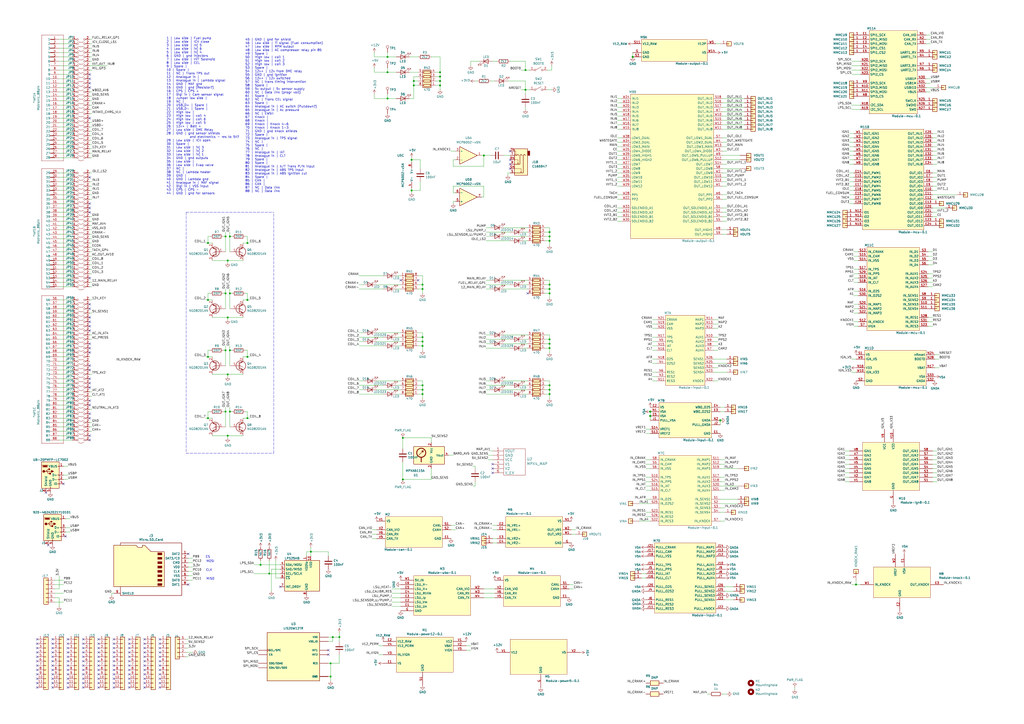
<source format=kicad_sch>
(kicad_sch (version 20210126) (generator eeschema)
  (paper "A2")
  (lib_symbols
    (symbol "Amplifier_Operational:MCP6002-xSN" (pin_names (offset 0.127))
      (property "Reference" "U" (at 0 5.08 0))
      (property "Value" "MCP6002-xSN" (at 0 -5.08 0))
      (symbol "MCP6002-xSN_1_1"
        (pin output line (at 7.62 0 180) (length 2.54) (name "~") (number "1"))
        (pin input line (at -7.62 -2.54 0) (length 2.54) (name "-") (number "2"))
        (pin input line (at -7.62 2.54 0) (length 2.54) (name "+") (number "3"))
      )
      (symbol "MCP6002-xSN_2_1"
        (pin input line (at -7.62 2.54 0) (length 2.54) (name "+") (number "5"))
        (pin input line (at -7.62 -2.54 0) (length 2.54) (name "-") (number "6"))
        (pin output line (at 7.62 0 180) (length 2.54) (name "~") (number "7"))
      )
      (symbol "MCP6002-xSN_3_1"
        (pin power_in line (at -2.54 -7.62 90) (length 3.81) (name "V-") (number "4"))
        (pin power_in line (at -2.54 7.62 270) (length 3.81) (name "V+") (number "8"))
      )
    )
    (symbol "Connector:AudioJack3_Switch"
      (property "Reference" "J" (at 0 11.43 0))
      (property "Value" "AudioJack3_Switch" (at 0 8.89 0))
      (symbol "AudioJack3_Switch_1_1"
        (pin passive line (at 5.08 0 180) (length 2.54) (name "~") (number "R"))
        (pin passive line (at 5.08 -2.54 180) (length 2.54) (name "~") (number "RN"))
        (pin passive line (at 5.08 5.08 180) (length 2.54) (name "~") (number "S"))
        (pin passive line (at 5.08 2.54 180) (length 2.54) (name "~") (number "SN"))
        (pin passive line (at 5.08 -5.08 180) (length 2.54) (name "~") (number "T"))
        (pin passive line (at 5.08 -7.62 180) (length 2.54) (name "~") (number "TN"))
      )
    )
    (symbol "Connector:Micro_SD_Card" (pin_names (offset 1.016))
      (property "Reference" "J" (at -16.51 15.24 0))
      (property "Value" "Micro_SD_Card" (at 16.51 15.24 0))
      (symbol "Micro_SD_Card_1_1"
        (pin bidirectional line (at -22.86 7.62 0) (length 3.81) (name "DAT2") (number "1"))
        (pin bidirectional line (at -22.86 5.08 0) (length 3.81) (name "DAT3/CD") (number "2"))
        (pin input line (at -22.86 2.54 0) (length 3.81) (name "CMD") (number "3"))
        (pin power_in line (at -22.86 0 0) (length 3.81) (name "VDD") (number "4"))
        (pin input line (at -22.86 -2.54 0) (length 3.81) (name "CLK") (number "5"))
        (pin power_in line (at -22.86 -5.08 0) (length 3.81) (name "VSS") (number "6"))
        (pin bidirectional line (at -22.86 -7.62 0) (length 3.81) (name "DAT0") (number "7"))
        (pin bidirectional line (at -22.86 -10.16 0) (length 3.81) (name "DAT1") (number "8"))
        (pin passive line (at 20.32 -15.24 180) (length 3.81) (name "SHIELD") (number "9"))
      )
    )
    (symbol "Connector:TestPoint" (pin_numbers hide) (pin_names (offset 0.762) hide)
      (property "Reference" "TP" (at 0 6.858 0))
      (property "Value" "TestPoint" (at 0 5.08 0))
      (symbol "TestPoint_1_1"
        (pin passive line (at 0 0 90) (length 2.54) (name "1") (number "1"))
      )
    )
    (symbol "Connector_Generic:Conn_01x01" (pin_names (offset 1.016) hide)
      (property "Reference" "J" (at 0 2.54 0))
      (property "Value" "Conn_01x01" (at 0 -2.54 0))
      (symbol "Conn_01x01_1_1"
        (pin passive line (at -5.08 0 0) (length 3.81) (name "Pin_1") (number "1"))
      )
    )
    (symbol "Connector_Generic:Conn_01x05" (pin_names (offset 1.016) hide)
      (property "Reference" "J" (at 0 7.62 0))
      (property "Value" "Conn_01x05" (at 0 -7.62 0))
      (symbol "Conn_01x05_1_1"
        (pin passive line (at -5.08 5.08 0) (length 3.81) (name "Pin_1") (number "1"))
        (pin passive line (at -5.08 2.54 0) (length 3.81) (name "Pin_2") (number "2"))
        (pin passive line (at -5.08 0 0) (length 3.81) (name "Pin_3") (number "3"))
        (pin passive line (at -5.08 -2.54 0) (length 3.81) (name "Pin_4") (number "4"))
        (pin passive line (at -5.08 -5.08 0) (length 3.81) (name "Pin_5") (number "5"))
      )
    )
    (symbol "Connector_Generic:Conn_01x06" (pin_names (offset 1.016) hide)
      (property "Reference" "J" (at 0 7.62 0))
      (property "Value" "Conn_01x06" (at 0 -10.16 0))
      (symbol "Conn_01x06_1_1"
        (pin passive line (at -5.08 5.08 0) (length 3.81) (name "Pin_1") (number "1"))
        (pin passive line (at -5.08 2.54 0) (length 3.81) (name "Pin_2") (number "2"))
        (pin passive line (at -5.08 0 0) (length 3.81) (name "Pin_3") (number "3"))
        (pin passive line (at -5.08 -2.54 0) (length 3.81) (name "Pin_4") (number "4"))
        (pin passive line (at -5.08 -5.08 0) (length 3.81) (name "Pin_5") (number "5"))
        (pin passive line (at -5.08 -7.62 0) (length 3.81) (name "Pin_6") (number "6"))
      )
    )
    (symbol "Connector_Generic:Conn_01x12" (pin_names (offset 1.016) hide)
      (property "Reference" "J" (at 0 15.24 0))
      (property "Value" "Conn_01x12" (at 0 -17.78 0))
      (symbol "Conn_01x12_1_1"
        (pin passive line (at -5.08 12.7 0) (length 3.81) (name "Pin_1") (number "1"))
        (pin passive line (at -5.08 -10.16 0) (length 3.81) (name "Pin_10") (number "10"))
        (pin passive line (at -5.08 -12.7 0) (length 3.81) (name "Pin_11") (number "11"))
        (pin passive line (at -5.08 -15.24 0) (length 3.81) (name "Pin_12") (number "12"))
        (pin passive line (at -5.08 10.16 0) (length 3.81) (name "Pin_2") (number "2"))
        (pin passive line (at -5.08 7.62 0) (length 3.81) (name "Pin_3") (number "3"))
        (pin passive line (at -5.08 5.08 0) (length 3.81) (name "Pin_4") (number "4"))
        (pin passive line (at -5.08 2.54 0) (length 3.81) (name "Pin_5") (number "5"))
        (pin passive line (at -5.08 0 0) (length 3.81) (name "Pin_6") (number "6"))
        (pin passive line (at -5.08 -2.54 0) (length 3.81) (name "Pin_7") (number "7"))
        (pin passive line (at -5.08 -5.08 0) (length 3.81) (name "Pin_8") (number "8"))
        (pin passive line (at -5.08 -7.62 0) (length 3.81) (name "Pin_9") (number "9"))
      )
    )
    (symbol "Device:C" (pin_numbers hide) (pin_names (offset 0.254))
      (property "Reference" "C" (at 0.635 2.54 0))
      (property "Value" "C" (at 0.635 -2.54 0))
      (symbol "C_1_1"
        (pin passive line (at 0 3.81 270) (length 2.794) (name "~") (number "1"))
        (pin passive line (at 0 -3.81 90) (length 2.794) (name "~") (number "2"))
      )
    )
    (symbol "Device:LED" (pin_numbers hide) (pin_names (offset 1.016) hide)
      (property "Reference" "D" (at 0 2.54 0))
      (property "Value" "LED" (at 0 -2.54 0))
      (symbol "LED_1_1"
        (pin passive line (at -3.81 0 0) (length 2.54) (name "K") (number "1"))
        (pin passive line (at 3.81 0 180) (length 2.54) (name "A") (number "2"))
      )
    )
    (symbol "Device:Q_NIGBT_GCE" (pin_names (offset 0) hide)
      (property "Reference" "Q" (at 5.08 1.27 0))
      (property "Value" "Q_NIGBT_GCE" (at 5.08 -1.27 0))
      (symbol "Q_NIGBT_GCE_1_1"
        (pin input line (at -5.08 0 0) (length 5.334) (name "G") (number "1"))
        (pin passive line (at 2.54 5.08 270) (length 2.54) (name "C") (number "2"))
        (pin passive line (at 2.54 -5.08 90) (length 2.54) (name "E") (number "3"))
      )
    )
    (symbol "Device:R" (pin_numbers hide) (pin_names (offset 0))
      (property "Reference" "R" (at 2.032 0 90))
      (property "Value" "R" (at 0 0 90))
      (symbol "R_1_1"
        (pin passive line (at 0 3.81 270) (length 1.27) (name "~") (number "1"))
        (pin passive line (at 0 -3.81 90) (length 1.27) (name "~") (number "2"))
      )
    )
    (symbol "Device:R_Pack04" (pin_names (offset 0) hide)
      (property "Reference" "RN" (at -7.62 0 90))
      (property "Value" "R_Pack04" (at 5.08 0 90))
      (symbol "R_Pack04_1_1"
        (pin passive line (at -5.08 -5.08 90) (length 2.54) (name "R1.1") (number "1"))
        (pin passive line (at -2.54 -5.08 90) (length 2.54) (name "R2.1") (number "2"))
        (pin passive line (at 0 -5.08 90) (length 2.54) (name "R3.1") (number "3"))
        (pin passive line (at 2.54 -5.08 90) (length 2.54) (name "R4.1") (number "4"))
        (pin passive line (at 2.54 5.08 270) (length 2.54) (name "R4.2") (number "5"))
        (pin passive line (at 0 5.08 270) (length 2.54) (name "R3.2") (number "6"))
        (pin passive line (at -2.54 5.08 270) (length 2.54) (name "R2.2") (number "7"))
        (pin passive line (at -5.08 5.08 270) (length 2.54) (name "R1.2") (number "8"))
      )
    )
    (symbol "Jumper:Jumper_2_Open" (pin_names (offset 0) hide)
      (property "Reference" "JP" (at 0 2.794 0))
      (property "Value" "Jumper_2_Open" (at 0 -2.286 0))
      (symbol "Jumper_2_Open_1_1"
        (pin passive line (at -5.08 0 0) (length 2.54) (name "A") (number "1"))
        (pin passive line (at 5.08 0 180) (length 2.54) (name "B") (number "2"))
      )
    )
    (symbol "LIS2DW12TR:LIS2DW12TR" (pin_numbers hide) (pin_names (offset 1.016))
      (property "Reference" "U" (at -15.24 12.7 0))
      (property "Value" "LIS2DW12TR" (at -15.24 -17.78 0))
      (symbol "LIS2DW12TR_0_0"
        (pin power_in line (at 20.32 -12.7 180) (length 5.08) (name "GND") (number "6"))
        (pin power_in line (at 20.32 -12.7 180) (length 5.08) (name "GND") (number "8"))
        (pin power_in line (at 20.32 7.62 180) (length 5.08) (name "VDD_IO") (number "10"))
        (pin output line (at 20.32 0 180) (length 5.08) (name "INT2") (number "11"))
        (pin output line (at 20.32 2.54 180) (length 5.08) (name "INT1") (number "12"))
        (pin input clock (at -20.32 2.54 0) (length 5.08) (name "SCL/SPC") (number "1"))
        (pin bidirectional line (at -20.32 -5.08 0) (length 5.08) (name "SDO/SDA0") (number "3"))
        (pin bidirectional line (at -20.32 -7.62 0) (length 5.08) (name "SDA/SDI/SDO") (number "4"))
        (pin input line (at -20.32 0 0) (length 5.08) (name "CS") (number "2"))
        (pin power_in line (at 20.32 10.16 180) (length 5.08) (name "VDD") (number "9"))
        (pin passive line (at 20.32 -5.08 180) (length 5.08) (name "RES") (number "7"))
      )
    )
    (symbol "MPX-4_MAP:MPX4_MAP" (pin_names (offset 0.762))
      (property "Reference" "U" (at 0 10.16 0))
      (property "Value" "MPX4_MAP" (at 8.89 0 90))
      (symbol "MPX4_MAP_1_1"
        (pin passive line (at -8.89 6.35 0) (length 6.35) (name "VOUT") (number "1"))
        (pin passive line (at -8.89 3.81 0) (length 6.35) (name "GND") (number "2"))
        (pin passive line (at -8.89 1.27 0) (length 6.35) (name "VCC") (number "3"))
        (pin passive line (at -8.89 -1.27 0) (length 6.35) (name "V1") (number "4"))
        (pin passive line (at -8.89 -3.81 0) (length 6.35) (name "V2") (number "5"))
        (pin passive line (at -8.89 -6.35 0) (length 6.35) (name "V_EX") (number "6"))
      )
    )
    (symbol "Mechanical:MountingHole" (pin_names (offset 1.016))
      (property "Reference" "H" (at 0 5.08 0))
      (property "Value" "MountingHole" (at 0 3.175 0))
    )
    (symbol "Sensor_Pressure:LPS25HB"
      (property "Reference" "U" (at -10.16 8.89 0))
      (property "Value" "LPS25HB" (at 10.16 8.89 0))
      (symbol "LPS25HB_1_1"
        (pin power_in line (at -2.54 10.16 270) (length 2.54) (name "VDDio") (number "1"))
        (pin power_in line (at -5.08 10.16 270) (length 2.54) (name "VDD") (number "10"))
        (pin input line (at 12.7 0 180) (length 2.54) (name "SCL/SCLK") (number "2"))
        (pin passive line (at -2.54 -12.7 90) (length 2.54) hide (name "GND") (number "3"))
        (pin bidirectional line (at 12.7 5.08 180) (length 2.54) (name "SDA/MOSI") (number "4"))
        (pin bidirectional line (at 12.7 2.54 180) (length 2.54) (name "SA0/MISO") (number "5"))
        (pin input line (at 12.7 -2.54 180) (length 2.54) (name "~CS") (number "6"))
        (pin output line (at 12.7 -7.62 180) (length 2.54) (name "INT_DRDY") (number "7"))
        (pin power_in line (at -2.54 -12.7 90) (length 2.54) (name "GND") (number "8"))
        (pin passive line (at -2.54 -12.7 90) (length 2.54) hide (name "GND") (number "9"))
      )
    )
    (symbol "Sensor_Pressure:MPXA6115A"
      (property "Reference" "U" (at -10.16 6.35 0))
      (property "Value" "MPXA6115A" (at 1.27 6.35 0))
      (symbol "MPXA6115A_1_1"
        (pin no_connect line (at 5.08 -5.08 90) (length 2.54) hide (name "NC") (number "1"))
        (pin power_in line (at 0 7.62 270) (length 2.54) (name "Vcc") (number "2"))
        (pin power_in line (at 0 -7.62 90) (length 2.54) (name "GND") (number "3"))
        (pin output line (at 10.16 0 180) (length 2.54) (name "Vout") (number "4"))
        (pin no_connect line (at -7.62 -5.08 90) (length 2.54) hide (name "NC") (number "5"))
        (pin no_connect line (at -5.08 -5.08 90) (length 2.54) hide (name "NC") (number "6"))
        (pin no_connect line (at -2.54 -5.08 90) (length 2.54) hide (name "NC") (number "7"))
        (pin no_connect line (at 2.54 -5.08 90) (length 2.54) hide (name "NC") (number "8"))
      )
    )
    (symbol "Switch:SW_SPST" (pin_names (offset 0) hide)
      (property "Reference" "SW" (at 0 3.175 0))
      (property "Value" "SW_SPST" (at 0 -2.54 0))
      (symbol "SW_SPST_1_1"
        (pin passive line (at -5.08 0 0) (length 2.54) (name "A") (number "1"))
        (pin passive line (at 5.08 0 180) (length 2.54) (name "B") (number "2"))
      )
    )
    (symbol "hellen-one-can-0.1:Module-can-0.1"
      (property "Reference" "M" (at 0 0 0))
      (property "Value" "Module-can-0.1" (at 0 0 0))
      (symbol "Module-can-0.1_1_0"
        (pin passive line (at -5.08 -2.54 0) (length 5.08) (name "V5") (number "V1"))
        (pin passive line (at -5.08 -7.62 0) (length 5.08) (name "CAN_VIO") (number "V2"))
        (pin passive line (at 38.1 -7.62 180) (length 5.08) (name "CANH") (number "S2"))
        (pin passive line (at 38.1 -5.08 180) (length 5.08) (name "CANL") (number "S1"))
        (pin passive line (at -5.08 -12.7 0) (length 5.08) (name "CAN_TX") (number "V5"))
        (pin passive line (at -5.08 -10.16 0) (length 5.08) (name "CAN_RX") (number "V6"))
        (pin passive line (at 38.1 -12.7 180) (length 5.08) (name "GND") (number "E1"))
      )
    )
    (symbol "hellen-one-can-0.1:Module-can-0.1_1"
      (property "Reference" "M" (at 0 0 0))
      (property "Value" "Module-can-0.1" (at 0 0 0))
      (symbol "Module-can-0.1_1_1_0"
        (pin passive line (at -5.08 -2.54 0) (length 5.08) (name "V5") (number "V1"))
        (pin passive line (at -5.08 -7.62 0) (length 5.08) (name "CAN_VIO") (number "V2"))
        (pin passive line (at 38.1 -7.62 180) (length 5.08) (name "CANH") (number "S2"))
        (pin passive line (at 38.1 -5.08 180) (length 5.08) (name "CANL") (number "S1"))
        (pin passive line (at -5.08 -12.7 0) (length 5.08) (name "CAN_TX") (number "V5"))
        (pin passive line (at -5.08 -10.16 0) (length 5.08) (name "CAN_RX") (number "V6"))
        (pin passive line (at 38.1 -12.7 180) (length 5.08) (name "GND") (number "E1"))
      )
    )
    (symbol "hellen-one-common:Pad" (pin_numbers hide) (pin_names (offset 1.016) hide)
      (property "Reference" "P" (at 2.54 0 0))
      (symbol "Pad_1_1"
        (pin passive line (at -5.08 0 0) (length 3.81) (name "Pin_1") (number "1"))
      )
    )
    (symbol "hellen-one-common:Pad_1" (pin_numbers hide) (pin_names (offset 1.016) hide)
      (property "Reference" "P" (at 2.54 0 0))
      (symbol "Pad_1_1_1"
        (pin passive line (at -5.08 0 0) (length 3.81) (name "Pin_1") (number "1"))
      )
    )
    (symbol "hellen-one-common:Pad_2" (pin_numbers hide) (pin_names (offset 1.016) hide)
      (property "Reference" "P" (at 2.54 0 0))
      (symbol "Pad_2_1_1"
        (pin passive line (at -5.08 0 0) (length 3.81) (name "Pin_1") (number "1"))
      )
    )
    (symbol "hellen-one-common:Pad_3" (pin_numbers hide) (pin_names (offset 1.016) hide)
      (property "Reference" "P" (at 2.54 0 0))
      (symbol "Pad_3_1_1"
        (pin passive line (at -5.08 0 0) (length 3.81) (name "Pin_1") (number "1"))
      )
    )
    (symbol "hellen-one-common:Pad_32" (pin_numbers hide) (pin_names (offset 1.016) hide)
      (property "Reference" "P" (at 2.54 0 0))
      (symbol "Pad_32_1_1"
        (pin passive line (at -5.08 0 0) (length 3.81) (name "Pin_1") (number "1"))
      )
    )
    (symbol "hellen-one-common:Pad_33" (pin_numbers hide) (pin_names (offset 1.016) hide)
      (property "Reference" "P" (at 2.54 0 0))
      (symbol "Pad_33_1_1"
        (pin passive line (at -5.08 0 0) (length 3.81) (name "Pin_1") (number "1"))
      )
    )
    (symbol "hellen-one-common:Pad_4" (pin_numbers hide) (pin_names (offset 1.016) hide)
      (property "Reference" "P" (at 2.54 0 0))
      (symbol "Pad_4_1_1"
        (pin passive line (at -5.08 0 0) (length 3.81) (name "Pin_1") (number "1"))
      )
    )
    (symbol "hellen-one-common:Res" (pin_numbers hide)
      (property "Reference" "R" (at 3.81 2.54 0))
      (property "Value" "Res" (at 5.08 -2.54 0))
      (symbol "Res_1_0"
        (pin passive line (at 10.16 0 180) (length 2.54) (name "") (number "2"))
        (pin passive line (at 0 0 0) (length 2.54) (name "") (number "1"))
      )
    )
    (symbol "hellen-one-common:USB_B_Mini" (pin_names (offset 1.016))
      (property "Reference" "J" (at -5.08 11.43 0))
      (property "Value" "USB_B_Mini" (at -5.08 8.89 0))
      (symbol "USB_B_Mini_1_1"
        (pin power_out line (at 7.62 5.08 180) (length 2.54) (name "VBUS") (number "1"))
        (pin passive line (at 7.62 -2.54 180) (length 2.54) (name "D-") (number "2"))
        (pin passive line (at 7.62 0 180) (length 2.54) (name "D+") (number "3"))
        (pin passive line (at 7.62 -5.08 180) (length 2.54) (name "ID") (number "4"))
        (pin power_out line (at 0 -10.16 90) (length 2.54) (name "GND") (number "5"))
        (pin passive line (at -2.54 -10.16 90) (length 2.54) (name "Shield") (number "6"))
      )
    )
    (symbol "hellen-one-ign8-0.1:Module-ign8-0.1"
      (property "Reference" "M" (at 0 0 0))
      (property "Value" "Module-ign8-0.1" (at 0 0 0))
      (symbol "Module-ign8-0.1_1_0"
        (pin passive line (at -7.62 -15.24 0) (length 7.62) (name "IGN5") (number "V4"))
        (pin passive line (at -7.62 -12.7 0) (length 7.62) (name "IGN4") (number "V5"))
        (pin passive line (at -7.62 -17.78 0) (length 7.62) (name "IGN6") (number "V3"))
        (pin passive line (at -7.62 -20.32 0) (length 7.62) (name "IGN7") (number "V2"))
        (pin passive line (at -7.62 -10.16 0) (length 7.62) (name "IGN3") (number "V6"))
        (pin passive line (at -7.62 -7.62 0) (length 7.62) (name "IGN2") (number "V7"))
        (pin passive line (at -7.62 -22.86 0) (length 7.62) (name "IGN8") (number "V1"))
        (pin passive line (at -7.62 -5.08 0) (length 7.62) (name "IGN1") (number "V8"))
        (pin passive line (at 40.64 -22.86 180) (length 7.62) (name "OUT_IGN8") (number "S1"))
        (pin passive line (at 40.64 -20.32 180) (length 7.62) (name "OUT_IGN7") (number "S2"))
        (pin passive line (at 40.64 -17.78 180) (length 7.62) (name "OUT_IGN6") (number "S3"))
        (pin passive line (at 40.64 -15.24 180) (length 7.62) (name "OUT_IGN5") (number "S4"))
        (pin passive line (at 40.64 -12.7 180) (length 7.62) (name "OUT_IGN4") (number "S5"))
        (pin passive line (at 40.64 -10.16 180) (length 7.62) (name "OUT_IGN3") (number "S6"))
        (pin passive line (at 40.64 -7.62 180) (length 7.62) (name "OUT_IGN2") (number "S7"))
        (pin passive line (at 40.64 -5.08 180) (length 7.62) (name "OUT_IGN1") (number "S8"))
        (pin passive line (at 17.78 -35.56 90) (length 7.62) (name "GND") (number "G"))
        (pin passive line (at 12.7 7.62 270) (length 7.62) (name "VCC") (number "V9"))
        (pin passive line (at 17.78 7.62 270) (length 7.62) (name "V33") (number "V10"))
      )
    )
    (symbol "hellen-one-input-0.1:Module-input-0.1"
      (property "Reference" "M" (at 0 0 0))
      (property "Value" "Module-input-0.1" (at 0 0 0))
      (symbol "Module-input-0.1_1_0"
        (pin passive line (at -5.08 -35.56 0) (length 5.08) (name "RES2") (number "N3"))
        (pin passive line (at -5.08 -27.94 0) (length 5.08) (name "O2S2") (number "N4"))
        (pin passive line (at -5.08 -15.24 0) (length 5.08) (name "PPS") (number "N5"))
        (pin passive line (at -5.08 -33.02 0) (length 5.08) (name "RES1") (number "N6"))
        (pin passive line (at 27.94 -20.32 180) (length 5.08) (name "AUX4") (number "N7"))
        (pin passive line (at 27.94 -17.78 180) (length 5.08) (name "AUX3") (number "N8"))
        (pin passive line (at 27.94 -15.24 180) (length 5.08) (name "AUX2") (number "N9"))
        (pin passive line (at 27.94 -12.7 180) (length 5.08) (name "AUX1") (number "N10"))
        (pin passive line (at -5.08 -38.1 0) (length 5.08) (name "RES3") (number "N11"))
        (pin passive line (at 27.94 -7.62 180) (length 5.08) (name "MAP3") (number "N12"))
        (pin passive line (at 27.94 -5.08 180) (length 5.08) (name "MAP2") (number "N13"))
        (pin passive line (at 27.94 -2.54 180) (length 5.08) (name "MAP1") (number "N14"))
        (pin passive line (at -5.08 -17.78 0) (length 5.08) (name "IAT") (number "N15"))
        (pin passive line (at -5.08 -20.32 0) (length 5.08) (name "CLT") (number "N16"))
        (pin passive line (at -5.08 -12.7 0) (length 5.08) (name "TPS") (number "N17"))
        (pin passive line (at -5.08 -25.4 0) (length 5.08) (name "O2S") (number "N18"))
        (pin passive line (at -5.08 -5.08 0) (length 5.08) (name "CAM") (number "N19"))
        (pin passive line (at -5.08 -7.62 0) (length 5.08) (name "VSS") (number "N20"))
        (pin passive line (at -5.08 -2.54 0) (length 5.08) (name "CRANK") (number "N21"))
        (pin passive line (at 27.94 -38.1 180) (length 5.08) (name "KNOCK") (number "N22"))
        (pin passive line (at 27.94 -33.02 180) (length 5.08) (name "SENS4") (number "N23"))
        (pin passive line (at 27.94 -30.48 180) (length 5.08) (name "SENS3") (number "N24"))
        (pin passive line (at 27.94 -27.94 180) (length 5.08) (name "SENS2") (number "N25"))
        (pin passive line (at 27.94 -25.4 180) (length 5.08) (name "SENS1") (number "N26"))
      )
      (symbol "Module-input-0.1_2_0"
        (pin passive line (at -5.08 -10.16 0) (length 5.08) (name "PULL_V5A") (number "J1"))
        (pin passive line (at 35.56 -12.7 180) (length 5.08) (name "PULL_GNDA") (number "J2"))
        (pin passive line (at -5.08 -17.78 0) (length 5.08) (name "VREF2") (number "S13"))
        (pin passive line (at -5.08 -15.24 0) (length 5.08) (name "VREF1") (number "S14"))
        (pin passive line (at -5.08 -5.08 0) (length 5.08) (name "V5A") (number "N1"))
        (pin passive line (at 35.56 -10.16 180) (length 5.08) (name "GNDA") (number "N2"))
        (pin passive line (at 35.56 -17.78 180) (length 5.08) (name "GND") (number "E1"))
        (pin passive line (at 35.56 -2.54 180) (length 5.08) (name "WBO_O2S") (number "E4"))
        (pin passive line (at -5.08 -2.54 0) (length 5.08) (name "V5") (number "E2"))
        (pin passive line (at 35.56 -5.08 180) (length 5.08) (name "WBO_O2S2") (number "E3"))
        (pin passive line (at -5.08 -7.62 0) (length 5.08) (name "V5A") (number "E5"))
      )
      (symbol "Module-input-0.1_3_0"
        (pin passive line (at 35.56 -25.4 180) (length 5.08) (name "IN_SENS1") (number "S1"))
        (pin passive line (at 35.56 -27.94 180) (length 5.08) (name "IN_SENS2") (number "S2"))
        (pin passive line (at 35.56 -30.48 180) (length 5.08) (name "IN_SENS3") (number "S3"))
        (pin passive line (at 35.56 -33.02 180) (length 5.08) (name "IN_SENS4") (number "S4"))
        (pin passive line (at -5.08 -5.08 0) (length 5.08) (name "IN_CAM") (number "S5"))
        (pin passive line (at -5.08 -7.62 0) (length 5.08) (name "IN_VSS") (number "S6"))
        (pin passive line (at 35.56 -38.1 180) (length 5.08) (name "IN_KNOCK") (number "S7"))
        (pin passive line (at -5.08 -2.54 0) (length 5.08) (name "IN_CRANK") (number "S8"))
        (pin passive line (at -5.08 -25.4 0) (length 5.08) (name "IN_O2S") (number "S9"))
        (pin passive line (at -5.08 -12.7 0) (length 5.08) (name "IN_TPS") (number "S10"))
        (pin passive line (at 35.56 -2.54 180) (length 5.08) (name "IN_MAP1") (number "S11"))
        (pin passive line (at 35.56 -5.08 180) (length 5.08) (name "IN_MAP2") (number "S12"))
        (pin passive line (at -5.08 -20.32 0) (length 5.08) (name "IN_CLT") (number "S15"))
        (pin passive line (at -5.08 -17.78 0) (length 5.08) (name "IN_IAT") (number "S16"))
        (pin passive line (at 35.56 -12.7 180) (length 5.08) (name "IN_AUX1") (number "S17"))
        (pin passive line (at 35.56 -15.24 180) (length 5.08) (name "IN_AUX2") (number "S18"))
        (pin passive line (at 35.56 -7.62 180) (length 5.08) (name "IN_MAP3") (number "S19"))
        (pin passive line (at 35.56 -17.78 180) (length 5.08) (name "IN_AUX3") (number "S20"))
        (pin passive line (at 35.56 -20.32 180) (length 5.08) (name "IN_AUX4") (number "S21"))
        (pin passive line (at -5.08 -38.1 0) (length 5.08) (name "IN_RES3") (number "S22"))
        (pin passive line (at -5.08 -33.02 0) (length 5.08) (name "IN_RES1") (number "S23"))
        (pin passive line (at -5.08 -15.24 0) (length 5.08) (name "IN_PPS") (number "S24"))
        (pin passive line (at -5.08 -27.94 0) (length 5.08) (name "IN_O2S2") (number "S25"))
        (pin passive line (at -5.08 -35.56 0) (length 5.08) (name "IN_RES2") (number "S26"))
      )
      (symbol "Module-input-0.1_4_0"
        (pin passive line (at -5.08 -35.56 0) (length 5.08) (name "PULL_RES2") (number "J3"))
        (pin passive line (at -5.08 -27.94 0) (length 5.08) (name "PULL_O2S2") (number "J4"))
        (pin passive line (at -5.08 -15.24 0) (length 5.08) (name "PULL_PPS") (number "J5"))
        (pin passive line (at -5.08 -33.02 0) (length 5.08) (name "PULL_RES1") (number "J6"))
        (pin passive line (at 40.64 -20.32 180) (length 5.08) (name "PULL_AUX4") (number "J7"))
        (pin passive line (at 40.64 -17.78 180) (length 5.08) (name "PULL_AUX3") (number "J8"))
        (pin passive line (at 40.64 -15.24 180) (length 5.08) (name "PULL_AUX2") (number "J9"))
        (pin passive line (at 40.64 -12.7 180) (length 5.08) (name "PULL_AUX1") (number "J10"))
        (pin passive line (at -5.08 -38.1 0) (length 5.08) (name "PULL_RES3") (number "J11"))
        (pin passive line (at 40.64 -7.62 180) (length 5.08) (name "PULL_MAP3") (number "J12"))
        (pin passive line (at 40.64 -5.08 180) (length 5.08) (name "PULL_MAP2") (number "J13"))
        (pin passive line (at 40.64 -2.54 180) (length 5.08) (name "PULL_MAP1") (number "J14"))
        (pin passive line (at -5.08 -17.78 0) (length 5.08) (name "PULL_IAT") (number "J15"))
        (pin passive line (at -5.08 -20.32 0) (length 5.08) (name "PULL_CLT") (number "J16"))
        (pin passive line (at -5.08 -5.08 0) (length 5.08) (name "PULL_CAM") (number "J17"))
        (pin passive line (at -5.08 -7.62 0) (length 5.08) (name "PULL_VSS") (number "J18"))
        (pin passive line (at -5.08 -12.7 0) (length 5.08) (name "PULL_TPS") (number "J19"))
        (pin passive line (at -5.08 -25.4 0) (length 5.08) (name "PULL_O2S") (number "J20"))
        (pin passive line (at -5.08 -2.54 0) (length 5.08) (name "PULL_CRANK") (number "J21"))
        (pin passive line (at 40.64 -38.1 180) (length 5.08) (name "PULL_KNOCK") (number "J22"))
        (pin passive line (at 40.64 -33.02 180) (length 5.08) (name "PULL_SENS4") (number "J23"))
        (pin passive line (at 40.64 -30.48 180) (length 5.08) (name "PULL_SENS3") (number "J24"))
        (pin passive line (at 40.64 -27.94 180) (length 5.08) (name "PULL_SENS2") (number "J25"))
        (pin passive line (at 40.64 -25.4 180) (length 5.08) (name "PULL_SENS1") (number "J26"))
      )
    )
    (symbol "hellen-one-input-0.1:Module-input-0.1_1"
      (property "Reference" "M" (at 0 0 0))
      (property "Value" "Module-input-0.1" (at 0 0 0))
      (symbol "Module-input-0.1_1_1_0"
        (pin passive line (at -5.08 -35.56 0) (length 5.08) (name "RES2") (number "N3"))
        (pin passive line (at -5.08 -27.94 0) (length 5.08) (name "O2S2") (number "N4"))
        (pin passive line (at -5.08 -15.24 0) (length 5.08) (name "PPS") (number "N5"))
        (pin passive line (at -5.08 -33.02 0) (length 5.08) (name "RES1") (number "N6"))
        (pin passive line (at 27.94 -20.32 180) (length 5.08) (name "AUX4") (number "N7"))
        (pin passive line (at 27.94 -17.78 180) (length 5.08) (name "AUX3") (number "N8"))
        (pin passive line (at 27.94 -15.24 180) (length 5.08) (name "AUX2") (number "N9"))
        (pin passive line (at 27.94 -12.7 180) (length 5.08) (name "AUX1") (number "N10"))
        (pin passive line (at -5.08 -38.1 0) (length 5.08) (name "RES3") (number "N11"))
        (pin passive line (at 27.94 -7.62 180) (length 5.08) (name "MAP3") (number "N12"))
        (pin passive line (at 27.94 -5.08 180) (length 5.08) (name "MAP2") (number "N13"))
        (pin passive line (at 27.94 -2.54 180) (length 5.08) (name "MAP1") (number "N14"))
        (pin passive line (at -5.08 -17.78 0) (length 5.08) (name "IAT") (number "N15"))
        (pin passive line (at -5.08 -20.32 0) (length 5.08) (name "CLT") (number "N16"))
        (pin passive line (at -5.08 -12.7 0) (length 5.08) (name "TPS") (number "N17"))
        (pin passive line (at -5.08 -25.4 0) (length 5.08) (name "O2S") (number "N18"))
        (pin passive line (at -5.08 -5.08 0) (length 5.08) (name "CAM") (number "N19"))
        (pin passive line (at -5.08 -7.62 0) (length 5.08) (name "VSS") (number "N20"))
        (pin passive line (at -5.08 -2.54 0) (length 5.08) (name "CRANK") (number "N21"))
        (pin passive line (at 27.94 -38.1 180) (length 5.08) (name "KNOCK") (number "N22"))
        (pin passive line (at 27.94 -33.02 180) (length 5.08) (name "SENS4") (number "N23"))
        (pin passive line (at 27.94 -30.48 180) (length 5.08) (name "SENS3") (number "N24"))
        (pin passive line (at 27.94 -27.94 180) (length 5.08) (name "SENS2") (number "N25"))
        (pin passive line (at 27.94 -25.4 180) (length 5.08) (name "SENS1") (number "N26"))
      )
      (symbol "Module-input-0.1_1_2_0"
        (pin passive line (at -5.08 -10.16 0) (length 5.08) (name "PULL_V5A") (number "J1"))
        (pin passive line (at 35.56 -12.7 180) (length 5.08) (name "PULL_GNDA") (number "J2"))
        (pin passive line (at -5.08 -17.78 0) (length 5.08) (name "VREF2") (number "S13"))
        (pin passive line (at -5.08 -15.24 0) (length 5.08) (name "VREF1") (number "S14"))
        (pin passive line (at -5.08 -5.08 0) (length 5.08) (name "V5A") (number "N1"))
        (pin passive line (at 35.56 -10.16 180) (length 5.08) (name "GNDA") (number "N2"))
        (pin passive line (at 35.56 -17.78 180) (length 5.08) (name "GND") (number "E1"))
        (pin passive line (at 35.56 -2.54 180) (length 5.08) (name "WBO_O2S") (number "E4"))
        (pin passive line (at -5.08 -2.54 0) (length 5.08) (name "V5") (number "E2"))
        (pin passive line (at 35.56 -5.08 180) (length 5.08) (name "WBO_O2S2") (number "E3"))
        (pin passive line (at -5.08 -7.62 0) (length 5.08) (name "V5A") (number "E5"))
      )
      (symbol "Module-input-0.1_1_3_0"
        (pin passive line (at 35.56 -25.4 180) (length 5.08) (name "IN_SENS1") (number "S1"))
        (pin passive line (at 35.56 -27.94 180) (length 5.08) (name "IN_SENS2") (number "S2"))
        (pin passive line (at 35.56 -30.48 180) (length 5.08) (name "IN_SENS3") (number "S3"))
        (pin passive line (at 35.56 -33.02 180) (length 5.08) (name "IN_SENS4") (number "S4"))
        (pin passive line (at -5.08 -5.08 0) (length 5.08) (name "IN_CAM") (number "S5"))
        (pin passive line (at -5.08 -7.62 0) (length 5.08) (name "IN_VSS") (number "S6"))
        (pin passive line (at 35.56 -38.1 180) (length 5.08) (name "IN_KNOCK") (number "S7"))
        (pin passive line (at -5.08 -2.54 0) (length 5.08) (name "IN_CRANK") (number "S8"))
        (pin passive line (at -5.08 -25.4 0) (length 5.08) (name "IN_O2S") (number "S9"))
        (pin passive line (at -5.08 -12.7 0) (length 5.08) (name "IN_TPS") (number "S10"))
        (pin passive line (at 35.56 -2.54 180) (length 5.08) (name "IN_MAP1") (number "S11"))
        (pin passive line (at 35.56 -5.08 180) (length 5.08) (name "IN_MAP2") (number "S12"))
        (pin passive line (at -5.08 -20.32 0) (length 5.08) (name "IN_CLT") (number "S15"))
        (pin passive line (at -5.08 -17.78 0) (length 5.08) (name "IN_IAT") (number "S16"))
        (pin passive line (at 35.56 -12.7 180) (length 5.08) (name "IN_AUX1") (number "S17"))
        (pin passive line (at 35.56 -15.24 180) (length 5.08) (name "IN_AUX2") (number "S18"))
        (pin passive line (at 35.56 -7.62 180) (length 5.08) (name "IN_MAP3") (number "S19"))
        (pin passive line (at 35.56 -17.78 180) (length 5.08) (name "IN_AUX3") (number "S20"))
        (pin passive line (at 35.56 -20.32 180) (length 5.08) (name "IN_AUX4") (number "S21"))
        (pin passive line (at -5.08 -38.1 0) (length 5.08) (name "IN_RES3") (number "S22"))
        (pin passive line (at -5.08 -33.02 0) (length 5.08) (name "IN_RES1") (number "S23"))
        (pin passive line (at -5.08 -15.24 0) (length 5.08) (name "IN_PPS") (number "S24"))
        (pin passive line (at -5.08 -27.94 0) (length 5.08) (name "IN_O2S2") (number "S25"))
        (pin passive line (at -5.08 -35.56 0) (length 5.08) (name "IN_RES2") (number "S26"))
      )
      (symbol "Module-input-0.1_1_4_0"
        (pin passive line (at -5.08 -35.56 0) (length 5.08) (name "PULL_RES2") (number "J3"))
        (pin passive line (at -5.08 -27.94 0) (length 5.08) (name "PULL_O2S2") (number "J4"))
        (pin passive line (at -5.08 -15.24 0) (length 5.08) (name "PULL_PPS") (number "J5"))
        (pin passive line (at -5.08 -33.02 0) (length 5.08) (name "PULL_RES1") (number "J6"))
        (pin passive line (at 40.64 -20.32 180) (length 5.08) (name "PULL_AUX4") (number "J7"))
        (pin passive line (at 40.64 -17.78 180) (length 5.08) (name "PULL_AUX3") (number "J8"))
        (pin passive line (at 40.64 -15.24 180) (length 5.08) (name "PULL_AUX2") (number "J9"))
        (pin passive line (at 40.64 -12.7 180) (length 5.08) (name "PULL_AUX1") (number "J10"))
        (pin passive line (at -5.08 -38.1 0) (length 5.08) (name "PULL_RES3") (number "J11"))
        (pin passive line (at 40.64 -7.62 180) (length 5.08) (name "PULL_MAP3") (number "J12"))
        (pin passive line (at 40.64 -5.08 180) (length 5.08) (name "PULL_MAP2") (number "J13"))
        (pin passive line (at 40.64 -2.54 180) (length 5.08) (name "PULL_MAP1") (number "J14"))
        (pin passive line (at -5.08 -17.78 0) (length 5.08) (name "PULL_IAT") (number "J15"))
        (pin passive line (at -5.08 -20.32 0) (length 5.08) (name "PULL_CLT") (number "J16"))
        (pin passive line (at -5.08 -5.08 0) (length 5.08) (name "PULL_CAM") (number "J17"))
        (pin passive line (at -5.08 -7.62 0) (length 5.08) (name "PULL_VSS") (number "J18"))
        (pin passive line (at -5.08 -12.7 0) (length 5.08) (name "PULL_TPS") (number "J19"))
        (pin passive line (at -5.08 -25.4 0) (length 5.08) (name "PULL_O2S") (number "J20"))
        (pin passive line (at -5.08 -2.54 0) (length 5.08) (name "PULL_CRANK") (number "J21"))
        (pin passive line (at 40.64 -38.1 180) (length 5.08) (name "PULL_KNOCK") (number "J22"))
        (pin passive line (at 40.64 -33.02 180) (length 5.08) (name "PULL_SENS4") (number "J23"))
        (pin passive line (at 40.64 -30.48 180) (length 5.08) (name "PULL_SENS3") (number "J24"))
        (pin passive line (at 40.64 -27.94 180) (length 5.08) (name "PULL_SENS2") (number "J25"))
        (pin passive line (at 40.64 -25.4 180) (length 5.08) (name "PULL_SENS1") (number "J26"))
      )
    )
    (symbol "hellen-one-input-0.1:Module-input-0.1_2"
      (property "Reference" "M" (at 0 0 0))
      (property "Value" "Module-input-0.1" (at 0 0 0))
      (symbol "Module-input-0.1_2_1_0"
        (pin passive line (at -5.08 -35.56 0) (length 5.08) (name "RES2") (number "N3"))
        (pin passive line (at -5.08 -27.94 0) (length 5.08) (name "O2S2") (number "N4"))
        (pin passive line (at -5.08 -15.24 0) (length 5.08) (name "PPS") (number "N5"))
        (pin passive line (at -5.08 -33.02 0) (length 5.08) (name "RES1") (number "N6"))
        (pin passive line (at 27.94 -20.32 180) (length 5.08) (name "AUX4") (number "N7"))
        (pin passive line (at 27.94 -17.78 180) (length 5.08) (name "AUX3") (number "N8"))
        (pin passive line (at 27.94 -15.24 180) (length 5.08) (name "AUX2") (number "N9"))
        (pin passive line (at 27.94 -12.7 180) (length 5.08) (name "AUX1") (number "N10"))
        (pin passive line (at -5.08 -38.1 0) (length 5.08) (name "RES3") (number "N11"))
        (pin passive line (at 27.94 -7.62 180) (length 5.08) (name "MAP3") (number "N12"))
        (pin passive line (at 27.94 -5.08 180) (length 5.08) (name "MAP2") (number "N13"))
        (pin passive line (at 27.94 -2.54 180) (length 5.08) (name "MAP1") (number "N14"))
        (pin passive line (at -5.08 -17.78 0) (length 5.08) (name "IAT") (number "N15"))
        (pin passive line (at -5.08 -20.32 0) (length 5.08) (name "CLT") (number "N16"))
        (pin passive line (at -5.08 -12.7 0) (length 5.08) (name "TPS") (number "N17"))
        (pin passive line (at -5.08 -25.4 0) (length 5.08) (name "O2S") (number "N18"))
        (pin passive line (at -5.08 -5.08 0) (length 5.08) (name "CAM") (number "N19"))
        (pin passive line (at -5.08 -7.62 0) (length 5.08) (name "VSS") (number "N20"))
        (pin passive line (at -5.08 -2.54 0) (length 5.08) (name "CRANK") (number "N21"))
        (pin passive line (at 27.94 -38.1 180) (length 5.08) (name "KNOCK") (number "N22"))
        (pin passive line (at 27.94 -33.02 180) (length 5.08) (name "SENS4") (number "N23"))
        (pin passive line (at 27.94 -30.48 180) (length 5.08) (name "SENS3") (number "N24"))
        (pin passive line (at 27.94 -27.94 180) (length 5.08) (name "SENS2") (number "N25"))
        (pin passive line (at 27.94 -25.4 180) (length 5.08) (name "SENS1") (number "N26"))
      )
      (symbol "Module-input-0.1_2_2_0"
        (pin passive line (at -5.08 -10.16 0) (length 5.08) (name "PULL_V5A") (number "J1"))
        (pin passive line (at 35.56 -12.7 180) (length 5.08) (name "PULL_GNDA") (number "J2"))
        (pin passive line (at -5.08 -17.78 0) (length 5.08) (name "VREF2") (number "S13"))
        (pin passive line (at -5.08 -15.24 0) (length 5.08) (name "VREF1") (number "S14"))
        (pin passive line (at -5.08 -5.08 0) (length 5.08) (name "V5A") (number "N1"))
        (pin passive line (at 35.56 -10.16 180) (length 5.08) (name "GNDA") (number "N2"))
        (pin passive line (at 35.56 -17.78 180) (length 5.08) (name "GND") (number "E1"))
        (pin passive line (at 35.56 -2.54 180) (length 5.08) (name "WBO_O2S") (number "E4"))
        (pin passive line (at -5.08 -2.54 0) (length 5.08) (name "V5") (number "E2"))
        (pin passive line (at 35.56 -5.08 180) (length 5.08) (name "WBO_O2S2") (number "E3"))
        (pin passive line (at -5.08 -7.62 0) (length 5.08) (name "V5A") (number "E5"))
      )
      (symbol "Module-input-0.1_2_3_0"
        (pin passive line (at 35.56 -25.4 180) (length 5.08) (name "IN_SENS1") (number "S1"))
        (pin passive line (at 35.56 -27.94 180) (length 5.08) (name "IN_SENS2") (number "S2"))
        (pin passive line (at 35.56 -30.48 180) (length 5.08) (name "IN_SENS3") (number "S3"))
        (pin passive line (at 35.56 -33.02 180) (length 5.08) (name "IN_SENS4") (number "S4"))
        (pin passive line (at -5.08 -5.08 0) (length 5.08) (name "IN_CAM") (number "S5"))
        (pin passive line (at -5.08 -7.62 0) (length 5.08) (name "IN_VSS") (number "S6"))
        (pin passive line (at 35.56 -38.1 180) (length 5.08) (name "IN_KNOCK") (number "S7"))
        (pin passive line (at -5.08 -2.54 0) (length 5.08) (name "IN_CRANK") (number "S8"))
        (pin passive line (at -5.08 -25.4 0) (length 5.08) (name "IN_O2S") (number "S9"))
        (pin passive line (at -5.08 -12.7 0) (length 5.08) (name "IN_TPS") (number "S10"))
        (pin passive line (at 35.56 -2.54 180) (length 5.08) (name "IN_MAP1") (number "S11"))
        (pin passive line (at 35.56 -5.08 180) (length 5.08) (name "IN_MAP2") (number "S12"))
        (pin passive line (at -5.08 -20.32 0) (length 5.08) (name "IN_CLT") (number "S15"))
        (pin passive line (at -5.08 -17.78 0) (length 5.08) (name "IN_IAT") (number "S16"))
        (pin passive line (at 35.56 -12.7 180) (length 5.08) (name "IN_AUX1") (number "S17"))
        (pin passive line (at 35.56 -15.24 180) (length 5.08) (name "IN_AUX2") (number "S18"))
        (pin passive line (at 35.56 -7.62 180) (length 5.08) (name "IN_MAP3") (number "S19"))
        (pin passive line (at 35.56 -17.78 180) (length 5.08) (name "IN_AUX3") (number "S20"))
        (pin passive line (at 35.56 -20.32 180) (length 5.08) (name "IN_AUX4") (number "S21"))
        (pin passive line (at -5.08 -38.1 0) (length 5.08) (name "IN_RES3") (number "S22"))
        (pin passive line (at -5.08 -33.02 0) (length 5.08) (name "IN_RES1") (number "S23"))
        (pin passive line (at -5.08 -15.24 0) (length 5.08) (name "IN_PPS") (number "S24"))
        (pin passive line (at -5.08 -27.94 0) (length 5.08) (name "IN_O2S2") (number "S25"))
        (pin passive line (at -5.08 -35.56 0) (length 5.08) (name "IN_RES2") (number "S26"))
      )
      (symbol "Module-input-0.1_2_4_0"
        (pin passive line (at -5.08 -35.56 0) (length 5.08) (name "PULL_RES2") (number "J3"))
        (pin passive line (at -5.08 -27.94 0) (length 5.08) (name "PULL_O2S2") (number "J4"))
        (pin passive line (at -5.08 -15.24 0) (length 5.08) (name "PULL_PPS") (number "J5"))
        (pin passive line (at -5.08 -33.02 0) (length 5.08) (name "PULL_RES1") (number "J6"))
        (pin passive line (at 40.64 -20.32 180) (length 5.08) (name "PULL_AUX4") (number "J7"))
        (pin passive line (at 40.64 -17.78 180) (length 5.08) (name "PULL_AUX3") (number "J8"))
        (pin passive line (at 40.64 -15.24 180) (length 5.08) (name "PULL_AUX2") (number "J9"))
        (pin passive line (at 40.64 -12.7 180) (length 5.08) (name "PULL_AUX1") (number "J10"))
        (pin passive line (at -5.08 -38.1 0) (length 5.08) (name "PULL_RES3") (number "J11"))
        (pin passive line (at 40.64 -7.62 180) (length 5.08) (name "PULL_MAP3") (number "J12"))
        (pin passive line (at 40.64 -5.08 180) (length 5.08) (name "PULL_MAP2") (number "J13"))
        (pin passive line (at 40.64 -2.54 180) (length 5.08) (name "PULL_MAP1") (number "J14"))
        (pin passive line (at -5.08 -17.78 0) (length 5.08) (name "PULL_IAT") (number "J15"))
        (pin passive line (at -5.08 -20.32 0) (length 5.08) (name "PULL_CLT") (number "J16"))
        (pin passive line (at -5.08 -5.08 0) (length 5.08) (name "PULL_CAM") (number "J17"))
        (pin passive line (at -5.08 -7.62 0) (length 5.08) (name "PULL_VSS") (number "J18"))
        (pin passive line (at -5.08 -12.7 0) (length 5.08) (name "PULL_TPS") (number "J19"))
        (pin passive line (at -5.08 -25.4 0) (length 5.08) (name "PULL_O2S") (number "J20"))
        (pin passive line (at -5.08 -2.54 0) (length 5.08) (name "PULL_CRANK") (number "J21"))
        (pin passive line (at 40.64 -38.1 180) (length 5.08) (name "PULL_KNOCK") (number "J22"))
        (pin passive line (at 40.64 -33.02 180) (length 5.08) (name "PULL_SENS4") (number "J23"))
        (pin passive line (at 40.64 -30.48 180) (length 5.08) (name "PULL_SENS3") (number "J24"))
        (pin passive line (at 40.64 -27.94 180) (length 5.08) (name "PULL_SENS2") (number "J25"))
        (pin passive line (at 40.64 -25.4 180) (length 5.08) (name "PULL_SENS1") (number "J26"))
      )
    )
    (symbol "hellen-one-input-0.1:Module-input-0.1_3"
      (property "Reference" "M" (at 0 0 0))
      (property "Value" "Module-input-0.1" (at 0 0 0))
      (symbol "Module-input-0.1_3_1_0"
        (pin passive line (at -5.08 -35.56 0) (length 5.08) (name "RES2") (number "N3"))
        (pin passive line (at -5.08 -27.94 0) (length 5.08) (name "O2S2") (number "N4"))
        (pin passive line (at -5.08 -15.24 0) (length 5.08) (name "PPS") (number "N5"))
        (pin passive line (at -5.08 -33.02 0) (length 5.08) (name "RES1") (number "N6"))
        (pin passive line (at 27.94 -20.32 180) (length 5.08) (name "AUX4") (number "N7"))
        (pin passive line (at 27.94 -17.78 180) (length 5.08) (name "AUX3") (number "N8"))
        (pin passive line (at 27.94 -15.24 180) (length 5.08) (name "AUX2") (number "N9"))
        (pin passive line (at 27.94 -12.7 180) (length 5.08) (name "AUX1") (number "N10"))
        (pin passive line (at -5.08 -38.1 0) (length 5.08) (name "RES3") (number "N11"))
        (pin passive line (at 27.94 -7.62 180) (length 5.08) (name "MAP3") (number "N12"))
        (pin passive line (at 27.94 -5.08 180) (length 5.08) (name "MAP2") (number "N13"))
        (pin passive line (at 27.94 -2.54 180) (length 5.08) (name "MAP1") (number "N14"))
        (pin passive line (at -5.08 -17.78 0) (length 5.08) (name "IAT") (number "N15"))
        (pin passive line (at -5.08 -20.32 0) (length 5.08) (name "CLT") (number "N16"))
        (pin passive line (at -5.08 -12.7 0) (length 5.08) (name "TPS") (number "N17"))
        (pin passive line (at -5.08 -25.4 0) (length 5.08) (name "O2S") (number "N18"))
        (pin passive line (at -5.08 -5.08 0) (length 5.08) (name "CAM") (number "N19"))
        (pin passive line (at -5.08 -7.62 0) (length 5.08) (name "VSS") (number "N20"))
        (pin passive line (at -5.08 -2.54 0) (length 5.08) (name "CRANK") (number "N21"))
        (pin passive line (at 27.94 -38.1 180) (length 5.08) (name "KNOCK") (number "N22"))
        (pin passive line (at 27.94 -33.02 180) (length 5.08) (name "SENS4") (number "N23"))
        (pin passive line (at 27.94 -30.48 180) (length 5.08) (name "SENS3") (number "N24"))
        (pin passive line (at 27.94 -27.94 180) (length 5.08) (name "SENS2") (number "N25"))
        (pin passive line (at 27.94 -25.4 180) (length 5.08) (name "SENS1") (number "N26"))
      )
      (symbol "Module-input-0.1_3_2_0"
        (pin passive line (at -5.08 -10.16 0) (length 5.08) (name "PULL_V5A") (number "J1"))
        (pin passive line (at 35.56 -12.7 180) (length 5.08) (name "PULL_GNDA") (number "J2"))
        (pin passive line (at -5.08 -17.78 0) (length 5.08) (name "VREF2") (number "S13"))
        (pin passive line (at -5.08 -15.24 0) (length 5.08) (name "VREF1") (number "S14"))
        (pin passive line (at -5.08 -5.08 0) (length 5.08) (name "V5A") (number "N1"))
        (pin passive line (at 35.56 -10.16 180) (length 5.08) (name "GNDA") (number "N2"))
        (pin passive line (at 35.56 -17.78 180) (length 5.08) (name "GND") (number "E1"))
        (pin passive line (at 35.56 -2.54 180) (length 5.08) (name "WBO_O2S") (number "E4"))
        (pin passive line (at -5.08 -2.54 0) (length 5.08) (name "V5") (number "E2"))
        (pin passive line (at 35.56 -5.08 180) (length 5.08) (name "WBO_O2S2") (number "E3"))
        (pin passive line (at -5.08 -7.62 0) (length 5.08) (name "V5A") (number "E5"))
      )
      (symbol "Module-input-0.1_3_3_0"
        (pin passive line (at 35.56 -25.4 180) (length 5.08) (name "IN_SENS1") (number "S1"))
        (pin passive line (at 35.56 -27.94 180) (length 5.08) (name "IN_SENS2") (number "S2"))
        (pin passive line (at 35.56 -30.48 180) (length 5.08) (name "IN_SENS3") (number "S3"))
        (pin passive line (at 35.56 -33.02 180) (length 5.08) (name "IN_SENS4") (number "S4"))
        (pin passive line (at -5.08 -5.08 0) (length 5.08) (name "IN_CAM") (number "S5"))
        (pin passive line (at -5.08 -7.62 0) (length 5.08) (name "IN_VSS") (number "S6"))
        (pin passive line (at 35.56 -38.1 180) (length 5.08) (name "IN_KNOCK") (number "S7"))
        (pin passive line (at -5.08 -2.54 0) (length 5.08) (name "IN_CRANK") (number "S8"))
        (pin passive line (at -5.08 -25.4 0) (length 5.08) (name "IN_O2S") (number "S9"))
        (pin passive line (at -5.08 -12.7 0) (length 5.08) (name "IN_TPS") (number "S10"))
        (pin passive line (at 35.56 -2.54 180) (length 5.08) (name "IN_MAP1") (number "S11"))
        (pin passive line (at 35.56 -5.08 180) (length 5.08) (name "IN_MAP2") (number "S12"))
        (pin passive line (at -5.08 -20.32 0) (length 5.08) (name "IN_CLT") (number "S15"))
        (pin passive line (at -5.08 -17.78 0) (length 5.08) (name "IN_IAT") (number "S16"))
        (pin passive line (at 35.56 -12.7 180) (length 5.08) (name "IN_AUX1") (number "S17"))
        (pin passive line (at 35.56 -15.24 180) (length 5.08) (name "IN_AUX2") (number "S18"))
        (pin passive line (at 35.56 -7.62 180) (length 5.08) (name "IN_MAP3") (number "S19"))
        (pin passive line (at 35.56 -17.78 180) (length 5.08) (name "IN_AUX3") (number "S20"))
        (pin passive line (at 35.56 -20.32 180) (length 5.08) (name "IN_AUX4") (number "S21"))
        (pin passive line (at -5.08 -38.1 0) (length 5.08) (name "IN_RES3") (number "S22"))
        (pin passive line (at -5.08 -33.02 0) (length 5.08) (name "IN_RES1") (number "S23"))
        (pin passive line (at -5.08 -15.24 0) (length 5.08) (name "IN_PPS") (number "S24"))
        (pin passive line (at -5.08 -27.94 0) (length 5.08) (name "IN_O2S2") (number "S25"))
        (pin passive line (at -5.08 -35.56 0) (length 5.08) (name "IN_RES2") (number "S26"))
      )
      (symbol "Module-input-0.1_3_4_0"
        (pin passive line (at -5.08 -35.56 0) (length 5.08) (name "PULL_RES2") (number "J3"))
        (pin passive line (at -5.08 -27.94 0) (length 5.08) (name "PULL_O2S2") (number "J4"))
        (pin passive line (at -5.08 -15.24 0) (length 5.08) (name "PULL_PPS") (number "J5"))
        (pin passive line (at -5.08 -33.02 0) (length 5.08) (name "PULL_RES1") (number "J6"))
        (pin passive line (at 40.64 -20.32 180) (length 5.08) (name "PULL_AUX4") (number "J7"))
        (pin passive line (at 40.64 -17.78 180) (length 5.08) (name "PULL_AUX3") (number "J8"))
        (pin passive line (at 40.64 -15.24 180) (length 5.08) (name "PULL_AUX2") (number "J9"))
        (pin passive line (at 40.64 -12.7 180) (length 5.08) (name "PULL_AUX1") (number "J10"))
        (pin passive line (at -5.08 -38.1 0) (length 5.08) (name "PULL_RES3") (number "J11"))
        (pin passive line (at 40.64 -7.62 180) (length 5.08) (name "PULL_MAP3") (number "J12"))
        (pin passive line (at 40.64 -5.08 180) (length 5.08) (name "PULL_MAP2") (number "J13"))
        (pin passive line (at 40.64 -2.54 180) (length 5.08) (name "PULL_MAP1") (number "J14"))
        (pin passive line (at -5.08 -17.78 0) (length 5.08) (name "PULL_IAT") (number "J15"))
        (pin passive line (at -5.08 -20.32 0) (length 5.08) (name "PULL_CLT") (number "J16"))
        (pin passive line (at -5.08 -5.08 0) (length 5.08) (name "PULL_CAM") (number "J17"))
        (pin passive line (at -5.08 -7.62 0) (length 5.08) (name "PULL_VSS") (number "J18"))
        (pin passive line (at -5.08 -12.7 0) (length 5.08) (name "PULL_TPS") (number "J19"))
        (pin passive line (at -5.08 -25.4 0) (length 5.08) (name "PULL_O2S") (number "J20"))
        (pin passive line (at -5.08 -2.54 0) (length 5.08) (name "PULL_CRANK") (number "J21"))
        (pin passive line (at 40.64 -38.1 180) (length 5.08) (name "PULL_KNOCK") (number "J22"))
        (pin passive line (at 40.64 -33.02 180) (length 5.08) (name "PULL_SENS4") (number "J23"))
        (pin passive line (at 40.64 -30.48 180) (length 5.08) (name "PULL_SENS3") (number "J24"))
        (pin passive line (at 40.64 -27.94 180) (length 5.08) (name "PULL_SENS2") (number "J25"))
        (pin passive line (at 40.64 -25.4 180) (length 5.08) (name "PULL_SENS1") (number "J26"))
      )
    )
    (symbol "hellen-one-knock-0.1:Module-knock-0.1"
      (property "Reference" "M" (at 0 0 0))
      (property "Value" "Module-knock-0.1" (at 0 0 0))
      (symbol "Module-knock-0.1_1_0"
        (pin passive line (at -7.62 -10.16 0) (length 7.62) (name "IN_KNOCK") (number "W1"))
        (pin passive line (at 12.7 7.62 270) (length 7.62) (name "VREF") (number "W2"))
        (pin passive line (at 40.64 -10.16 180) (length 7.62) (name "OUT_KNOCK") (number "E3"))
        (pin passive line (at 15.24 -25.4 90) (length 7.62) (name "GND") (number "E2"))
        (pin passive line (at 17.78 7.62 270) (length 7.62) (name "V5A") (number "E1"))
      )
    )
    (symbol "hellen-one-mcu-0.1:Module-mcu-0.1"
      (property "Reference" "M" (at 0 0 0))
      (property "Value" "Module-mcu-0.1" (at 0 0 0))
      (symbol "Module-mcu-0.1_1_0"
        (pin passive line (at -5.08 -2.54 0) (length 5.08) (name "SPI1_SCK") (number "E1"))
        (pin passive line (at -5.08 -10.16 0) (length 5.08) (name "SPI1_CS1") (number "E4"))
        (pin passive line (at -5.08 -5.08 0) (length 5.08) (name "SPI1_MISO") (number "E2"))
        (pin passive line (at -5.08 -7.62 0) (length 5.08) (name "SPI1_MOSI") (number "E3"))
        (pin passive line (at -5.08 -12.7 0) (length 5.08) (name "SPI1_CS2") (number "E5"))
        (pin passive line (at 33.02 -2.54 180) (length 5.08) (name "CAN_VIO") (number "N1"))
        (pin passive line (at 33.02 -5.08 180) (length 5.08) (name "CAN_RX") (number "N2"))
        (pin passive line (at 33.02 -7.62 180) (length 5.08) (name "CAN_TX") (number "N3"))
        (pin passive line (at 33.02 -15.24 180) (length 5.08) (name "UART1_TX") (number "N4"))
        (pin passive line (at 33.02 -12.7 180) (length 5.08) (name "UART1_RX") (number "N5"))
        (pin passive line (at 33.02 -22.86 180) (length 5.08) (name "UART2_TX") (number "N6"))
        (pin passive line (at 33.02 -20.32 180) (length 5.08) (name "UART2_RX") (number "N7"))
        (pin passive line (at -5.08 -38.1 0) (length 5.08) (name "SPI3_CS") (number "N8"))
        (pin passive line (at -5.08 -30.48 0) (length 5.08) (name "SPI3_SCK") (number "N9"))
        (pin passive line (at -5.08 -33.02 0) (length 5.08) (name "SPI3_MISO") (number "N10"))
        (pin passive line (at -5.08 -35.56 0) (length 5.08) (name "SPI3_MOSI") (number "N11"))
        (pin passive line (at -5.08 -43.18 0) (length 5.08) (name "I2C_SDA") (number "N18"))
        (pin passive line (at -5.08 -45.72 0) (length 5.08) (name "I2C_SCL") (number "N19"))
        (pin passive line (at -5.08 -17.78 0) (length 5.08) (name "SPI2_SCK") (number "N20"))
        (pin passive line (at -5.08 -20.32 0) (length 5.08) (name "SPI2_MISO") (number "N21"))
        (pin passive line (at -5.08 -22.86 0) (length 5.08) (name "SPI2_MOSI") (number "N22"))
        (pin passive line (at -5.08 -25.4 0) (length 5.08) (name "SPI2_CS") (number "N23"))
        (pin passive line (at 33.02 -40.64 180) (length 5.08) (name "SWCLK") (number "N25"))
        (pin passive line (at 33.02 -43.18 180) (length 5.08) (name "SWDIO") (number "N26"))
        (pin passive line (at 33.02 -45.72 180) (length 5.08) (name "SWO") (number "N27"))
        (pin passive line (at 33.02 -35.56 180) (length 5.08) (name "VBUS") (number "N29"))
        (pin passive line (at 33.02 -27.94 180) (length 5.08) (name "USB1P") (number "N30"))
        (pin passive line (at 33.02 -30.48 180) (length 5.08) (name "USB1M") (number "N31"))
        (pin passive line (at 33.02 -33.02 180) (length 5.08) (name "USBI1D") (number "N32"))
      )
      (symbol "Module-mcu-0.1_2_0"
        (pin passive line (at -5.08 -48.26 0) (length 5.08) (name "IO1") (number "N12"))
        (pin passive line (at -5.08 -50.8 0) (length 5.08) (name "IO2") (number "N13"))
        (pin passive line (at -5.08 -53.34 0) (length 5.08) (name "IO3") (number "N14"))
        (pin passive line (at -5.08 -55.88 0) (length 5.08) (name "IO4") (number "N15"))
        (pin passive line (at -5.08 -2.54 0) (length 5.08) (name "OUT_IGN1") (number "W1"))
        (pin passive line (at -5.08 -5.08 0) (length 5.08) (name "OUT_IGN2") (number "W2"))
        (pin passive line (at -5.08 -7.62 0) (length 5.08) (name "OUT_IGN3") (number "W3"))
        (pin passive line (at -5.08 -10.16 0) (length 5.08) (name "OUT_IGN4") (number "W4"))
        (pin passive line (at -5.08 -12.7 0) (length 5.08) (name "OUT_IGN5") (number "W5"))
        (pin passive line (at -5.08 -15.24 0) (length 5.08) (name "OUT_IGN6") (number "W6"))
        (pin passive line (at -5.08 -17.78 0) (length 5.08) (name "OUT_IGN7") (number "W7"))
        (pin passive line (at -5.08 -20.32 0) (length 5.08) (name "OUT_IGN8") (number "W8"))
        (pin passive line (at 40.64 -25.4 180) (length 5.08) (name "OUT_IO1") (number "E6"))
        (pin passive line (at 40.64 -27.94 180) (length 5.08) (name "OUT_IO2") (number "E7"))
        (pin passive line (at 40.64 -30.48 180) (length 5.08) (name "OUT_IO3") (number "E8"))
        (pin passive line (at 40.64 -33.02 180) (length 5.08) (name "OUT_IO4") (number "E9"))
        (pin passive line (at 40.64 -35.56 180) (length 5.08) (name "OUT_IO5") (number "E10"))
        (pin passive line (at 40.64 -38.1 180) (length 5.08) (name "OUT_IO6") (number "E11"))
        (pin passive line (at 40.64 -40.64 180) (length 5.08) (name "OUT_IO7") (number "E12"))
        (pin passive line (at 40.64 -43.18 180) (length 5.08) (name "OUT_IO8") (number "E13"))
        (pin passive line (at -5.08 -25.4 0) (length 5.08) (name "OUT_PWM1") (number "E14"))
        (pin passive line (at -5.08 -27.94 0) (length 5.08) (name "OUT_PWM2") (number "E15"))
        (pin passive line (at -5.08 -30.48 0) (length 5.08) (name "OUT_PWM3") (number "E16"))
        (pin passive line (at -5.08 -33.02 0) (length 5.08) (name "OUT_PWM4") (number "E17"))
        (pin passive line (at -5.08 -35.56 0) (length 5.08) (name "OUT_PWM5") (number "E18"))
        (pin passive line (at -5.08 -38.1 0) (length 5.08) (name "OUT_PWM6") (number "E19"))
        (pin passive line (at 40.64 -45.72 180) (length 5.08) (name "OUT_IO9") (number "E20"))
        (pin passive line (at 40.64 -48.26 180) (length 5.08) (name "OUT_IO10") (number "E21"))
        (pin passive line (at 40.64 -50.8 180) (length 5.08) (name "OUT_IO11") (number "E22"))
        (pin passive line (at 40.64 -53.34 180) (length 5.08) (name "OUT_IO12") (number "E23"))
        (pin passive line (at 40.64 -55.88 180) (length 5.08) (name "OUT_IO13") (number "E24"))
        (pin passive line (at 40.64 -2.54 180) (length 5.08) (name "OUT_INJ1") (number "E25"))
        (pin passive line (at 40.64 -5.08 180) (length 5.08) (name "OUT_INJ2") (number "E26"))
        (pin passive line (at -5.08 -40.64 0) (length 5.08) (name "OUT_PWM7") (number "E27"))
        (pin passive line (at -5.08 -43.18 0) (length 5.08) (name "OUT_PWM8") (number "E28"))
        (pin passive line (at 40.64 -7.62 180) (length 5.08) (name "OUT_INJ3") (number "E29"))
        (pin passive line (at 40.64 -10.16 180) (length 5.08) (name "OUT_INJ4") (number "E30"))
        (pin passive line (at 40.64 -12.7 180) (length 5.08) (name "OUT_INJ5") (number "E31"))
        (pin passive line (at 40.64 -15.24 180) (length 5.08) (name "OUT_INJ6") (number "E32"))
        (pin passive line (at 40.64 -17.78 180) (length 5.08) (name "OUT_INJ7") (number "E33"))
        (pin passive line (at 40.64 -20.32 180) (length 5.08) (name "OUT_INJ8") (number "E34"))
      )
      (symbol "Module-mcu-0.1_3_0"
        (pin passive line (at 35.56 -2.54 180) (length 5.08) (name "IN_D1") (number "S3"))
        (pin passive line (at 35.56 -5.08 180) (length 5.08) (name "IN_D2") (number "S4"))
        (pin passive line (at 35.56 -7.62 180) (length 5.08) (name "IN_D3") (number "S5"))
        (pin passive line (at 35.56 -10.16 180) (length 5.08) (name "IN_D4") (number "S6"))
        (pin passive line (at -5.08 -45.72 0) (length 5.08) (name "VIGN") (number "S7"))
        (pin passive line (at 35.56 -27.94 180) (length 5.08) (name "IN_SENS1") (number "S8"))
        (pin passive line (at 35.56 -30.48 180) (length 5.08) (name "IN_SENS2") (number "S9"))
        (pin passive line (at 35.56 -33.02 180) (length 5.08) (name "IN_SENS3") (number "S10"))
        (pin passive line (at 35.56 -35.56 180) (length 5.08) (name "IN_SENS4") (number "S11"))
        (pin passive line (at -5.08 -43.18 0) (length 5.08) (name "IN_KNOCK") (number "S12"))
        (pin passive line (at -5.08 -2.54 0) (length 5.08) (name "IN_CRANK") (number "S13"))
        (pin passive line (at -5.08 -7.62 0) (length 5.08) (name "IN_VSS") (number "S14"))
        (pin passive line (at -5.08 -5.08 0) (length 5.08) (name "IN_CAM") (number "S15"))
        (pin passive line (at -5.08 -25.4 0) (length 5.08) (name "IN_O2S") (number "S16"))
        (pin passive line (at -5.08 -12.7 0) (length 5.08) (name "IN_TPS") (number "S17"))
        (pin passive line (at -5.08 -20.32 0) (length 5.08) (name "IN_CLT") (number "S18"))
        (pin passive line (at -5.08 -17.78 0) (length 5.08) (name "IN_IAT") (number "S19"))
        (pin passive line (at -5.08 -33.02 0) (length 5.08) (name "IN_MAP1") (number "S20"))
        (pin passive line (at -5.08 -35.56 0) (length 5.08) (name "IN_MAP2") (number "S21"))
        (pin passive line (at -5.08 -38.1 0) (length 5.08) (name "IN_MAP3") (number "S22"))
        (pin passive line (at 35.56 -45.72 180) (length 5.08) (name "IN_RES3") (number "S23"))
        (pin passive line (at 35.56 -15.24 180) (length 5.08) (name "IN_AUX1") (number "S24"))
        (pin passive line (at 35.56 -17.78 180) (length 5.08) (name "IN_AUX2") (number "S25"))
        (pin passive line (at 35.56 -20.32 180) (length 5.08) (name "IN_AUX3") (number "S26"))
        (pin passive line (at 35.56 -22.86 180) (length 5.08) (name "IN_AUX4") (number "S27"))
        (pin passive line (at 35.56 -40.64 180) (length 5.08) (name "IN_RES1") (number "S28"))
        (pin passive line (at -5.08 -15.24 0) (length 5.08) (name "IN_PPS") (number "S29"))
        (pin passive line (at -5.08 -27.94 0) (length 5.08) (name "IN_O2S2") (number "S30"))
        (pin passive line (at 35.56 -43.18 180) (length 5.08) (name "IN_RES2") (number "S31"))
      )
      (symbol "Module-mcu-0.1_4_0"
        (pin passive line (at -5.08 -10.16 0) (length 5.08) (name "V33") (number "N16"))
        (pin passive line (at 40.64 -10.16 180) (length 5.08) (name "VBAT") (number "N17"))
        (pin passive line (at 40.64 -2.54 180) (length 5.08) (name "nReset") (number "N24"))
        (pin passive line (at 40.64 -5.08 180) (length 5.08) (name "BOOT0") (number "N28"))
        (pin passive line (at -5.08 -2.54 0) (length 5.08) (name "V5") (number "S1"))
        (pin passive line (at -5.08 -17.78 0) (length 5.08) (name "GND") (number "S2"))
        (pin passive line (at 40.64 -17.78 180) (length 5.08) (name "GNDA") (number "S32"))
        (pin passive line (at 40.64 -15.24 180) (length 5.08) (name "V5A") (number "S33"))
        (pin passive line (at -5.08 -5.08 0) (length 5.08) (name "IGN_V5") (number "W9"))
        (pin passive line (at -5.08 -12.7 0) (length 5.08) (name "IGN_V33") (number "W10"))
      )
    )
    (symbol "hellen-one-mcu-0.1:Module-mcu-0.1_1"
      (property "Reference" "M" (at 0 0 0))
      (property "Value" "Module-mcu-0.1" (at 0 0 0))
      (symbol "Module-mcu-0.1_1_1_0"
        (pin passive line (at -5.08 -2.54 0) (length 5.08) (name "SPI1_SCK") (number "E1"))
        (pin passive line (at -5.08 -10.16 0) (length 5.08) (name "SPI1_CS1") (number "E4"))
        (pin passive line (at -5.08 -5.08 0) (length 5.08) (name "SPI1_MISO") (number "E2"))
        (pin passive line (at -5.08 -7.62 0) (length 5.08) (name "SPI1_MOSI") (number "E3"))
        (pin passive line (at -5.08 -12.7 0) (length 5.08) (name "SPI1_CS2") (number "E5"))
        (pin passive line (at 33.02 -2.54 180) (length 5.08) (name "CAN_VIO") (number "N1"))
        (pin passive line (at 33.02 -5.08 180) (length 5.08) (name "CAN_RX") (number "N2"))
        (pin passive line (at 33.02 -7.62 180) (length 5.08) (name "CAN_TX") (number "N3"))
        (pin passive line (at 33.02 -15.24 180) (length 5.08) (name "UART1_TX") (number "N4"))
        (pin passive line (at 33.02 -12.7 180) (length 5.08) (name "UART1_RX") (number "N5"))
        (pin passive line (at 33.02 -22.86 180) (length 5.08) (name "UART2_TX") (number "N6"))
        (pin passive line (at 33.02 -20.32 180) (length 5.08) (name "UART2_RX") (number "N7"))
        (pin passive line (at -5.08 -38.1 0) (length 5.08) (name "SPI3_CS") (number "N8"))
        (pin passive line (at -5.08 -30.48 0) (length 5.08) (name "SPI3_SCK") (number "N9"))
        (pin passive line (at -5.08 -33.02 0) (length 5.08) (name "SPI3_MISO") (number "N10"))
        (pin passive line (at -5.08 -35.56 0) (length 5.08) (name "SPI3_MOSI") (number "N11"))
        (pin passive line (at -5.08 -43.18 0) (length 5.08) (name "I2C_SDA") (number "N18"))
        (pin passive line (at -5.08 -45.72 0) (length 5.08) (name "I2C_SCL") (number "N19"))
        (pin passive line (at -5.08 -17.78 0) (length 5.08) (name "SPI2_SCK") (number "N20"))
        (pin passive line (at -5.08 -20.32 0) (length 5.08) (name "SPI2_MISO") (number "N21"))
        (pin passive line (at -5.08 -22.86 0) (length 5.08) (name "SPI2_MOSI") (number "N22"))
        (pin passive line (at -5.08 -25.4 0) (length 5.08) (name "SPI2_CS") (number "N23"))
        (pin passive line (at 33.02 -40.64 180) (length 5.08) (name "SWCLK") (number "N25"))
        (pin passive line (at 33.02 -43.18 180) (length 5.08) (name "SWDIO") (number "N26"))
        (pin passive line (at 33.02 -45.72 180) (length 5.08) (name "SWO") (number "N27"))
        (pin passive line (at 33.02 -35.56 180) (length 5.08) (name "VBUS") (number "N29"))
        (pin passive line (at 33.02 -27.94 180) (length 5.08) (name "USB1P") (number "N30"))
        (pin passive line (at 33.02 -30.48 180) (length 5.08) (name "USB1M") (number "N31"))
        (pin passive line (at 33.02 -33.02 180) (length 5.08) (name "USBI1D") (number "N32"))
      )
      (symbol "Module-mcu-0.1_1_2_0"
        (pin passive line (at -5.08 -48.26 0) (length 5.08) (name "IO1") (number "N12"))
        (pin passive line (at -5.08 -50.8 0) (length 5.08) (name "IO2") (number "N13"))
        (pin passive line (at -5.08 -53.34 0) (length 5.08) (name "IO3") (number "N14"))
        (pin passive line (at -5.08 -55.88 0) (length 5.08) (name "IO4") (number "N15"))
        (pin passive line (at -5.08 -2.54 0) (length 5.08) (name "OUT_IGN1") (number "W1"))
        (pin passive line (at -5.08 -5.08 0) (length 5.08) (name "OUT_IGN2") (number "W2"))
        (pin passive line (at -5.08 -7.62 0) (length 5.08) (name "OUT_IGN3") (number "W3"))
        (pin passive line (at -5.08 -10.16 0) (length 5.08) (name "OUT_IGN4") (number "W4"))
        (pin passive line (at -5.08 -12.7 0) (length 5.08) (name "OUT_IGN5") (number "W5"))
        (pin passive line (at -5.08 -15.24 0) (length 5.08) (name "OUT_IGN6") (number "W6"))
        (pin passive line (at -5.08 -17.78 0) (length 5.08) (name "OUT_IGN7") (number "W7"))
        (pin passive line (at -5.08 -20.32 0) (length 5.08) (name "OUT_IGN8") (number "W8"))
        (pin passive line (at 40.64 -25.4 180) (length 5.08) (name "OUT_IO1") (number "E6"))
        (pin passive line (at 40.64 -27.94 180) (length 5.08) (name "OUT_IO2") (number "E7"))
        (pin passive line (at 40.64 -30.48 180) (length 5.08) (name "OUT_IO3") (number "E8"))
        (pin passive line (at 40.64 -33.02 180) (length 5.08) (name "OUT_IO4") (number "E9"))
        (pin passive line (at 40.64 -35.56 180) (length 5.08) (name "OUT_IO5") (number "E10"))
        (pin passive line (at 40.64 -38.1 180) (length 5.08) (name "OUT_IO6") (number "E11"))
        (pin passive line (at 40.64 -40.64 180) (length 5.08) (name "OUT_IO7") (number "E12"))
        (pin passive line (at 40.64 -43.18 180) (length 5.08) (name "OUT_IO8") (number "E13"))
        (pin passive line (at -5.08 -25.4 0) (length 5.08) (name "OUT_PWM1") (number "E14"))
        (pin passive line (at -5.08 -27.94 0) (length 5.08) (name "OUT_PWM2") (number "E15"))
        (pin passive line (at -5.08 -30.48 0) (length 5.08) (name "OUT_PWM3") (number "E16"))
        (pin passive line (at -5.08 -33.02 0) (length 5.08) (name "OUT_PWM4") (number "E17"))
        (pin passive line (at -5.08 -35.56 0) (length 5.08) (name "OUT_PWM5") (number "E18"))
        (pin passive line (at -5.08 -38.1 0) (length 5.08) (name "OUT_PWM6") (number "E19"))
        (pin passive line (at 40.64 -45.72 180) (length 5.08) (name "OUT_IO9") (number "E20"))
        (pin passive line (at 40.64 -48.26 180) (length 5.08) (name "OUT_IO10") (number "E21"))
        (pin passive line (at 40.64 -50.8 180) (length 5.08) (name "OUT_IO11") (number "E22"))
        (pin passive line (at 40.64 -53.34 180) (length 5.08) (name "OUT_IO12") (number "E23"))
        (pin passive line (at 40.64 -55.88 180) (length 5.08) (name "OUT_IO13") (number "E24"))
        (pin passive line (at 40.64 -2.54 180) (length 5.08) (name "OUT_INJ1") (number "E25"))
        (pin passive line (at 40.64 -5.08 180) (length 5.08) (name "OUT_INJ2") (number "E26"))
        (pin passive line (at -5.08 -40.64 0) (length 5.08) (name "OUT_PWM7") (number "E27"))
        (pin passive line (at -5.08 -43.18 0) (length 5.08) (name "OUT_PWM8") (number "E28"))
        (pin passive line (at 40.64 -7.62 180) (length 5.08) (name "OUT_INJ3") (number "E29"))
        (pin passive line (at 40.64 -10.16 180) (length 5.08) (name "OUT_INJ4") (number "E30"))
        (pin passive line (at 40.64 -12.7 180) (length 5.08) (name "OUT_INJ5") (number "E31"))
        (pin passive line (at 40.64 -15.24 180) (length 5.08) (name "OUT_INJ6") (number "E32"))
        (pin passive line (at 40.64 -17.78 180) (length 5.08) (name "OUT_INJ7") (number "E33"))
        (pin passive line (at 40.64 -20.32 180) (length 5.08) (name "OUT_INJ8") (number "E34"))
      )
      (symbol "Module-mcu-0.1_1_3_0"
        (pin passive line (at 35.56 -2.54 180) (length 5.08) (name "IN_D1") (number "S3"))
        (pin passive line (at 35.56 -5.08 180) (length 5.08) (name "IN_D2") (number "S4"))
        (pin passive line (at 35.56 -7.62 180) (length 5.08) (name "IN_D3") (number "S5"))
        (pin passive line (at 35.56 -10.16 180) (length 5.08) (name "IN_D4") (number "S6"))
        (pin passive line (at -5.08 -45.72 0) (length 5.08) (name "VIGN") (number "S7"))
        (pin passive line (at 35.56 -27.94 180) (length 5.08) (name "IN_SENS1") (number "S8"))
        (pin passive line (at 35.56 -30.48 180) (length 5.08) (name "IN_SENS2") (number "S9"))
        (pin passive line (at 35.56 -33.02 180) (length 5.08) (name "IN_SENS3") (number "S10"))
        (pin passive line (at 35.56 -35.56 180) (length 5.08) (name "IN_SENS4") (number "S11"))
        (pin passive line (at -5.08 -43.18 0) (length 5.08) (name "IN_KNOCK") (number "S12"))
        (pin passive line (at -5.08 -2.54 0) (length 5.08) (name "IN_CRANK") (number "S13"))
        (pin passive line (at -5.08 -7.62 0) (length 5.08) (name "IN_VSS") (number "S14"))
        (pin passive line (at -5.08 -5.08 0) (length 5.08) (name "IN_CAM") (number "S15"))
        (pin passive line (at -5.08 -25.4 0) (length 5.08) (name "IN_O2S") (number "S16"))
        (pin passive line (at -5.08 -12.7 0) (length 5.08) (name "IN_TPS") (number "S17"))
        (pin passive line (at -5.08 -20.32 0) (length 5.08) (name "IN_CLT") (number "S18"))
        (pin passive line (at -5.08 -17.78 0) (length 5.08) (name "IN_IAT") (number "S19"))
        (pin passive line (at -5.08 -33.02 0) (length 5.08) (name "IN_MAP1") (number "S20"))
        (pin passive line (at -5.08 -35.56 0) (length 5.08) (name "IN_MAP2") (number "S21"))
        (pin passive line (at -5.08 -38.1 0) (length 5.08) (name "IN_MAP3") (number "S22"))
        (pin passive line (at 35.56 -45.72 180) (length 5.08) (name "IN_RES3") (number "S23"))
        (pin passive line (at 35.56 -15.24 180) (length 5.08) (name "IN_AUX1") (number "S24"))
        (pin passive line (at 35.56 -17.78 180) (length 5.08) (name "IN_AUX2") (number "S25"))
        (pin passive line (at 35.56 -20.32 180) (length 5.08) (name "IN_AUX3") (number "S26"))
        (pin passive line (at 35.56 -22.86 180) (length 5.08) (name "IN_AUX4") (number "S27"))
        (pin passive line (at 35.56 -40.64 180) (length 5.08) (name "IN_RES1") (number "S28"))
        (pin passive line (at -5.08 -15.24 0) (length 5.08) (name "IN_PPS") (number "S29"))
        (pin passive line (at -5.08 -27.94 0) (length 5.08) (name "IN_O2S2") (number "S30"))
        (pin passive line (at 35.56 -43.18 180) (length 5.08) (name "IN_RES2") (number "S31"))
      )
      (symbol "Module-mcu-0.1_1_4_0"
        (pin passive line (at -5.08 -10.16 0) (length 5.08) (name "V33") (number "N16"))
        (pin passive line (at 40.64 -10.16 180) (length 5.08) (name "VBAT") (number "N17"))
        (pin passive line (at 40.64 -2.54 180) (length 5.08) (name "nReset") (number "N24"))
        (pin passive line (at 40.64 -5.08 180) (length 5.08) (name "BOOT0") (number "N28"))
        (pin passive line (at -5.08 -2.54 0) (length 5.08) (name "V5") (number "S1"))
        (pin passive line (at -5.08 -17.78 0) (length 5.08) (name "GND") (number "S2"))
        (pin passive line (at 40.64 -17.78 180) (length 5.08) (name "GNDA") (number "S32"))
        (pin passive line (at 40.64 -15.24 180) (length 5.08) (name "V5A") (number "S33"))
        (pin passive line (at -5.08 -5.08 0) (length 5.08) (name "IGN_V5") (number "W9"))
        (pin passive line (at -5.08 -12.7 0) (length 5.08) (name "IGN_V33") (number "W10"))
      )
    )
    (symbol "hellen-one-mcu-0.1:Module-mcu-0.1_2"
      (property "Reference" "M" (at 0 0 0))
      (property "Value" "Module-mcu-0.1" (at 0 0 0))
      (symbol "Module-mcu-0.1_2_1_0"
        (pin passive line (at -5.08 -2.54 0) (length 5.08) (name "SPI1_SCK") (number "E1"))
        (pin passive line (at -5.08 -10.16 0) (length 5.08) (name "SPI1_CS1") (number "E4"))
        (pin passive line (at -5.08 -5.08 0) (length 5.08) (name "SPI1_MISO") (number "E2"))
        (pin passive line (at -5.08 -7.62 0) (length 5.08) (name "SPI1_MOSI") (number "E3"))
        (pin passive line (at -5.08 -12.7 0) (length 5.08) (name "SPI1_CS2") (number "E5"))
        (pin passive line (at 33.02 -2.54 180) (length 5.08) (name "CAN_VIO") (number "N1"))
        (pin passive line (at 33.02 -5.08 180) (length 5.08) (name "CAN_RX") (number "N2"))
        (pin passive line (at 33.02 -7.62 180) (length 5.08) (name "CAN_TX") (number "N3"))
        (pin passive line (at 33.02 -15.24 180) (length 5.08) (name "UART1_TX") (number "N4"))
        (pin passive line (at 33.02 -12.7 180) (length 5.08) (name "UART1_RX") (number "N5"))
        (pin passive line (at 33.02 -22.86 180) (length 5.08) (name "UART2_TX") (number "N6"))
        (pin passive line (at 33.02 -20.32 180) (length 5.08) (name "UART2_RX") (number "N7"))
        (pin passive line (at -5.08 -38.1 0) (length 5.08) (name "SPI3_CS") (number "N8"))
        (pin passive line (at -5.08 -30.48 0) (length 5.08) (name "SPI3_SCK") (number "N9"))
        (pin passive line (at -5.08 -33.02 0) (length 5.08) (name "SPI3_MISO") (number "N10"))
        (pin passive line (at -5.08 -35.56 0) (length 5.08) (name "SPI3_MOSI") (number "N11"))
        (pin passive line (at -5.08 -43.18 0) (length 5.08) (name "I2C_SDA") (number "N18"))
        (pin passive line (at -5.08 -45.72 0) (length 5.08) (name "I2C_SCL") (number "N19"))
        (pin passive line (at -5.08 -17.78 0) (length 5.08) (name "SPI2_SCK") (number "N20"))
        (pin passive line (at -5.08 -20.32 0) (length 5.08) (name "SPI2_MISO") (number "N21"))
        (pin passive line (at -5.08 -22.86 0) (length 5.08) (name "SPI2_MOSI") (number "N22"))
        (pin passive line (at -5.08 -25.4 0) (length 5.08) (name "SPI2_CS") (number "N23"))
        (pin passive line (at 33.02 -40.64 180) (length 5.08) (name "SWCLK") (number "N25"))
        (pin passive line (at 33.02 -43.18 180) (length 5.08) (name "SWDIO") (number "N26"))
        (pin passive line (at 33.02 -45.72 180) (length 5.08) (name "SWO") (number "N27"))
        (pin passive line (at 33.02 -35.56 180) (length 5.08) (name "VBUS") (number "N29"))
        (pin passive line (at 33.02 -27.94 180) (length 5.08) (name "USB1P") (number "N30"))
        (pin passive line (at 33.02 -30.48 180) (length 5.08) (name "USB1M") (number "N31"))
        (pin passive line (at 33.02 -33.02 180) (length 5.08) (name "USBI1D") (number "N32"))
      )
      (symbol "Module-mcu-0.1_2_2_0"
        (pin passive line (at -5.08 -48.26 0) (length 5.08) (name "IO1") (number "N12"))
        (pin passive line (at -5.08 -50.8 0) (length 5.08) (name "IO2") (number "N13"))
        (pin passive line (at -5.08 -53.34 0) (length 5.08) (name "IO3") (number "N14"))
        (pin passive line (at -5.08 -55.88 0) (length 5.08) (name "IO4") (number "N15"))
        (pin passive line (at -5.08 -2.54 0) (length 5.08) (name "OUT_IGN1") (number "W1"))
        (pin passive line (at -5.08 -5.08 0) (length 5.08) (name "OUT_IGN2") (number "W2"))
        (pin passive line (at -5.08 -7.62 0) (length 5.08) (name "OUT_IGN3") (number "W3"))
        (pin passive line (at -5.08 -10.16 0) (length 5.08) (name "OUT_IGN4") (number "W4"))
        (pin passive line (at -5.08 -12.7 0) (length 5.08) (name "OUT_IGN5") (number "W5"))
        (pin passive line (at -5.08 -15.24 0) (length 5.08) (name "OUT_IGN6") (number "W6"))
        (pin passive line (at -5.08 -17.78 0) (length 5.08) (name "OUT_IGN7") (number "W7"))
        (pin passive line (at -5.08 -20.32 0) (length 5.08) (name "OUT_IGN8") (number "W8"))
        (pin passive line (at 40.64 -25.4 180) (length 5.08) (name "OUT_IO1") (number "E6"))
        (pin passive line (at 40.64 -27.94 180) (length 5.08) (name "OUT_IO2") (number "E7"))
        (pin passive line (at 40.64 -30.48 180) (length 5.08) (name "OUT_IO3") (number "E8"))
        (pin passive line (at 40.64 -33.02 180) (length 5.08) (name "OUT_IO4") (number "E9"))
        (pin passive line (at 40.64 -35.56 180) (length 5.08) (name "OUT_IO5") (number "E10"))
        (pin passive line (at 40.64 -38.1 180) (length 5.08) (name "OUT_IO6") (number "E11"))
        (pin passive line (at 40.64 -40.64 180) (length 5.08) (name "OUT_IO7") (number "E12"))
        (pin passive line (at 40.64 -43.18 180) (length 5.08) (name "OUT_IO8") (number "E13"))
        (pin passive line (at -5.08 -25.4 0) (length 5.08) (name "OUT_PWM1") (number "E14"))
        (pin passive line (at -5.08 -27.94 0) (length 5.08) (name "OUT_PWM2") (number "E15"))
        (pin passive line (at -5.08 -30.48 0) (length 5.08) (name "OUT_PWM3") (number "E16"))
        (pin passive line (at -5.08 -33.02 0) (length 5.08) (name "OUT_PWM4") (number "E17"))
        (pin passive line (at -5.08 -35.56 0) (length 5.08) (name "OUT_PWM5") (number "E18"))
        (pin passive line (at -5.08 -38.1 0) (length 5.08) (name "OUT_PWM6") (number "E19"))
        (pin passive line (at 40.64 -45.72 180) (length 5.08) (name "OUT_IO9") (number "E20"))
        (pin passive line (at 40.64 -48.26 180) (length 5.08) (name "OUT_IO10") (number "E21"))
        (pin passive line (at 40.64 -50.8 180) (length 5.08) (name "OUT_IO11") (number "E22"))
        (pin passive line (at 40.64 -53.34 180) (length 5.08) (name "OUT_IO12") (number "E23"))
        (pin passive line (at 40.64 -55.88 180) (length 5.08) (name "OUT_IO13") (number "E24"))
        (pin passive line (at 40.64 -2.54 180) (length 5.08) (name "OUT_INJ1") (number "E25"))
        (pin passive line (at 40.64 -5.08 180) (length 5.08) (name "OUT_INJ2") (number "E26"))
        (pin passive line (at -5.08 -40.64 0) (length 5.08) (name "OUT_PWM7") (number "E27"))
        (pin passive line (at -5.08 -43.18 0) (length 5.08) (name "OUT_PWM8") (number "E28"))
        (pin passive line (at 40.64 -7.62 180) (length 5.08) (name "OUT_INJ3") (number "E29"))
        (pin passive line (at 40.64 -10.16 180) (length 5.08) (name "OUT_INJ4") (number "E30"))
        (pin passive line (at 40.64 -12.7 180) (length 5.08) (name "OUT_INJ5") (number "E31"))
        (pin passive line (at 40.64 -15.24 180) (length 5.08) (name "OUT_INJ6") (number "E32"))
        (pin passive line (at 40.64 -17.78 180) (length 5.08) (name "OUT_INJ7") (number "E33"))
        (pin passive line (at 40.64 -20.32 180) (length 5.08) (name "OUT_INJ8") (number "E34"))
      )
      (symbol "Module-mcu-0.1_2_3_0"
        (pin passive line (at 35.56 -2.54 180) (length 5.08) (name "IN_D1") (number "S3"))
        (pin passive line (at 35.56 -5.08 180) (length 5.08) (name "IN_D2") (number "S4"))
        (pin passive line (at 35.56 -7.62 180) (length 5.08) (name "IN_D3") (number "S5"))
        (pin passive line (at 35.56 -10.16 180) (length 5.08) (name "IN_D4") (number "S6"))
        (pin passive line (at -5.08 -45.72 0) (length 5.08) (name "VIGN") (number "S7"))
        (pin passive line (at 35.56 -27.94 180) (length 5.08) (name "IN_SENS1") (number "S8"))
        (pin passive line (at 35.56 -30.48 180) (length 5.08) (name "IN_SENS2") (number "S9"))
        (pin passive line (at 35.56 -33.02 180) (length 5.08) (name "IN_SENS3") (number "S10"))
        (pin passive line (at 35.56 -35.56 180) (length 5.08) (name "IN_SENS4") (number "S11"))
        (pin passive line (at -5.08 -43.18 0) (length 5.08) (name "IN_KNOCK") (number "S12"))
        (pin passive line (at -5.08 -2.54 0) (length 5.08) (name "IN_CRANK") (number "S13"))
        (pin passive line (at -5.08 -7.62 0) (length 5.08) (name "IN_VSS") (number "S14"))
        (pin passive line (at -5.08 -5.08 0) (length 5.08) (name "IN_CAM") (number "S15"))
        (pin passive line (at -5.08 -25.4 0) (length 5.08) (name "IN_O2S") (number "S16"))
        (pin passive line (at -5.08 -12.7 0) (length 5.08) (name "IN_TPS") (number "S17"))
        (pin passive line (at -5.08 -20.32 0) (length 5.08) (name "IN_CLT") (number "S18"))
        (pin passive line (at -5.08 -17.78 0) (length 5.08) (name "IN_IAT") (number "S19"))
        (pin passive line (at -5.08 -33.02 0) (length 5.08) (name "IN_MAP1") (number "S20"))
        (pin passive line (at -5.08 -35.56 0) (length 5.08) (name "IN_MAP2") (number "S21"))
        (pin passive line (at -5.08 -38.1 0) (length 5.08) (name "IN_MAP3") (number "S22"))
        (pin passive line (at 35.56 -45.72 180) (length 5.08) (name "IN_RES3") (number "S23"))
        (pin passive line (at 35.56 -15.24 180) (length 5.08) (name "IN_AUX1") (number "S24"))
        (pin passive line (at 35.56 -17.78 180) (length 5.08) (name "IN_AUX2") (number "S25"))
        (pin passive line (at 35.56 -20.32 180) (length 5.08) (name "IN_AUX3") (number "S26"))
        (pin passive line (at 35.56 -22.86 180) (length 5.08) (name "IN_AUX4") (number "S27"))
        (pin passive line (at 35.56 -40.64 180) (length 5.08) (name "IN_RES1") (number "S28"))
        (pin passive line (at -5.08 -15.24 0) (length 5.08) (name "IN_PPS") (number "S29"))
        (pin passive line (at -5.08 -27.94 0) (length 5.08) (name "IN_O2S2") (number "S30"))
        (pin passive line (at 35.56 -43.18 180) (length 5.08) (name "IN_RES2") (number "S31"))
      )
      (symbol "Module-mcu-0.1_2_4_0"
        (pin passive line (at -5.08 -10.16 0) (length 5.08) (name "V33") (number "N16"))
        (pin passive line (at 40.64 -10.16 180) (length 5.08) (name "VBAT") (number "N17"))
        (pin passive line (at 40.64 -2.54 180) (length 5.08) (name "nReset") (number "N24"))
        (pin passive line (at 40.64 -5.08 180) (length 5.08) (name "BOOT0") (number "N28"))
        (pin passive line (at -5.08 -2.54 0) (length 5.08) (name "V5") (number "S1"))
        (pin passive line (at -5.08 -17.78 0) (length 5.08) (name "GND") (number "S2"))
        (pin passive line (at 40.64 -17.78 180) (length 5.08) (name "GNDA") (number "S32"))
        (pin passive line (at 40.64 -15.24 180) (length 5.08) (name "V5A") (number "S33"))
        (pin passive line (at -5.08 -5.08 0) (length 5.08) (name "IGN_V5") (number "W9"))
        (pin passive line (at -5.08 -12.7 0) (length 5.08) (name "IGN_V33") (number "W10"))
      )
    )
    (symbol "hellen-one-mcu-0.1:Module-mcu-0.1_3"
      (property "Reference" "M" (at 0 0 0))
      (property "Value" "Module-mcu-0.1" (at 0 0 0))
      (symbol "Module-mcu-0.1_3_1_0"
        (pin passive line (at -5.08 -2.54 0) (length 5.08) (name "SPI1_SCK") (number "E1"))
        (pin passive line (at -5.08 -10.16 0) (length 5.08) (name "SPI1_CS1") (number "E4"))
        (pin passive line (at -5.08 -5.08 0) (length 5.08) (name "SPI1_MISO") (number "E2"))
        (pin passive line (at -5.08 -7.62 0) (length 5.08) (name "SPI1_MOSI") (number "E3"))
        (pin passive line (at -5.08 -12.7 0) (length 5.08) (name "SPI1_CS2") (number "E5"))
        (pin passive line (at 33.02 -2.54 180) (length 5.08) (name "CAN_VIO") (number "N1"))
        (pin passive line (at 33.02 -5.08 180) (length 5.08) (name "CAN_RX") (number "N2"))
        (pin passive line (at 33.02 -7.62 180) (length 5.08) (name "CAN_TX") (number "N3"))
        (pin passive line (at 33.02 -15.24 180) (length 5.08) (name "UART1_TX") (number "N4"))
        (pin passive line (at 33.02 -12.7 180) (length 5.08) (name "UART1_RX") (number "N5"))
        (pin passive line (at 33.02 -22.86 180) (length 5.08) (name "UART2_TX") (number "N6"))
        (pin passive line (at 33.02 -20.32 180) (length 5.08) (name "UART2_RX") (number "N7"))
        (pin passive line (at -5.08 -38.1 0) (length 5.08) (name "SPI3_CS") (number "N8"))
        (pin passive line (at -5.08 -30.48 0) (length 5.08) (name "SPI3_SCK") (number "N9"))
        (pin passive line (at -5.08 -33.02 0) (length 5.08) (name "SPI3_MISO") (number "N10"))
        (pin passive line (at -5.08 -35.56 0) (length 5.08) (name "SPI3_MOSI") (number "N11"))
        (pin passive line (at -5.08 -43.18 0) (length 5.08) (name "I2C_SDA") (number "N18"))
        (pin passive line (at -5.08 -45.72 0) (length 5.08) (name "I2C_SCL") (number "N19"))
        (pin passive line (at -5.08 -17.78 0) (length 5.08) (name "SPI2_SCK") (number "N20"))
        (pin passive line (at -5.08 -20.32 0) (length 5.08) (name "SPI2_MISO") (number "N21"))
        (pin passive line (at -5.08 -22.86 0) (length 5.08) (name "SPI2_MOSI") (number "N22"))
        (pin passive line (at -5.08 -25.4 0) (length 5.08) (name "SPI2_CS") (number "N23"))
        (pin passive line (at 33.02 -40.64 180) (length 5.08) (name "SWCLK") (number "N25"))
        (pin passive line (at 33.02 -43.18 180) (length 5.08) (name "SWDIO") (number "N26"))
        (pin passive line (at 33.02 -45.72 180) (length 5.08) (name "SWO") (number "N27"))
        (pin passive line (at 33.02 -35.56 180) (length 5.08) (name "VBUS") (number "N29"))
        (pin passive line (at 33.02 -27.94 180) (length 5.08) (name "USB1P") (number "N30"))
        (pin passive line (at 33.02 -30.48 180) (length 5.08) (name "USB1M") (number "N31"))
        (pin passive line (at 33.02 -33.02 180) (length 5.08) (name "USBI1D") (number "N32"))
      )
      (symbol "Module-mcu-0.1_3_2_0"
        (pin passive line (at -5.08 -48.26 0) (length 5.08) (name "IO1") (number "N12"))
        (pin passive line (at -5.08 -50.8 0) (length 5.08) (name "IO2") (number "N13"))
        (pin passive line (at -5.08 -53.34 0) (length 5.08) (name "IO3") (number "N14"))
        (pin passive line (at -5.08 -55.88 0) (length 5.08) (name "IO4") (number "N15"))
        (pin passive line (at -5.08 -2.54 0) (length 5.08) (name "OUT_IGN1") (number "W1"))
        (pin passive line (at -5.08 -5.08 0) (length 5.08) (name "OUT_IGN2") (number "W2"))
        (pin passive line (at -5.08 -7.62 0) (length 5.08) (name "OUT_IGN3") (number "W3"))
        (pin passive line (at -5.08 -10.16 0) (length 5.08) (name "OUT_IGN4") (number "W4"))
        (pin passive line (at -5.08 -12.7 0) (length 5.08) (name "OUT_IGN5") (number "W5"))
        (pin passive line (at -5.08 -15.24 0) (length 5.08) (name "OUT_IGN6") (number "W6"))
        (pin passive line (at -5.08 -17.78 0) (length 5.08) (name "OUT_IGN7") (number "W7"))
        (pin passive line (at -5.08 -20.32 0) (length 5.08) (name "OUT_IGN8") (number "W8"))
        (pin passive line (at 40.64 -25.4 180) (length 5.08) (name "OUT_IO1") (number "E6"))
        (pin passive line (at 40.64 -27.94 180) (length 5.08) (name "OUT_IO2") (number "E7"))
        (pin passive line (at 40.64 -30.48 180) (length 5.08) (name "OUT_IO3") (number "E8"))
        (pin passive line (at 40.64 -33.02 180) (length 5.08) (name "OUT_IO4") (number "E9"))
        (pin passive line (at 40.64 -35.56 180) (length 5.08) (name "OUT_IO5") (number "E10"))
        (pin passive line (at 40.64 -38.1 180) (length 5.08) (name "OUT_IO6") (number "E11"))
        (pin passive line (at 40.64 -40.64 180) (length 5.08) (name "OUT_IO7") (number "E12"))
        (pin passive line (at 40.64 -43.18 180) (length 5.08) (name "OUT_IO8") (number "E13"))
        (pin passive line (at -5.08 -25.4 0) (length 5.08) (name "OUT_PWM1") (number "E14"))
        (pin passive line (at -5.08 -27.94 0) (length 5.08) (name "OUT_PWM2") (number "E15"))
        (pin passive line (at -5.08 -30.48 0) (length 5.08) (name "OUT_PWM3") (number "E16"))
        (pin passive line (at -5.08 -33.02 0) (length 5.08) (name "OUT_PWM4") (number "E17"))
        (pin passive line (at -5.08 -35.56 0) (length 5.08) (name "OUT_PWM5") (number "E18"))
        (pin passive line (at -5.08 -38.1 0) (length 5.08) (name "OUT_PWM6") (number "E19"))
        (pin passive line (at 40.64 -45.72 180) (length 5.08) (name "OUT_IO9") (number "E20"))
        (pin passive line (at 40.64 -48.26 180) (length 5.08) (name "OUT_IO10") (number "E21"))
        (pin passive line (at 40.64 -50.8 180) (length 5.08) (name "OUT_IO11") (number "E22"))
        (pin passive line (at 40.64 -53.34 180) (length 5.08) (name "OUT_IO12") (number "E23"))
        (pin passive line (at 40.64 -55.88 180) (length 5.08) (name "OUT_IO13") (number "E24"))
        (pin passive line (at 40.64 -2.54 180) (length 5.08) (name "OUT_INJ1") (number "E25"))
        (pin passive line (at 40.64 -5.08 180) (length 5.08) (name "OUT_INJ2") (number "E26"))
        (pin passive line (at -5.08 -40.64 0) (length 5.08) (name "OUT_PWM7") (number "E27"))
        (pin passive line (at -5.08 -43.18 0) (length 5.08) (name "OUT_PWM8") (number "E28"))
        (pin passive line (at 40.64 -7.62 180) (length 5.08) (name "OUT_INJ3") (number "E29"))
        (pin passive line (at 40.64 -10.16 180) (length 5.08) (name "OUT_INJ4") (number "E30"))
        (pin passive line (at 40.64 -12.7 180) (length 5.08) (name "OUT_INJ5") (number "E31"))
        (pin passive line (at 40.64 -15.24 180) (length 5.08) (name "OUT_INJ6") (number "E32"))
        (pin passive line (at 40.64 -17.78 180) (length 5.08) (name "OUT_INJ7") (number "E33"))
        (pin passive line (at 40.64 -20.32 180) (length 5.08) (name "OUT_INJ8") (number "E34"))
      )
      (symbol "Module-mcu-0.1_3_3_0"
        (pin passive line (at 35.56 -2.54 180) (length 5.08) (name "IN_D1") (number "S3"))
        (pin passive line (at 35.56 -5.08 180) (length 5.08) (name "IN_D2") (number "S4"))
        (pin passive line (at 35.56 -7.62 180) (length 5.08) (name "IN_D3") (number "S5"))
        (pin passive line (at 35.56 -10.16 180) (length 5.08) (name "IN_D4") (number "S6"))
        (pin passive line (at -5.08 -45.72 0) (length 5.08) (name "VIGN") (number "S7"))
        (pin passive line (at 35.56 -27.94 180) (length 5.08) (name "IN_SENS1") (number "S8"))
        (pin passive line (at 35.56 -30.48 180) (length 5.08) (name "IN_SENS2") (number "S9"))
        (pin passive line (at 35.56 -33.02 180) (length 5.08) (name "IN_SENS3") (number "S10"))
        (pin passive line (at 35.56 -35.56 180) (length 5.08) (name "IN_SENS4") (number "S11"))
        (pin passive line (at -5.08 -43.18 0) (length 5.08) (name "IN_KNOCK") (number "S12"))
        (pin passive line (at -5.08 -2.54 0) (length 5.08) (name "IN_CRANK") (number "S13"))
        (pin passive line (at -5.08 -7.62 0) (length 5.08) (name "IN_VSS") (number "S14"))
        (pin passive line (at -5.08 -5.08 0) (length 5.08) (name "IN_CAM") (number "S15"))
        (pin passive line (at -5.08 -25.4 0) (length 5.08) (name "IN_O2S") (number "S16"))
        (pin passive line (at -5.08 -12.7 0) (length 5.08) (name "IN_TPS") (number "S17"))
        (pin passive line (at -5.08 -20.32 0) (length 5.08) (name "IN_CLT") (number "S18"))
        (pin passive line (at -5.08 -17.78 0) (length 5.08) (name "IN_IAT") (number "S19"))
        (pin passive line (at -5.08 -33.02 0) (length 5.08) (name "IN_MAP1") (number "S20"))
        (pin passive line (at -5.08 -35.56 0) (length 5.08) (name "IN_MAP2") (number "S21"))
        (pin passive line (at -5.08 -38.1 0) (length 5.08) (name "IN_MAP3") (number "S22"))
        (pin passive line (at 35.56 -45.72 180) (length 5.08) (name "IN_RES3") (number "S23"))
        (pin passive line (at 35.56 -15.24 180) (length 5.08) (name "IN_AUX1") (number "S24"))
        (pin passive line (at 35.56 -17.78 180) (length 5.08) (name "IN_AUX2") (number "S25"))
        (pin passive line (at 35.56 -20.32 180) (length 5.08) (name "IN_AUX3") (number "S26"))
        (pin passive line (at 35.56 -22.86 180) (length 5.08) (name "IN_AUX4") (number "S27"))
        (pin passive line (at 35.56 -40.64 180) (length 5.08) (name "IN_RES1") (number "S28"))
        (pin passive line (at -5.08 -15.24 0) (length 5.08) (name "IN_PPS") (number "S29"))
        (pin passive line (at -5.08 -27.94 0) (length 5.08) (name "IN_O2S2") (number "S30"))
        (pin passive line (at 35.56 -43.18 180) (length 5.08) (name "IN_RES2") (number "S31"))
      )
      (symbol "Module-mcu-0.1_3_4_0"
        (pin passive line (at -5.08 -10.16 0) (length 5.08) (name "V33") (number "N16"))
        (pin passive line (at 40.64 -10.16 180) (length 5.08) (name "VBAT") (number "N17"))
        (pin passive line (at 40.64 -2.54 180) (length 5.08) (name "nReset") (number "N24"))
        (pin passive line (at 40.64 -5.08 180) (length 5.08) (name "BOOT0") (number "N28"))
        (pin passive line (at -5.08 -2.54 0) (length 5.08) (name "V5") (number "S1"))
        (pin passive line (at -5.08 -17.78 0) (length 5.08) (name "GND") (number "S2"))
        (pin passive line (at 40.64 -17.78 180) (length 5.08) (name "GNDA") (number "S32"))
        (pin passive line (at 40.64 -15.24 180) (length 5.08) (name "V5A") (number "S33"))
        (pin passive line (at -5.08 -5.08 0) (length 5.08) (name "IGN_V5") (number "W9"))
        (pin passive line (at -5.08 -12.7 0) (length 5.08) (name "IGN_V33") (number "W10"))
      )
    )
    (symbol "hellen-one-output-0.1:Module-output-0.1"
      (property "Reference" "M" (at 0 0 0))
      (property "Value" "Module-output-0.1" (at 0 0 0))
      (symbol "Module-output-0.1_1_0"
        (pin passive line (at -5.08 -10.16 0) (length 5.08) (name "GND") (number "S3"))
        (pin passive line (at -5.08 -2.54 0) (length 5.08) (name "V12_RAW") (number "S11"))
        (pin passive line (at -5.08 -7.62 0) (length 5.08) (name "GND") (number "G"))
        (pin passive line (at 43.18 -2.54 180) (length 5.08) (name "V12P") (number "W5"))
        (pin passive line (at 43.18 -7.62 180) (length 5.08) (name "V5") (number "W14"))
      )
      (symbol "Module-output-0.1_2_0"
        (pin passive line (at 53.34 -66.04 180) (length 5.08) (name "OUT_SOLENOID_A1") (number "S1"))
        (pin passive line (at 53.34 -68.58 180) (length 5.08) (name "OUT_SOLENOID_A2") (number "S2"))
        (pin passive line (at 53.34 -71.12 180) (length 5.08) (name "OUT_SOLENOID_B1") (number "S4"))
        (pin passive line (at 53.34 -73.66 180) (length 5.08) (name "OUT_SOLENOID_B2") (number "S5"))
        (pin passive line (at 53.34 -60.96 180) (length 5.08) (name "OUT_PP2") (number "S6"))
        (pin passive line (at 53.34 -25.4 180) (length 5.08) (name "OUT_LOW1_DUAL") (number "S7"))
        (pin passive line (at 53.34 -43.18 180) (length 5.08) (name "OUT_LOW8") (number "S8"))
        (pin passive line (at 53.34 -81.28 180) (length 5.08) (name "OUT_HIGH2") (number "S9"))
        (pin passive line (at 53.34 -48.26 180) (length 5.08) (name "OUT_LOW10") (number "S10"))
        (pin passive line (at 53.34 -38.1 180) (length 5.08) (name "OUT_LOW6_PULLUP") (number "S12"))
        (pin passive line (at 53.34 -50.8 180) (length 5.08) (name "OUT_LOW11") (number "S13"))
        (pin passive line (at 53.34 -40.64 180) (length 5.08) (name "OUT_LOW7") (number "S14"))
        (pin passive line (at 53.34 -15.24 180) (length 5.08) (name "OUT_INJ6") (number "S15"))
        (pin passive line (at 53.34 -5.08 180) (length 5.08) (name "OUT_INJ2") (number "S16"))
        (pin passive line (at 53.34 -7.62 180) (length 5.08) (name "OUT_INJ3") (number "S17"))
        (pin passive line (at 53.34 -2.54 180) (length 5.08) (name "OUT_INJ1") (number "S18"))
        (pin passive line (at -5.08 -40.64 0) (length 5.08) (name "LOW7") (number "W27"))
        (pin passive line (at -5.08 -73.66 0) (length 5.08) (name "SOLENOID_B2") (number "W30"))
        (pin passive line (at -5.08 -58.42 0) (length 5.08) (name "PP1") (number "W28"))
        (pin passive line (at -5.08 -53.34 0) (length 5.08) (name "LOW12") (number "W29"))
        (pin passive line (at -5.08 -71.12 0) (length 5.08) (name "SOLENOID_B1") (number "W31"))
        (pin passive line (at -5.08 -68.58 0) (length 5.08) (name "SOLENOID_A2") (number "W32"))
        (pin passive line (at 53.34 -53.34 180) (length 5.08) (name "OUT_LOW12") (number "W1"))
        (pin passive line (at 53.34 -45.72 180) (length 5.08) (name "OUT_LOW9") (number "W2"))
        (pin passive line (at 53.34 -33.02 180) (length 5.08) (name "OUT_LOW4_DIODE") (number "W3"))
        (pin passive line (at 53.34 -27.94 180) (length 5.08) (name "OUT_LOW2_DUAL") (number "W4"))
        (pin passive line (at 53.34 -58.42 180) (length 5.08) (name "OUT_PP1") (number "W6"))
        (pin passive line (at 53.34 -10.16 180) (length 5.08) (name "OUT_INJ4") (number "W7"))
        (pin passive line (at 53.34 -78.74 180) (length 5.08) (name "OUT_HIGH1") (number "W8"))
        (pin passive line (at 53.34 -35.56 180) (length 5.08) (name "OUT_LOW5_PULLUP") (number "W9"))
        (pin passive line (at 53.34 -12.7 180) (length 5.08) (name "OUT_INJ5") (number "W10"))
        (pin passive line (at 53.34 -20.32 180) (length 5.08) (name "OUT_INJ8") (number "W11"))
        (pin passive line (at 53.34 -17.78 180) (length 5.08) (name "OUT_INJ7") (number "W12"))
        (pin passive line (at 53.34 -30.48 180) (length 5.08) (name "OUT_LOW3_MAIN") (number "W13"))
        (pin passive line (at -5.08 -20.32 0) (length 5.08) (name "INJ8") (number "W15"))
        (pin passive line (at -5.08 -17.78 0) (length 5.08) (name "INJ7") (number "W16"))
        (pin passive line (at -5.08 -15.24 0) (length 5.08) (name "INJ6") (number "W17"))
        (pin passive line (at -5.08 -12.7 0) (length 5.08) (name "INJ5") (number "W18"))
        (pin passive line (at -5.08 -10.16 0) (length 5.08) (name "INJ4") (number "W19"))
        (pin passive line (at -5.08 -7.62 0) (length 5.08) (name "INJ3") (number "W20"))
        (pin passive line (at -5.08 -43.18 0) (length 5.08) (name "LOW8") (number "W21"))
        (pin passive line (at -5.08 -60.96 0) (length 5.08) (name "PP2") (number "W22"))
        (pin passive line (at -5.08 -5.08 0) (length 5.08) (name "INJ2") (number "W23"))
        (pin passive line (at -5.08 -2.54 0) (length 5.08) (name "INJ1") (number "W24"))
        (pin passive line (at -5.08 -33.02 0) (length 5.08) (name "LOW4_DIODE") (number "W25"))
        (pin passive line (at -5.08 -45.72 0) (length 5.08) (name "LOW9") (number "W26"))
        (pin passive line (at -5.08 -66.04 0) (length 5.08) (name "SOLENOID_A1") (number "W33"))
        (pin passive line (at -5.08 -27.94 0) (length 5.08) (name "LOW2_DUAL") (number "W34"))
        (pin passive line (at -5.08 -48.26 0) (length 5.08) (name "LOW10") (number "W35"))
        (pin passive line (at -5.08 -50.8 0) (length 5.08) (name "LOW11") (number "W36"))
        (pin passive line (at -5.08 -38.1 0) (length 5.08) (name "LOW6_HIGH2") (number "W37"))
        (pin passive line (at -5.08 -25.4 0) (length 5.08) (name "LOW1_DUAL") (number "W38"))
        (pin passive line (at -5.08 -35.56 0) (length 5.08) (name "LOW5_HIGH1") (number "W39"))
        (pin passive line (at -5.08 -30.48 0) (length 5.08) (name "LOW3_MAIN") (number "W40"))
      )
    )
    (symbol "hellen-one-output-0.1:Module-output-0.1_1"
      (property "Reference" "M" (at 0 0 0))
      (property "Value" "Module-output-0.1" (at 0 0 0))
      (symbol "Module-output-0.1_1_1_0"
        (pin passive line (at -5.08 -10.16 0) (length 5.08) (name "GND") (number "S3"))
        (pin passive line (at -5.08 -2.54 0) (length 5.08) (name "V12_RAW") (number "S11"))
        (pin passive line (at -5.08 -7.62 0) (length 5.08) (name "GND") (number "G"))
        (pin passive line (at 43.18 -2.54 180) (length 5.08) (name "V12P") (number "W5"))
        (pin passive line (at 43.18 -7.62 180) (length 5.08) (name "V5") (number "W14"))
      )
      (symbol "Module-output-0.1_1_2_0"
        (pin passive line (at 53.34 -66.04 180) (length 5.08) (name "OUT_SOLENOID_A1") (number "S1"))
        (pin passive line (at 53.34 -68.58 180) (length 5.08) (name "OUT_SOLENOID_A2") (number "S2"))
        (pin passive line (at 53.34 -71.12 180) (length 5.08) (name "OUT_SOLENOID_B1") (number "S4"))
        (pin passive line (at 53.34 -73.66 180) (length 5.08) (name "OUT_SOLENOID_B2") (number "S5"))
        (pin passive line (at 53.34 -60.96 180) (length 5.08) (name "OUT_PP2") (number "S6"))
        (pin passive line (at 53.34 -25.4 180) (length 5.08) (name "OUT_LOW1_DUAL") (number "S7"))
        (pin passive line (at 53.34 -43.18 180) (length 5.08) (name "OUT_LOW8") (number "S8"))
        (pin passive line (at 53.34 -81.28 180) (length 5.08) (name "OUT_HIGH2") (number "S9"))
        (pin passive line (at 53.34 -48.26 180) (length 5.08) (name "OUT_LOW10") (number "S10"))
        (pin passive line (at 53.34 -38.1 180) (length 5.08) (name "OUT_LOW6_PULLUP") (number "S12"))
        (pin passive line (at 53.34 -50.8 180) (length 5.08) (name "OUT_LOW11") (number "S13"))
        (pin passive line (at 53.34 -40.64 180) (length 5.08) (name "OUT_LOW7") (number "S14"))
        (pin passive line (at 53.34 -15.24 180) (length 5.08) (name "OUT_INJ6") (number "S15"))
        (pin passive line (at 53.34 -5.08 180) (length 5.08) (name "OUT_INJ2") (number "S16"))
        (pin passive line (at 53.34 -7.62 180) (length 5.08) (name "OUT_INJ3") (number "S17"))
        (pin passive line (at 53.34 -2.54 180) (length 5.08) (name "OUT_INJ1") (number "S18"))
        (pin passive line (at -5.08 -40.64 0) (length 5.08) (name "LOW7") (number "W27"))
        (pin passive line (at -5.08 -73.66 0) (length 5.08) (name "SOLENOID_B2") (number "W30"))
        (pin passive line (at -5.08 -58.42 0) (length 5.08) (name "PP1") (number "W28"))
        (pin passive line (at -5.08 -53.34 0) (length 5.08) (name "LOW12") (number "W29"))
        (pin passive line (at -5.08 -71.12 0) (length 5.08) (name "SOLENOID_B1") (number "W31"))
        (pin passive line (at -5.08 -68.58 0) (length 5.08) (name "SOLENOID_A2") (number "W32"))
        (pin passive line (at 53.34 -53.34 180) (length 5.08) (name "OUT_LOW12") (number "W1"))
        (pin passive line (at 53.34 -45.72 180) (length 5.08) (name "OUT_LOW9") (number "W2"))
        (pin passive line (at 53.34 -33.02 180) (length 5.08) (name "OUT_LOW4_DIODE") (number "W3"))
        (pin passive line (at 53.34 -27.94 180) (length 5.08) (name "OUT_LOW2_DUAL") (number "W4"))
        (pin passive line (at 53.34 -58.42 180) (length 5.08) (name "OUT_PP1") (number "W6"))
        (pin passive line (at 53.34 -10.16 180) (length 5.08) (name "OUT_INJ4") (number "W7"))
        (pin passive line (at 53.34 -78.74 180) (length 5.08) (name "OUT_HIGH1") (number "W8"))
        (pin passive line (at 53.34 -35.56 180) (length 5.08) (name "OUT_LOW5_PULLUP") (number "W9"))
        (pin passive line (at 53.34 -12.7 180) (length 5.08) (name "OUT_INJ5") (number "W10"))
        (pin passive line (at 53.34 -20.32 180) (length 5.08) (name "OUT_INJ8") (number "W11"))
        (pin passive line (at 53.34 -17.78 180) (length 5.08) (name "OUT_INJ7") (number "W12"))
        (pin passive line (at 53.34 -30.48 180) (length 5.08) (name "OUT_LOW3_MAIN") (number "W13"))
        (pin passive line (at -5.08 -20.32 0) (length 5.08) (name "INJ8") (number "W15"))
        (pin passive line (at -5.08 -17.78 0) (length 5.08) (name "INJ7") (number "W16"))
        (pin passive line (at -5.08 -15.24 0) (length 5.08) (name "INJ6") (number "W17"))
        (pin passive line (at -5.08 -12.7 0) (length 5.08) (name "INJ5") (number "W18"))
        (pin passive line (at -5.08 -10.16 0) (length 5.08) (name "INJ4") (number "W19"))
        (pin passive line (at -5.08 -7.62 0) (length 5.08) (name "INJ3") (number "W20"))
        (pin passive line (at -5.08 -43.18 0) (length 5.08) (name "LOW8") (number "W21"))
        (pin passive line (at -5.08 -60.96 0) (length 5.08) (name "PP2") (number "W22"))
        (pin passive line (at -5.08 -5.08 0) (length 5.08) (name "INJ2") (number "W23"))
        (pin passive line (at -5.08 -2.54 0) (length 5.08) (name "INJ1") (number "W24"))
        (pin passive line (at -5.08 -33.02 0) (length 5.08) (name "LOW4_DIODE") (number "W25"))
        (pin passive line (at -5.08 -45.72 0) (length 5.08) (name "LOW9") (number "W26"))
        (pin passive line (at -5.08 -66.04 0) (length 5.08) (name "SOLENOID_A1") (number "W33"))
        (pin passive line (at -5.08 -27.94 0) (length 5.08) (name "LOW2_DUAL") (number "W34"))
        (pin passive line (at -5.08 -48.26 0) (length 5.08) (name "LOW10") (number "W35"))
        (pin passive line (at -5.08 -50.8 0) (length 5.08) (name "LOW11") (number "W36"))
        (pin passive line (at -5.08 -38.1 0) (length 5.08) (name "LOW6_HIGH2") (number "W37"))
        (pin passive line (at -5.08 -25.4 0) (length 5.08) (name "LOW1_DUAL") (number "W38"))
        (pin passive line (at -5.08 -35.56 0) (length 5.08) (name "LOW5_HIGH1") (number "W39"))
        (pin passive line (at -5.08 -30.48 0) (length 5.08) (name "LOW3_MAIN") (number "W40"))
      )
    )
    (symbol "hellen-one-power12-0.1:Module-power12-0.1"
      (property "Reference" "M" (at 0 0 0))
      (property "Value" "Module-power12-0.1" (at 0 0 0))
      (symbol "Module-power12-0.1_1_0"
        (pin passive line (at 40.64 -2.54 180) (length 7.62) (name "V12") (number "V1"))
        (pin passive line (at 40.64 -5.08 180) (length 7.62) (name "VBAT") (number "V2"))
        (pin passive line (at -7.62 -15.24 0) (length 7.62) (name "V5") (number "E1"))
        (pin passive line (at -7.62 -2.54 0) (length 7.62) (name "V12_RAW") (number "E2"))
        (pin passive line (at -7.62 -10.16 0) (length 7.62) (name "IN_VIGN") (number "V3"))
        (pin passive line (at -7.62 -5.08 0) (length 7.62) (name "V12_PERM") (number "V4"))
        (pin passive line (at 15.24 -27.94 90) (length 7.62) (name "GND") (number "S1"))
        (pin passive line (at 40.64 -7.62 180) (length 7.62) (name "VIGN") (number "V5"))
      )
    )
    (symbol "hellen-one-power5-0.1:Module-power5-0.1"
      (property "Reference" "M" (at 0 0 0))
      (property "Value" "Module-power5-0.1" (at 0 0 0))
      (symbol "Module-power5-0.1_1_0"
        (pin passive line (at 17.78 -27.94 90) (length 7.62) (name "GND") (number "G"))
        (pin passive line (at -7.62 -7.62 0) (length 7.62) (name "V12") (number "V1"))
        (pin passive line (at 40.64 -7.62 180) (length 7.62) (name "V5") (number "V2"))
      )
    )
    (symbol "hellen-one-vr-0.1:Module-vr-0.1"
      (property "Reference" "M" (at 0 0 0))
      (property "Value" "Module-vr-0.1" (at 0 0 0))
      (symbol "Module-vr-0.1_1_0"
        (pin passive line (at 38.1 -10.16 180) (length 5.08) (name "OUT_VR2") (number "W1"))
        (pin passive line (at 38.1 -7.62 180) (length 5.08) (name "OUT_VR1") (number "W2"))
        (pin passive line (at -5.08 -7.62 0) (length 5.08) (name "IN_VR1-") (number "E1"))
        (pin passive line (at -5.08 -5.08 0) (length 5.08) (name "IN_VR1+") (number "E2"))
        (pin passive line (at -5.08 -12.7 0) (length 5.08) (name "IN_VR2+") (number "E3"))
        (pin passive line (at -5.08 -15.24 0) (length 5.08) (name "IN_VR2-") (number "E4"))
        (pin passive line (at 38.1 -15.24 180) (length 5.08) (name "GND") (number "G"))
        (pin passive line (at 38.1 -2.54 180) (length 5.08) (name "V5") (number "N1"))
      )
    )
    (symbol "hellen-one-wbo-0.1:Module-wbo-0.1"
      (property "Reference" "M" (at 1.27 1.27 0))
      (property "Value" "Module-wbo-0.1" (at 8.89 -24.13 0))
      (symbol "Module-wbo-0.1_1_0"
        (pin passive line (at 40.64 -17.78 180) (length 7.62) (name "LSU_Un") (number "E1"))
        (pin passive line (at 40.64 -10.16 180) (length 7.62) (name "LSU_Rtrim") (number "E4"))
        (pin passive line (at 40.64 -2.54 180) (length 7.62) (name "5V_IN") (number "W1"))
        (pin passive line (at -7.62 -10.16 0) (length 7.62) (name "CAN_RX") (number "W3"))
        (pin passive line (at 40.64 -20.32 180) (length 7.62) (name "GND") (number "G"))
        (pin passive line (at -7.62 -12.7 0) (length 7.62) (name "CAN_TX") (number "W4"))
        (pin passive line (at 40.64 -15.24 180) (length 7.62) (name "LSU_Vm") (number "E2"))
        (pin passive line (at 40.64 -12.7 180) (length 7.62) (name "LSU_Ip") (number "E3"))
        (pin passive line (at 40.64 -7.62 180) (length 7.62) (name "LSU_H+") (number "E5"))
        (pin passive line (at 40.64 -5.08 180) (length 7.62) (name "LSU_H-") (number "E6"))
        (pin passive line (at -7.62 -7.62 0) (length 7.62) (name "CAN_VIO") (number "W2"))
      )
    )
    (symbol "motronic_88pin_STS:Motronic_88pin" (pin_names (offset 0.025))
      (property "Reference" "*ref" (at 38.1 8.89 0))
      (property "Value" "Motronic_88pin" (at 12.065 8.89 0))
      (symbol "Motronic_88pin_1_1"
        (pin passive line (at 0 0 90) (length 5.08) (name "1") (number "1"))
        (pin passive line (at 22.86 0 90) (length 5.08) (name "10") (number "10"))
        (pin passive line (at 25.4 0 90) (length 5.08) (name "11") (number "11"))
        (pin passive line (at 27.94 0 90) (length 5.08) (name "12") (number "12"))
        (pin passive line (at 30.48 0 90) (length 5.08) (name "13") (number "13"))
        (pin passive line (at 33.02 0 90) (length 5.08) (name "14") (number "14"))
        (pin passive line (at 35.56 0 90) (length 5.08) (name "15") (number "15"))
        (pin passive line (at 38.1 0 90) (length 5.08) (name "16") (number "16"))
        (pin passive line (at 40.64 0 90) (length 5.08) (name "17") (number "17"))
        (pin passive line (at 43.18 0 90) (length 5.08) (name "18") (number "18"))
        (pin passive line (at 45.72 0 90) (length 5.08) (name "19") (number "19"))
        (pin passive line (at 2.54 0 90) (length 5.08) (name "2") (number "2"))
        (pin passive line (at 48.26 0 90) (length 5.08) (name "20") (number "20"))
        (pin passive line (at 50.8 0 90) (length 5.08) (name "21") (number "21"))
        (pin passive line (at 53.34 0 90) (length 5.08) (name "22") (number "22"))
        (pin passive line (at 55.88 0 90) (length 5.08) (name "23") (number "23"))
        (pin passive line (at 58.42 0 90) (length 5.08) (name "24") (number "24"))
        (pin passive line (at 60.96 0 90) (length 5.08) (name "25") (number "25"))
        (pin passive line (at 63.5 0 90) (length 5.08) (name "26") (number "26"))
        (pin passive line (at 66.04 0 90) (length 5.08) (name "27") (number "27"))
        (pin passive line (at 68.58 0 90) (length 5.08) (name "28") (number "28"))
        (pin passive line (at 5.08 0 90) (length 5.08) (name "3") (number "3"))
        (pin passive line (at 7.62 0 90) (length 5.08) (name "4") (number "4"))
        (pin passive line (at 10.16 0 90) (length 5.08) (name "5") (number "5"))
        (pin passive line (at 12.7 0 90) (length 5.08) (name "6") (number "6"))
        (pin passive line (at 15.24 0 90) (length 5.08) (name "7") (number "7"))
        (pin passive line (at 17.78 0 90) (length 5.08) (name "8") (number "8"))
        (pin passive line (at 20.32 0 90) (length 5.08) (name "9") (number "9"))
      )
      (symbol "Motronic_88pin_2_1"
        (pin passive line (at 0 0 90) (length 5.08) (name "29") (number "29"))
        (pin passive line (at 2.54 0 90) (length 5.08) (name "30") (number "30"))
        (pin passive line (at 5.08 0 90) (length 5.08) (name "31") (number "31"))
        (pin passive line (at 7.62 0 90) (length 5.08) (name "32") (number "32"))
        (pin passive line (at 10.16 0 90) (length 5.08) (name "33") (number "33"))
        (pin passive line (at 12.7 0 90) (length 5.08) (name "34") (number "34"))
        (pin passive line (at 15.24 0 90) (length 5.08) (name "35") (number "35"))
        (pin passive line (at 17.78 0 90) (length 5.08) (name "36") (number "36"))
        (pin passive line (at 20.32 0 90) (length 5.08) (name "37") (number "37"))
        (pin passive line (at 22.86 0 90) (length 5.08) (name "38") (number "38"))
        (pin passive line (at 25.4 0 90) (length 5.08) (name "39") (number "39"))
        (pin passive line (at 27.94 0 90) (length 5.08) (name "40") (number "40"))
        (pin passive line (at 30.48 0 90) (length 5.08) (name "41") (number "41"))
        (pin passive line (at 33.02 0 90) (length 5.08) (name "42") (number "42"))
        (pin passive line (at 35.56 0 90) (length 5.08) (name "43") (number "43"))
        (pin passive line (at 38.1 0 90) (length 5.08) (name "44") (number "44"))
        (pin passive line (at 40.64 0 90) (length 5.08) (name "45") (number "45"))
        (pin passive line (at 43.18 0 90) (length 5.08) (name "46") (number "46"))
        (pin passive line (at 45.72 0 90) (length 5.08) (name "47") (number "47"))
        (pin passive line (at 48.26 0 90) (length 5.08) (name "48") (number "48"))
        (pin passive line (at 50.8 0 90) (length 5.08) (name "49") (number "49"))
        (pin passive line (at 53.34 0 90) (length 5.08) (name "50") (number "50"))
        (pin passive line (at 55.88 0 90) (length 5.08) (name "51") (number "51"))
        (pin passive line (at 58.42 0 90) (length 5.08) (name "52") (number "52"))
        (pin passive line (at 60.96 0 90) (length 5.08) (name "53") (number "53"))
        (pin passive line (at 63.5 0 90) (length 5.08) (name "54") (number "54"))
        (pin passive line (at 66.04 0 90) (length 5.08) (name "55") (number "55"))
      )
      (symbol "Motronic_88pin_3_1"
        (pin passive line (at 0 0 90) (length 5.08) (name "56") (number "56"))
        (pin passive line (at 2.54 0 90) (length 5.08) (name "57") (number "57"))
        (pin passive line (at 5.08 0 90) (length 5.08) (name "58") (number "58"))
        (pin passive line (at 7.62 0 90) (length 5.08) (name "59") (number "59"))
        (pin passive line (at 10.16 0 90) (length 5.08) (name "60") (number "60"))
        (pin passive line (at 12.7 0 90) (length 5.08) (name "61") (number "61"))
        (pin passive line (at 15.24 0 90) (length 5.08) (name "62") (number "62"))
        (pin passive line (at 17.78 0 90) (length 5.08) (name "63") (number "63"))
        (pin passive line (at 20.32 0 90) (length 5.08) (name "64") (number "64"))
        (pin passive line (at 22.86 0 90) (length 5.08) (name "65") (number "65"))
        (pin passive line (at 25.4 0 90) (length 5.08) (name "66") (number "66"))
        (pin passive line (at 27.94 0 90) (length 5.08) (name "67") (number "67"))
        (pin passive line (at 30.48 0 90) (length 5.08) (name "68") (number "68"))
        (pin passive line (at 33.02 0 90) (length 5.08) (name "69") (number "69"))
        (pin passive line (at 35.56 0 90) (length 5.08) (name "70") (number "70"))
        (pin passive line (at 38.1 0 90) (length 5.08) (name "71") (number "71"))
        (pin passive line (at 40.64 0 90) (length 5.08) (name "72") (number "72"))
        (pin passive line (at 43.18 0 90) (length 5.08) (name "73") (number "73"))
        (pin passive line (at 45.72 0 90) (length 5.08) (name "74") (number "74"))
        (pin passive line (at 48.26 0 90) (length 5.08) (name "75") (number "75"))
        (pin passive line (at 50.8 0 90) (length 5.08) (name "76") (number "76"))
        (pin passive line (at 53.34 0 90) (length 5.08) (name "77") (number "77"))
        (pin passive line (at 55.88 0 90) (length 5.08) (name "78") (number "78"))
        (pin passive line (at 58.42 0 90) (length 5.08) (name "79") (number "79"))
        (pin passive line (at 60.96 0 90) (length 5.08) (name "80") (number "80"))
        (pin passive line (at 63.5 0 90) (length 5.08) (name "81") (number "81"))
        (pin passive line (at 66.04 0 90) (length 5.08) (name "82") (number "82"))
        (pin passive line (at 68.58 0 90) (length 5.08) (name "83") (number "83"))
        (pin passive line (at 71.12 0 90) (length 5.08) (name "84") (number "84"))
        (pin passive line (at 73.66 0 90) (length 5.08) (name "85") (number "85"))
        (pin passive line (at 76.2 0 90) (length 5.08) (name "86") (number "86"))
        (pin passive line (at 78.74 0 90) (length 5.08) (name "87") (number "87"))
        (pin passive line (at 81.28 0 90) (length 5.08) (name "88") (number "88"))
      )
    )
    (symbol "power:+12V" (power) (pin_names (offset 0))
      (property "Value" "+12V" (at 0 3.556 0))
      (symbol "+12V_1_1"
        (pin power_in line (at 0 0 90) (length 0) hide (name "+12V") (number "1"))
      )
    )
    (symbol "power:+3V3" (power) (pin_names (offset 0))
      (property "Value" "+3V3" (at 0 3.556 0))
      (symbol "+3V3_1_1"
        (pin power_in line (at 0 0 90) (length 0) hide (name "+3V3") (number "1"))
      )
    )
    (symbol "power:+5V" (power) (pin_names (offset 0))
      (property "Value" "+5V" (at 0 3.556 0))
      (symbol "+5V_1_1"
        (pin power_in line (at 0 0 90) (length 0) hide (name "+5V") (number "1"))
      )
    )
    (symbol "power:GND" (power) (pin_names (offset 0))
      (property "Value" "GND" (at 0 -3.81 0))
      (symbol "GND_1_1"
        (pin power_in line (at 0 0 270) (length 0) hide (name "GND") (number "1"))
      )
    )
    (symbol "power:GNDA" (power) (pin_names (offset 0))
      (property "Value" "GNDA" (at 0 -3.81 0))
      (symbol "GNDA_1_1"
        (pin power_in line (at 0 0 270) (length 0) hide (name "GNDA") (number "1"))
      )
    )
    (symbol "power:GND_1" (power) (pin_names (offset 0))
      (property "Value" "GND" (at 0 -3.81 0))
      (symbol "GND_1_1_1"
        (pin power_in line (at 0 0 270) (length 0) hide (name "GND") (number "1"))
      )
    )
    (symbol "power:GND_10" (power) (pin_names (offset 0))
      (property "Value" "GND" (at 0 -3.81 0))
      (symbol "GND_10_1_1"
        (pin power_in line (at 0 0 270) (length 0) hide (name "GND") (number "1"))
      )
    )
    (symbol "power:GND_11" (power) (pin_names (offset 0))
      (property "Value" "GND" (at 0 -3.81 0))
      (symbol "GND_11_1_1"
        (pin power_in line (at 0 0 270) (length 0) hide (name "GND") (number "1"))
      )
    )
    (symbol "power:GND_12" (power) (pin_names (offset 0))
      (property "Value" "GND" (at 0 -3.81 0))
      (symbol "GND_12_1_1"
        (pin power_in line (at 0 0 270) (length 0) hide (name "GND") (number "1"))
      )
    )
    (symbol "power:GND_13" (power) (pin_names (offset 0))
      (property "Value" "GND" (at 0 -3.81 0))
      (symbol "GND_13_1_1"
        (pin power_in line (at 0 0 270) (length 0) hide (name "GND") (number "1"))
      )
    )
    (symbol "power:GND_14" (power) (pin_names (offset 0))
      (property "Value" "GND" (at 0 -3.81 0))
      (symbol "GND_14_1_1"
        (pin power_in line (at 0 0 270) (length 0) hide (name "GND") (number "1"))
      )
    )
    (symbol "power:GND_15" (power) (pin_names (offset 0))
      (property "Value" "GND" (at 0 -3.81 0))
      (symbol "GND_15_1_1"
        (pin power_in line (at 0 0 270) (length 0) hide (name "GND") (number "1"))
      )
    )
    (symbol "power:GND_16" (power) (pin_names (offset 0))
      (property "Value" "GND" (at 0 -3.81 0))
      (symbol "GND_16_1_1"
        (pin power_in line (at 0 0 270) (length 0) hide (name "GND") (number "1"))
      )
    )
    (symbol "power:GND_17" (power) (pin_names (offset 0))
      (property "Value" "GND" (at 0 -3.81 0))
      (symbol "GND_17_1_1"
        (pin power_in line (at 0 0 270) (length 0) hide (name "GND") (number "1"))
      )
    )
    (symbol "power:GND_18" (power) (pin_names (offset 0))
      (property "Value" "GND" (at 0 -3.81 0))
      (symbol "GND_18_1_1"
        (pin power_in line (at 0 0 270) (length 0) hide (name "GND") (number "1"))
      )
    )
    (symbol "power:GND_19" (power) (pin_names (offset 0))
      (property "Value" "GND" (at 0 -3.81 0))
      (symbol "GND_19_1_1"
        (pin power_in line (at 0 0 270) (length 0) hide (name "GND") (number "1"))
      )
    )
    (symbol "power:GND_2" (power) (pin_names (offset 0))
      (property "Value" "GND" (at 0 -3.81 0))
      (symbol "GND_2_1_1"
        (pin power_in line (at 0 0 270) (length 0) hide (name "GND") (number "1"))
      )
    )
    (symbol "power:GND_20" (power) (pin_names (offset 0))
      (property "Value" "GND" (at 0 -3.81 0))
      (symbol "GND_20_1_1"
        (pin power_in line (at 0 0 270) (length 0) hide (name "GND") (number "1"))
      )
    )
    (symbol "power:GND_21" (power) (pin_names (offset 0))
      (property "Value" "GND" (at 0 -3.81 0))
      (symbol "GND_21_1_1"
        (pin power_in line (at 0 0 270) (length 0) hide (name "GND") (number "1"))
      )
    )
    (symbol "power:GND_22" (power) (pin_names (offset 0))
      (property "Value" "GND" (at 0 -3.81 0))
      (symbol "GND_22_1_1"
        (pin power_in line (at 0 0 270) (length 0) hide (name "GND") (number "1"))
      )
    )
    (symbol "power:GND_3" (power) (pin_names (offset 0))
      (property "Value" "GND" (at 0 -3.81 0))
      (symbol "GND_3_1_1"
        (pin power_in line (at 0 0 270) (length 0) hide (name "GND") (number "1"))
      )
    )
    (symbol "power:GND_4" (power) (pin_names (offset 0))
      (property "Value" "GND" (at 0 -3.81 0))
      (symbol "GND_4_1_1"
        (pin power_in line (at 0 0 270) (length 0) hide (name "GND") (number "1"))
      )
    )
    (symbol "power:GND_5" (power) (pin_names (offset 0))
      (property "Value" "GND" (at 0 -3.81 0))
      (symbol "GND_5_1_1"
        (pin power_in line (at 0 0 270) (length 0) hide (name "GND") (number "1"))
      )
    )
    (symbol "power:GND_6" (power) (pin_names (offset 0))
      (property "Value" "GND" (at 0 -3.81 0))
      (symbol "GND_6_1_1"
        (pin power_in line (at 0 0 270) (length 0) hide (name "GND") (number "1"))
      )
    )
    (symbol "power:GND_7" (power) (pin_names (offset 0))
      (property "Value" "GND" (at 0 -3.81 0))
      (symbol "GND_7_1_1"
        (pin power_in line (at 0 0 270) (length 0) hide (name "GND") (number "1"))
      )
    )
    (symbol "power:GND_8" (power) (pin_names (offset 0))
      (property "Value" "GND" (at 0 -3.81 0))
      (symbol "GND_8_1_1"
        (pin power_in line (at 0 0 270) (length 0) hide (name "GND") (number "1"))
      )
    )
    (symbol "power:GND_9" (power) (pin_names (offset 0))
      (property "Value" "GND" (at 0 -3.81 0))
      (symbol "GND_9_1_1"
        (pin power_in line (at 0 0 270) (length 0) hide (name "GND") (number "1"))
      )
    )
    (symbol "power:PWR_FLAG" (power) (pin_numbers hide) (pin_names (offset 0) hide)
      (property "Value" "PWR_FLAG" (at 0 3.81 0))
      (symbol "PWR_FLAG_0_0"
        (pin power_out line (at 0 0 90) (length 0) (name "pwr") (number "1"))
      )
    )
    (symbol "power:V12_RAW_1" (power) (pin_names (offset 0))
      (property "Value" "V12_RAW" (at 0 3.556 0))
      (symbol "V12_RAW_1_1_1"
        (pin power_in line (at 0 0 90) (length 0) hide (name "V12_RAW") (number "1"))
      )
    )
    (symbol "power:V5A_1" (power) (pin_names (offset 0))
      (property "Value" "V5A" (at 0 3.556 0))
      (symbol "V5A_1_1_1"
        (pin power_in line (at 0 0 90) (length 0) hide (name "V5A") (number "1"))
      )
    )
    (symbol "power:V5A_2" (power) (pin_names (offset 0))
      (property "Value" "V5A" (at 0 3.556 0))
      (symbol "V5A_2_1_1"
        (pin power_in line (at 0 0 90) (length 0) hide (name "V5A") (number "1"))
      )
    )
  )
  (junction (at 120.65 140.97) (diameter 0.9144))
  (junction (at 120.65 173.99) (diameter 0.9144))
  (junction (at 120.65 207.01) (diameter 0.9144))
  (junction (at 120.65 242.57) (diameter 0.9144))
  (junction (at 130.81 137.16) (diameter 0.9144))
  (junction (at 130.81 170.18) (diameter 0.9144))
  (junction (at 130.81 203.2) (diameter 0.9144))
  (junction (at 130.81 238.76) (diameter 0.9144))
  (junction (at 132.08 151.13) (diameter 0.9144))
  (junction (at 132.08 184.15) (diameter 0.9144))
  (junction (at 132.08 217.17) (diameter 0.9144))
  (junction (at 132.08 252.73) (diameter 0.9144))
  (junction (at 133.35 137.16) (diameter 0.9144))
  (junction (at 133.35 170.18) (diameter 0.9144))
  (junction (at 133.35 203.2) (diameter 0.9144))
  (junction (at 133.35 238.76) (diameter 0.9144))
  (junction (at 143.51 140.97) (diameter 0.9144))
  (junction (at 143.51 173.99) (diameter 0.9144))
  (junction (at 143.51 207.01) (diameter 0.9144))
  (junction (at 143.51 242.57) (diameter 0.9144))
  (junction (at 151.13 327.66) (diameter 0.9144))
  (junction (at 156.21 332.74) (diameter 0.9144))
  (junction (at 180.34 320.04) (diameter 0.9144))
  (junction (at 191.77 384.81) (diameter 0.9144))
  (junction (at 191.77 392.43) (diameter 0.9144))
  (junction (at 193.04 369.57) (diameter 0.9144))
  (junction (at 196.85 369.57) (diameter 0.9144))
  (junction (at 224.79 33.02) (diameter 0.9144))
  (junction (at 224.79 41.91) (diameter 0.9144))
  (junction (at 224.79 57.15) (diameter 0.9144))
  (junction (at 233.68 254) (diameter 0.9144))
  (junction (at 233.68 278.13) (diameter 0.9144))
  (junction (at 238.76 92.71) (diameter 0.9144))
  (junction (at 238.76 110.49) (diameter 0.9144))
  (junction (at 240.03 46.99) (diameter 0.9144))
  (junction (at 240.03 49.53) (diameter 0.9144))
  (junction (at 245.11 165.1) (diameter 0.9144))
  (junction (at 245.11 167.64) (diameter 0.9144))
  (junction (at 245.11 195.58) (diameter 0.9144))
  (junction (at 245.11 198.12) (diameter 0.9144))
  (junction (at 245.11 200.66) (diameter 0.9144))
  (junction (at 245.11 223.52) (diameter 0.9144))
  (junction (at 245.11 226.06) (diameter 0.9144))
  (junction (at 245.11 228.6) (diameter 0.9144))
  (junction (at 255.27 41.91) (diameter 0.9144))
  (junction (at 255.27 44.45) (diameter 0.9144))
  (junction (at 255.27 46.99) (diameter 0.9144))
  (junction (at 255.27 49.53) (diameter 0.9144))
  (junction (at 280.67 90.17) (diameter 0.9144))
  (junction (at 304.8 40.64) (diameter 0.9144))
  (junction (at 304.8 52.07) (diameter 0.9144))
  (junction (at 318.77 134.62) (diameter 0.9144))
  (junction (at 318.77 137.16) (diameter 0.9144))
  (junction (at 318.77 139.7) (diameter 0.9144))
  (junction (at 318.77 165.1) (diameter 0.9144))
  (junction (at 318.77 167.64) (diameter 0.9144))
  (junction (at 318.77 170.18) (diameter 0.9144))
  (junction (at 318.77 196.85) (diameter 0.9144))
  (junction (at 318.77 199.39) (diameter 0.9144))
  (junction (at 318.77 201.93) (diameter 0.9144))
  (junction (at 318.77 223.52) (diameter 0.9144))
  (junction (at 318.77 226.06) (diameter 0.9144))
  (junction (at 318.77 228.6) (diameter 0.9144))
  (junction (at 367.03 33.02) (diameter 1.016))
  (junction (at 377.19 238.76) (diameter 1.016))
  (junction (at 377.19 241.3) (diameter 1.016))
  (junction (at 417.83 243.84) (diameter 1.016))
  (junction (at 496.57 339.09) (diameter 0.9144))
  (no_connect (at 21.59 370.84))
  (no_connect (at 21.59 373.38))
  (no_connect (at 21.59 375.92))
  (no_connect (at 21.59 378.46))
  (no_connect (at 21.59 381))
  (no_connect (at 21.59 383.54))
  (no_connect (at 21.59 386.08))
  (no_connect (at 21.59 388.62))
  (no_connect (at 21.59 391.16))
  (no_connect (at 21.59 393.7))
  (no_connect (at 21.59 396.24))
  (no_connect (at 21.59 398.78))
  (no_connect (at 26.67 285.75))
  (no_connect (at 27.94 316.23))
  (no_connect (at 30.48 370.84))
  (no_connect (at 30.48 373.38))
  (no_connect (at 30.48 375.92))
  (no_connect (at 30.48 378.46))
  (no_connect (at 30.48 381))
  (no_connect (at 30.48 383.54))
  (no_connect (at 30.48 386.08))
  (no_connect (at 30.48 388.62))
  (no_connect (at 30.48 391.16))
  (no_connect (at 30.48 393.7))
  (no_connect (at 30.48 396.24))
  (no_connect (at 30.48 398.78))
  (no_connect (at 36.83 280.67))
  (no_connect (at 38.1 311.15))
  (no_connect (at 39.37 370.84))
  (no_connect (at 39.37 373.38))
  (no_connect (at 39.37 375.92))
  (no_connect (at 39.37 378.46))
  (no_connect (at 39.37 381))
  (no_connect (at 39.37 383.54))
  (no_connect (at 39.37 386.08))
  (no_connect (at 39.37 388.62))
  (no_connect (at 39.37 391.16))
  (no_connect (at 39.37 393.7))
  (no_connect (at 39.37 396.24))
  (no_connect (at 39.37 398.78))
  (no_connect (at 48.26 370.84))
  (no_connect (at 48.26 373.38))
  (no_connect (at 48.26 375.92))
  (no_connect (at 48.26 378.46))
  (no_connect (at 48.26 381))
  (no_connect (at 48.26 383.54))
  (no_connect (at 48.26 386.08))
  (no_connect (at 48.26 388.62))
  (no_connect (at 48.26 391.16))
  (no_connect (at 48.26 393.7))
  (no_connect (at 48.26 396.24))
  (no_connect (at 48.26 398.78))
  (no_connect (at 52.07 43.18))
  (no_connect (at 52.07 45.72))
  (no_connect (at 52.07 48.26))
  (no_connect (at 52.07 50.8))
  (no_connect (at 52.07 68.58))
  (no_connect (at 52.07 102.87))
  (no_connect (at 52.07 118.11))
  (no_connect (at 52.07 120.65))
  (no_connect (at 52.07 123.19))
  (no_connect (at 52.07 161.29))
  (no_connect (at 52.07 176.53))
  (no_connect (at 52.07 179.07))
  (no_connect (at 52.07 184.15))
  (no_connect (at 52.07 186.69))
  (no_connect (at 52.07 189.23))
  (no_connect (at 52.07 191.77))
  (no_connect (at 52.07 199.39))
  (no_connect (at 52.07 201.93))
  (no_connect (at 52.07 204.47))
  (no_connect (at 52.07 212.09))
  (no_connect (at 52.07 214.63))
  (no_connect (at 52.07 219.71))
  (no_connect (at 52.07 222.25))
  (no_connect (at 52.07 224.79))
  (no_connect (at 52.07 232.41))
  (no_connect (at 52.07 234.95))
  (no_connect (at 52.07 240.03))
  (no_connect (at 52.07 242.57))
  (no_connect (at 52.07 252.73))
  (no_connect (at 52.07 255.27))
  (no_connect (at 57.15 370.84))
  (no_connect (at 57.15 373.38))
  (no_connect (at 57.15 375.92))
  (no_connect (at 57.15 378.46))
  (no_connect (at 57.15 381))
  (no_connect (at 57.15 383.54))
  (no_connect (at 57.15 386.08))
  (no_connect (at 57.15 388.62))
  (no_connect (at 57.15 391.16))
  (no_connect (at 57.15 393.7))
  (no_connect (at 57.15 396.24))
  (no_connect (at 57.15 398.78))
  (no_connect (at 66.04 370.84))
  (no_connect (at 66.04 373.38))
  (no_connect (at 66.04 375.92))
  (no_connect (at 66.04 378.46))
  (no_connect (at 66.04 381))
  (no_connect (at 66.04 383.54))
  (no_connect (at 66.04 386.08))
  (no_connect (at 66.04 388.62))
  (no_connect (at 66.04 391.16))
  (no_connect (at 66.04 393.7))
  (no_connect (at 66.04 396.24))
  (no_connect (at 66.04 398.78))
  (no_connect (at 74.93 370.84))
  (no_connect (at 74.93 373.38))
  (no_connect (at 74.93 375.92))
  (no_connect (at 74.93 378.46))
  (no_connect (at 74.93 381))
  (no_connect (at 74.93 383.54))
  (no_connect (at 74.93 386.08))
  (no_connect (at 74.93 388.62))
  (no_connect (at 74.93 391.16))
  (no_connect (at 74.93 393.7))
  (no_connect (at 74.93 396.24))
  (no_connect (at 74.93 398.78))
  (no_connect (at 83.82 370.84))
  (no_connect (at 83.82 373.38))
  (no_connect (at 83.82 375.92))
  (no_connect (at 83.82 378.46))
  (no_connect (at 83.82 381))
  (no_connect (at 83.82 383.54))
  (no_connect (at 83.82 386.08))
  (no_connect (at 83.82 388.62))
  (no_connect (at 83.82 391.16))
  (no_connect (at 83.82 393.7))
  (no_connect (at 83.82 396.24))
  (no_connect (at 83.82 398.78))
  (no_connect (at 92.71 370.84))
  (no_connect (at 92.71 373.38))
  (no_connect (at 92.71 375.92))
  (no_connect (at 92.71 378.46))
  (no_connect (at 92.71 381))
  (no_connect (at 92.71 383.54))
  (no_connect (at 92.71 386.08))
  (no_connect (at 92.71 388.62))
  (no_connect (at 92.71 391.16))
  (no_connect (at 92.71 393.7))
  (no_connect (at 92.71 396.24))
  (no_connect (at 92.71 398.78))
  (no_connect (at 109.22 321.31))
  (no_connect (at 109.22 339.09))
  (no_connect (at 162.56 340.36))
  (no_connect (at 190.5 377.19))
  (no_connect (at 190.5 379.73))
  (no_connect (at 232.41 162.56))
  (no_connect (at 242.57 162.56))
  (no_connect (at 285.75 269.24))
  (no_connect (at 285.75 271.78))
  (no_connect (at 285.75 274.32))
  (no_connect (at 295.91 87.63))
  (no_connect (at 295.91 92.71))
  (no_connect (at 295.91 95.25))
  (no_connect (at 295.91 97.79))
  (no_connect (at 306.07 170.18))
  (wire (pts (xy 31.75 346.71) (xy 34.29 346.71)))
  (wire (pts (xy 34.29 35.56) (xy 41.91 35.56)))
  (wire (pts (xy 34.29 40.64) (xy 41.91 40.64)))
  (wire (pts (xy 34.29 45.72) (xy 41.91 45.72)))
  (wire (pts (xy 34.29 50.8) (xy 41.91 50.8)))
  (wire (pts (xy 34.29 55.88) (xy 41.91 55.88)))
  (wire (pts (xy 34.29 58.42) (xy 41.91 58.42)))
  (wire (pts (xy 34.29 63.5) (xy 41.91 63.5)))
  (wire (pts (xy 34.29 68.58) (xy 41.91 68.58)))
  (wire (pts (xy 34.29 73.66) (xy 41.91 73.66)))
  (wire (pts (xy 34.29 78.74) (xy 41.91 78.74)))
  (wire (pts (xy 34.29 83.82) (xy 41.91 83.82)))
  (wire (pts (xy 34.29 88.9) (xy 41.91 88.9)))
  (wire (pts (xy 34.29 105.41) (xy 41.91 105.41)))
  (wire (pts (xy 34.29 110.49) (xy 41.91 110.49)))
  (wire (pts (xy 34.29 115.57) (xy 41.91 115.57)))
  (wire (pts (xy 34.29 120.65) (xy 41.91 120.65)))
  (wire (pts (xy 34.29 125.73) (xy 41.91 125.73)))
  (wire (pts (xy 34.29 128.27) (xy 41.91 128.27)))
  (wire (pts (xy 34.29 133.35) (xy 41.91 133.35)))
  (wire (pts (xy 34.29 138.43) (xy 41.91 138.43)))
  (wire (pts (xy 34.29 143.51) (xy 41.91 143.51)))
  (wire (pts (xy 34.29 148.59) (xy 41.91 148.59)))
  (wire (pts (xy 34.29 153.67) (xy 41.91 153.67)))
  (wire (pts (xy 34.29 158.75) (xy 41.91 158.75)))
  (wire (pts (xy 34.29 166.37) (xy 41.91 166.37)))
  (wire (pts (xy 34.29 181.61) (xy 41.91 181.61)))
  (wire (pts (xy 34.29 186.69) (xy 41.91 186.69)))
  (wire (pts (xy 34.29 191.77) (xy 41.91 191.77)))
  (wire (pts (xy 34.29 196.85) (xy 41.91 196.85)))
  (wire (pts (xy 34.29 201.93) (xy 41.91 201.93)))
  (wire (pts (xy 34.29 204.47) (xy 41.91 204.47)))
  (wire (pts (xy 34.29 209.55) (xy 41.91 209.55)))
  (wire (pts (xy 34.29 214.63) (xy 41.91 214.63)))
  (wire (pts (xy 34.29 219.71) (xy 41.91 219.71)))
  (wire (pts (xy 34.29 224.79) (xy 41.91 224.79)))
  (wire (pts (xy 34.29 229.87) (xy 41.91 229.87)))
  (wire (pts (xy 34.29 234.95) (xy 41.91 234.95)))
  (wire (pts (xy 34.29 240.03) (xy 41.91 240.03)))
  (wire (pts (xy 34.29 245.11) (xy 41.91 245.11)))
  (wire (pts (xy 34.29 250.19) (xy 41.91 250.19)))
  (wire (pts (xy 34.29 255.27) (xy 41.91 255.27)))
  (wire (pts (xy 34.29 334.01) (xy 34.29 341.63)))
  (wire (pts (xy 34.29 341.63) (xy 31.75 341.63)))
  (wire (pts (xy 34.29 346.71) (xy 34.29 351.79)))
  (wire (pts (xy 36.83 336.55) (xy 31.75 336.55)))
  (wire (pts (xy 36.83 339.09) (xy 31.75 339.09)))
  (wire (pts (xy 36.83 344.17) (xy 31.75 344.17)))
  (wire (pts (xy 36.83 349.25) (xy 31.75 349.25)))
  (wire (pts (xy 39.37 270.51) (xy 36.83 270.51)))
  (wire (pts (xy 39.37 275.59) (xy 36.83 275.59)))
  (wire (pts (xy 39.37 278.13) (xy 36.83 278.13)))
  (wire (pts (xy 40.64 300.99) (xy 38.1 300.99)))
  (wire (pts (xy 40.64 306.07) (xy 38.1 306.07)))
  (wire (pts (xy 40.64 308.61) (xy 38.1 308.61)))
  (wire (pts (xy 41.91 22.86) (xy 34.29 22.86)))
  (wire (pts (xy 41.91 25.4) (xy 34.29 25.4)))
  (wire (pts (xy 41.91 27.94) (xy 34.29 27.94)))
  (wire (pts (xy 41.91 30.48) (xy 34.29 30.48)))
  (wire (pts (xy 41.91 33.02) (xy 34.29 33.02)))
  (wire (pts (xy 41.91 38.1) (xy 34.29 38.1)))
  (wire (pts (xy 41.91 43.18) (xy 34.29 43.18)))
  (wire (pts (xy 41.91 48.26) (xy 34.29 48.26)))
  (wire (pts (xy 41.91 53.34) (xy 34.29 53.34)))
  (wire (pts (xy 41.91 60.96) (xy 34.29 60.96)))
  (wire (pts (xy 41.91 66.04) (xy 34.29 66.04)))
  (wire (pts (xy 41.91 71.12) (xy 34.29 71.12)))
  (wire (pts (xy 41.91 76.2) (xy 34.29 76.2)))
  (wire (pts (xy 41.91 81.28) (xy 34.29 81.28)))
  (wire (pts (xy 41.91 86.36) (xy 34.29 86.36)))
  (wire (pts (xy 41.91 91.44) (xy 34.29 91.44)))
  (wire (pts (xy 41.91 100.33) (xy 34.29 100.33)))
  (wire (pts (xy 41.91 102.87) (xy 34.29 102.87)))
  (wire (pts (xy 41.91 107.95) (xy 34.29 107.95)))
  (wire (pts (xy 41.91 113.03) (xy 34.29 113.03)))
  (wire (pts (xy 41.91 118.11) (xy 34.29 118.11)))
  (wire (pts (xy 41.91 123.19) (xy 34.29 123.19)))
  (wire (pts (xy 41.91 130.81) (xy 34.29 130.81)))
  (wire (pts (xy 41.91 135.89) (xy 34.29 135.89)))
  (wire (pts (xy 41.91 140.97) (xy 34.29 140.97)))
  (wire (pts (xy 41.91 146.05) (xy 34.29 146.05)))
  (wire (pts (xy 41.91 151.13) (xy 34.29 151.13)))
  (wire (pts (xy 41.91 156.21) (xy 34.29 156.21)))
  (wire (pts (xy 41.91 161.29) (xy 34.29 161.29)))
  (wire (pts (xy 41.91 163.83) (xy 34.29 163.83)))
  (wire (pts (xy 41.91 173.99) (xy 34.29 173.99)))
  (wire (pts (xy 41.91 176.53) (xy 34.29 176.53)))
  (wire (pts (xy 41.91 179.07) (xy 34.29 179.07)))
  (wire (pts (xy 41.91 184.15) (xy 34.29 184.15)))
  (wire (pts (xy 41.91 189.23) (xy 34.29 189.23)))
  (wire (pts (xy 41.91 194.31) (xy 34.29 194.31)))
  (wire (pts (xy 41.91 199.39) (xy 34.29 199.39)))
  (wire (pts (xy 41.91 207.01) (xy 34.29 207.01)))
  (wire (pts (xy 41.91 212.09) (xy 34.29 212.09)))
  (wire (pts (xy 41.91 217.17) (xy 34.29 217.17)))
  (wire (pts (xy 41.91 222.25) (xy 34.29 222.25)))
  (wire (pts (xy 41.91 227.33) (xy 34.29 227.33)))
  (wire (pts (xy 41.91 232.41) (xy 34.29 232.41)))
  (wire (pts (xy 41.91 237.49) (xy 34.29 237.49)))
  (wire (pts (xy 41.91 242.57) (xy 34.29 242.57)))
  (wire (pts (xy 41.91 247.65) (xy 34.29 247.65)))
  (wire (pts (xy 41.91 252.73) (xy 34.29 252.73)))
  (wire (pts (xy 52.07 22.86) (xy 53.34 22.86)))
  (wire (pts (xy 52.07 27.94) (xy 53.34 27.94)))
  (wire (pts (xy 52.07 33.02) (xy 53.34 33.02)))
  (wire (pts (xy 52.07 53.34) (xy 53.34 53.34)))
  (wire (pts (xy 52.07 58.42) (xy 53.34 58.42)))
  (wire (pts (xy 52.07 63.5) (xy 53.34 63.5)))
  (wire (pts (xy 52.07 71.12) (xy 53.34 71.12)))
  (wire (pts (xy 52.07 76.2) (xy 53.34 76.2)))
  (wire (pts (xy 52.07 81.28) (xy 53.34 81.28)))
  (wire (pts (xy 52.07 86.36) (xy 53.34 86.36)))
  (wire (pts (xy 52.07 91.44) (xy 53.34 91.44)))
  (wire (pts (xy 52.07 107.95) (xy 53.34 107.95)))
  (wire (pts (xy 52.07 113.03) (xy 53.34 113.03)))
  (wire (pts (xy 52.07 128.27) (xy 53.34 128.27)))
  (wire (pts (xy 52.07 133.35) (xy 53.34 133.35)))
  (wire (pts (xy 52.07 135.89) (xy 53.34 135.89)))
  (wire (pts (xy 52.07 140.97) (xy 53.34 140.97)))
  (wire (pts (xy 52.07 146.05) (xy 53.34 146.05)))
  (wire (pts (xy 52.07 151.13) (xy 53.34 151.13)))
  (wire (pts (xy 52.07 156.21) (xy 53.34 156.21)))
  (wire (pts (xy 52.07 166.37) (xy 53.34 166.37)))
  (wire (pts (xy 52.07 181.61) (xy 53.34 181.61)))
  (wire (pts (xy 52.07 196.85) (xy 53.34 196.85)))
  (wire (pts (xy 52.07 229.87) (xy 53.34 229.87)))
  (wire (pts (xy 52.07 245.11) (xy 53.34 245.11)))
  (wire (pts (xy 52.07 250.19) (xy 53.34 250.19)))
  (wire (pts (xy 53.34 25.4) (xy 52.07 25.4)))
  (wire (pts (xy 53.34 30.48) (xy 52.07 30.48)))
  (wire (pts (xy 53.34 35.56) (xy 52.07 35.56)))
  (wire (pts (xy 53.34 40.64) (xy 52.07 40.64)))
  (wire (pts (xy 53.34 55.88) (xy 52.07 55.88)))
  (wire (pts (xy 53.34 60.96) (xy 52.07 60.96)))
  (wire (pts (xy 53.34 66.04) (xy 52.07 66.04)))
  (wire (pts (xy 53.34 73.66) (xy 52.07 73.66)))
  (wire (pts (xy 53.34 78.74) (xy 52.07 78.74)))
  (wire (pts (xy 53.34 83.82) (xy 52.07 83.82)))
  (wire (pts (xy 53.34 88.9) (xy 52.07 88.9)))
  (wire (pts (xy 53.34 100.33) (xy 52.07 100.33)))
  (wire (pts (xy 53.34 105.41) (xy 52.07 105.41)))
  (wire (pts (xy 53.34 110.49) (xy 52.07 110.49)))
  (wire (pts (xy 53.34 115.57) (xy 52.07 115.57)))
  (wire (pts (xy 53.34 125.73) (xy 52.07 125.73)))
  (wire (pts (xy 53.34 130.81) (xy 52.07 130.81)))
  (wire (pts (xy 53.34 138.43) (xy 52.07 138.43)))
  (wire (pts (xy 53.34 143.51) (xy 52.07 143.51)))
  (wire (pts (xy 53.34 148.59) (xy 52.07 148.59)))
  (wire (pts (xy 53.34 153.67) (xy 52.07 153.67)))
  (wire (pts (xy 53.34 158.75) (xy 52.07 158.75)))
  (wire (pts (xy 53.34 163.83) (xy 52.07 163.83)))
  (wire (pts (xy 53.34 173.99) (xy 52.07 173.99)))
  (wire (pts (xy 53.34 194.31) (xy 52.07 194.31)))
  (wire (pts (xy 53.34 217.17) (xy 52.07 217.17)))
  (wire (pts (xy 53.34 227.33) (xy 52.07 227.33)))
  (wire (pts (xy 53.34 237.49) (xy 52.07 237.49)))
  (wire (pts (xy 53.34 247.65) (xy 52.07 247.65)))
  (wire (pts (xy 62.23 38.1) (xy 52.07 38.1)))
  (wire (pts (xy 64.77 344.17) (xy 64.77 345.44)))
  (wire (pts (xy 64.77 344.17) (xy 66.04 344.17)))
  (wire (pts (xy 107.95 370.84) (xy 109.22 370.84)))
  (wire (pts (xy 107.95 375.92) (xy 109.22 375.92)))
  (wire (pts (xy 107.95 381) (xy 109.22 381)))
  (wire (pts (xy 109.22 328.93) (xy 111.76 328.93)))
  (wire (pts (xy 109.22 334.01) (xy 111.76 334.01)))
  (wire (pts (xy 109.22 373.38) (xy 107.95 373.38)))
  (wire (pts (xy 111.76 323.85) (xy 109.22 323.85)))
  (wire (pts (xy 111.76 326.39) (xy 109.22 326.39)))
  (wire (pts (xy 111.76 331.47) (xy 109.22 331.47)))
  (wire (pts (xy 111.76 336.55) (xy 109.22 336.55)))
  (wire (pts (xy 111.76 378.46) (xy 107.95 378.46)))
  (wire (pts (xy 119.38 140.97) (xy 120.65 140.97)))
  (wire (pts (xy 119.38 173.99) (xy 120.65 173.99)))
  (wire (pts (xy 119.38 207.01) (xy 120.65 207.01)))
  (wire (pts (xy 119.38 242.57) (xy 120.65 242.57)))
  (wire (pts (xy 120.65 137.16) (xy 120.65 140.97)))
  (wire (pts (xy 120.65 140.97) (xy 123.19 140.97)))
  (wire (pts (xy 120.65 170.18) (xy 120.65 173.99)))
  (wire (pts (xy 120.65 173.99) (xy 123.19 173.99)))
  (wire (pts (xy 120.65 203.2) (xy 120.65 207.01)))
  (wire (pts (xy 120.65 207.01) (xy 123.19 207.01)))
  (wire (pts (xy 120.65 238.76) (xy 120.65 242.57)))
  (wire (pts (xy 120.65 242.57) (xy 123.19 242.57)))
  (wire (pts (xy 121.92 137.16) (xy 120.65 137.16)))
  (wire (pts (xy 121.92 170.18) (xy 120.65 170.18)))
  (wire (pts (xy 121.92 203.2) (xy 120.65 203.2)))
  (wire (pts (xy 121.92 238.76) (xy 120.65 238.76)))
  (wire (pts (xy 123.19 151.13) (xy 132.08 151.13)))
  (wire (pts (xy 123.19 184.15) (xy 132.08 184.15)))
  (wire (pts (xy 123.19 217.17) (xy 132.08 217.17)))
  (wire (pts (xy 123.19 252.73) (xy 132.08 252.73)))
  (wire (pts (xy 129.54 137.16) (xy 130.81 137.16)))
  (wire (pts (xy 129.54 170.18) (xy 130.81 170.18)))
  (wire (pts (xy 129.54 203.2) (xy 130.81 203.2)))
  (wire (pts (xy 129.54 238.76) (xy 130.81 238.76)))
  (wire (pts (xy 130.81 134.62) (xy 130.81 137.16)))
  (wire (pts (xy 130.81 137.16) (xy 130.81 146.05)))
  (wire (pts (xy 130.81 167.64) (xy 130.81 170.18)))
  (wire (pts (xy 130.81 170.18) (xy 130.81 179.07)))
  (wire (pts (xy 130.81 200.66) (xy 130.81 203.2)))
  (wire (pts (xy 130.81 203.2) (xy 130.81 212.09)))
  (wire (pts (xy 130.81 236.22) (xy 130.81 238.76)))
  (wire (pts (xy 130.81 238.76) (xy 130.81 247.65)))
  (wire (pts (xy 132.08 151.13) (xy 132.08 152.4)))
  (wire (pts (xy 132.08 151.13) (xy 140.97 151.13)))
  (wire (pts (xy 132.08 184.15) (xy 132.08 185.42)))
  (wire (pts (xy 132.08 184.15) (xy 140.97 184.15)))
  (wire (pts (xy 132.08 217.17) (xy 140.97 217.17)))
  (wire (pts (xy 132.08 218.44) (xy 132.08 217.17)))
  (wire (pts (xy 132.08 252.73) (xy 140.97 252.73)))
  (wire (pts (xy 132.08 254) (xy 132.08 252.73)))
  (wire (pts (xy 133.35 134.62) (xy 133.35 137.16)))
  (wire (pts (xy 133.35 137.16) (xy 133.35 146.05)))
  (wire (pts (xy 133.35 137.16) (xy 134.62 137.16)))
  (wire (pts (xy 133.35 167.64) (xy 133.35 170.18)))
  (wire (pts (xy 133.35 170.18) (xy 133.35 179.07)))
  (wire (pts (xy 133.35 170.18) (xy 134.62 170.18)))
  (wire (pts (xy 133.35 200.66) (xy 133.35 203.2)))
  (wire (pts (xy 133.35 203.2) (xy 133.35 212.09)))
  (wire (pts (xy 133.35 203.2) (xy 134.62 203.2)))
  (wire (pts (xy 133.35 236.22) (xy 133.35 238.76)))
  (wire (pts (xy 133.35 238.76) (xy 133.35 247.65)))
  (wire (pts (xy 133.35 238.76) (xy 134.62 238.76)))
  (wire (pts (xy 140.97 140.97) (xy 143.51 140.97)))
  (wire (pts (xy 140.97 173.99) (xy 143.51 173.99)))
  (wire (pts (xy 140.97 207.01) (xy 143.51 207.01)))
  (wire (pts (xy 140.97 242.57) (xy 143.51 242.57)))
  (wire (pts (xy 142.24 137.16) (xy 143.51 137.16)))
  (wire (pts (xy 142.24 170.18) (xy 143.51 170.18)))
  (wire (pts (xy 142.24 203.2) (xy 143.51 203.2)))
  (wire (pts (xy 142.24 238.76) (xy 143.51 238.76)))
  (wire (pts (xy 143.51 137.16) (xy 143.51 140.97)))
  (wire (pts (xy 143.51 140.97) (xy 144.78 140.97)))
  (wire (pts (xy 143.51 170.18) (xy 143.51 173.99)))
  (wire (pts (xy 143.51 173.99) (xy 144.78 173.99)))
  (wire (pts (xy 143.51 203.2) (xy 143.51 207.01)))
  (wire (pts (xy 143.51 207.01) (xy 144.78 207.01)))
  (wire (pts (xy 143.51 238.76) (xy 143.51 242.57)))
  (wire (pts (xy 143.51 242.57) (xy 144.78 242.57)))
  (wire (pts (xy 147.32 327.66) (xy 151.13 327.66)))
  (wire (pts (xy 147.32 332.74) (xy 156.21 332.74)))
  (wire (pts (xy 151.13 325.12) (xy 151.13 327.66)))
  (wire (pts (xy 151.13 327.66) (xy 162.56 327.66)))
  (wire (pts (xy 156.21 325.12) (xy 156.21 332.74)))
  (wire (pts (xy 156.21 332.74) (xy 162.56 332.74)))
  (wire (pts (xy 157.48 330.2) (xy 157.48 342.9)))
  (wire (pts (xy 160.02 325.12) (xy 160.02 335.28)))
  (wire (pts (xy 160.02 335.28) (xy 162.56 335.28)))
  (wire (pts (xy 162.56 330.2) (xy 157.48 330.2)))
  (wire (pts (xy 177.8 320.04) (xy 177.8 322.58)))
  (wire (pts (xy 180.34 317.5) (xy 180.34 320.04)))
  (wire (pts (xy 180.34 320.04) (xy 177.8 320.04)))
  (wire (pts (xy 180.34 320.04) (xy 190.5 320.04)))
  (wire (pts (xy 180.34 322.58) (xy 180.34 320.04)))
  (wire (pts (xy 190.5 320.04) (xy 190.5 322.58)))
  (wire (pts (xy 190.5 369.57) (xy 193.04 369.57)))
  (wire (pts (xy 190.5 372.11) (xy 193.04 372.11)))
  (wire (pts (xy 190.5 392.43) (xy 191.77 392.43)))
  (wire (pts (xy 191.77 384.81) (xy 190.5 384.81)))
  (wire (pts (xy 191.77 384.81) (xy 191.77 392.43)))
  (wire (pts (xy 191.77 392.43) (xy 191.77 394.97)))
  (wire (pts (xy 193.04 369.57) (xy 193.04 372.11)))
  (wire (pts (xy 193.04 369.57) (xy 196.85 369.57)))
  (wire (pts (xy 196.85 369.57) (xy 196.85 367.03)))
  (wire (pts (xy 196.85 369.57) (xy 196.85 372.11)))
  (wire (pts (xy 196.85 379.73) (xy 196.85 384.81)))
  (wire (pts (xy 196.85 384.81) (xy 191.77 384.81)))
  (wire (pts (xy 208.28 160.02) (xy 222.25 160.02)))
  (wire (pts (xy 208.28 165.1) (xy 210.82 165.1)))
  (wire (pts (xy 208.28 167.64) (xy 222.25 167.64)))
  (wire (pts (xy 208.28 193.04) (xy 210.82 193.04)))
  (wire (pts (xy 208.28 195.58) (xy 222.25 195.58)))
  (wire (pts (xy 208.28 198.12) (xy 210.82 198.12)))
  (wire (pts (xy 208.28 200.66) (xy 222.25 200.66)))
  (wire (pts (xy 208.28 220.98) (xy 210.82 220.98)))
  (wire (pts (xy 208.28 223.52) (xy 222.25 223.52)))
  (wire (pts (xy 208.28 226.06) (xy 210.82 226.06)))
  (wire (pts (xy 208.28 228.6) (xy 222.25 228.6)))
  (wire (pts (xy 215.9 307.34) (xy 218.44 307.34)))
  (wire (pts (xy 215.9 309.88) (xy 218.44 309.88)))
  (wire (pts (xy 215.9 312.42) (xy 218.44 312.42)))
  (wire (pts (xy 217.17 30.48) (xy 217.17 33.02)))
  (wire (pts (xy 217.17 33.02) (xy 224.79 33.02)))
  (wire (pts (xy 217.17 39.37) (xy 217.17 41.91)))
  (wire (pts (xy 217.17 41.91) (xy 224.79 41.91)))
  (wire (pts (xy 217.17 54.61) (xy 217.17 57.15)))
  (wire (pts (xy 217.17 57.15) (xy 224.79 57.15)))
  (wire (pts (xy 218.44 165.1) (xy 232.41 165.1)))
  (wire (pts (xy 218.44 193.04) (xy 232.41 193.04)))
  (wire (pts (xy 218.44 198.12) (xy 232.41 198.12)))
  (wire (pts (xy 218.44 220.98) (xy 232.41 220.98)))
  (wire (pts (xy 218.44 226.06) (xy 232.41 226.06)))
  (wire (pts (xy 219.71 374.65) (xy 222.25 374.65)))
  (wire (pts (xy 219.71 379.73) (xy 222.25 379.73)))
  (wire (pts (xy 224.79 30.48) (xy 224.79 33.02)))
  (wire (pts (xy 224.79 33.02) (xy 229.87 33.02)))
  (wire (pts (xy 224.79 39.37) (xy 224.79 41.91)))
  (wire (pts (xy 224.79 41.91) (xy 229.87 41.91)))
  (wire (pts (xy 224.79 54.61) (xy 224.79 57.15)))
  (wire (pts (xy 224.79 57.15) (xy 229.87 57.15)))
  (wire (pts (xy 227.33 341.63) (xy 232.41 341.63)))
  (wire (pts (xy 227.33 344.17) (xy 232.41 344.17)))
  (wire (pts (xy 227.33 346.71) (xy 232.41 346.71)))
  (wire (pts (xy 227.33 349.25) (xy 232.41 349.25)))
  (wire (pts (xy 227.33 351.79) (xy 232.41 351.79)))
  (wire (pts (xy 229.87 160.02) (xy 232.41 160.02)))
  (wire (pts (xy 229.87 167.64) (xy 232.41 167.64)))
  (wire (pts (xy 229.87 195.58) (xy 232.41 195.58)))
  (wire (pts (xy 229.87 200.66) (xy 232.41 200.66)))
  (wire (pts (xy 229.87 223.52) (xy 232.41 223.52)))
  (wire (pts (xy 229.87 228.6) (xy 232.41 228.6)))
  (wire (pts (xy 233.68 254) (xy 233.68 260.35)))
  (wire (pts (xy 233.68 278.13) (xy 233.68 267.97)))
  (wire (pts (xy 237.49 33.02) (xy 242.57 33.02)))
  (wire (pts (xy 237.49 41.91) (xy 242.57 41.91)))
  (wire (pts (xy 238.76 91.44) (xy 238.76 92.71)))
  (wire (pts (xy 238.76 92.71) (xy 238.76 93.98)))
  (wire (pts (xy 238.76 92.71) (xy 243.84 92.71)))
  (wire (pts (xy 238.76 109.22) (xy 238.76 110.49)))
  (wire (pts (xy 238.76 110.49) (xy 238.76 111.76)))
  (wire (pts (xy 238.76 110.49) (xy 243.84 110.49)))
  (wire (pts (xy 240.03 44.45) (xy 240.03 46.99)))
  (wire (pts (xy 240.03 46.99) (xy 240.03 49.53)))
  (wire (pts (xy 240.03 46.99) (xy 242.57 46.99)))
  (wire (pts (xy 240.03 49.53) (xy 240.03 57.15)))
  (wire (pts (xy 240.03 49.53) (xy 242.57 49.53)))
  (wire (pts (xy 240.03 57.15) (xy 237.49 57.15)))
  (wire (pts (xy 242.57 44.45) (xy 240.03 44.45)))
  (wire (pts (xy 242.57 160.02) (xy 245.11 160.02)))
  (wire (pts (xy 242.57 165.1) (xy 245.11 165.1)))
  (wire (pts (xy 242.57 193.04) (xy 245.11 193.04)))
  (wire (pts (xy 242.57 195.58) (xy 245.11 195.58)))
  (wire (pts (xy 242.57 198.12) (xy 245.11 198.12)))
  (wire (pts (xy 242.57 200.66) (xy 245.11 200.66)))
  (wire (pts (xy 242.57 220.98) (xy 245.11 220.98)))
  (wire (pts (xy 242.57 223.52) (xy 245.11 223.52)))
  (wire (pts (xy 242.57 226.06) (xy 245.11 226.06)))
  (wire (pts (xy 242.57 228.6) (xy 245.11 228.6)))
  (wire (pts (xy 243.84 92.71) (xy 243.84 97.79)))
  (wire (pts (xy 243.84 110.49) (xy 243.84 105.41)))
  (wire (pts (xy 245.11 160.02) (xy 245.11 165.1)))
  (wire (pts (xy 245.11 165.1) (xy 245.11 167.64)))
  (wire (pts (xy 245.11 167.64) (xy 242.57 167.64)))
  (wire (pts (xy 245.11 167.64) (xy 245.11 170.18)))
  (wire (pts (xy 245.11 193.04) (xy 245.11 195.58)))
  (wire (pts (xy 245.11 195.58) (xy 245.11 198.12)))
  (wire (pts (xy 245.11 198.12) (xy 245.11 200.66)))
  (wire (pts (xy 245.11 200.66) (xy 245.11 203.2)))
  (wire (pts (xy 245.11 220.98) (xy 245.11 223.52)))
  (wire (pts (xy 245.11 223.52) (xy 245.11 226.06)))
  (wire (pts (xy 245.11 226.06) (xy 245.11 228.6)))
  (wire (pts (xy 245.11 228.6) (xy 245.11 231.14)))
  (wire (pts (xy 250.19 33.02) (xy 255.27 33.02)))
  (wire (pts (xy 250.19 254) (xy 233.68 254)))
  (wire (pts (xy 250.19 256.54) (xy 250.19 254)))
  (wire (pts (xy 250.19 271.78) (xy 250.19 278.13)))
  (wire (pts (xy 250.19 278.13) (xy 233.68 278.13)))
  (wire (pts (xy 252.73 41.91) (xy 255.27 41.91)))
  (wire (pts (xy 252.73 44.45) (xy 255.27 44.45)))
  (wire (pts (xy 252.73 46.99) (xy 255.27 46.99)))
  (wire (pts (xy 252.73 49.53) (xy 255.27 49.53)))
  (wire (pts (xy 255.27 33.02) (xy 255.27 41.91)))
  (wire (pts (xy 255.27 41.91) (xy 255.27 44.45)))
  (wire (pts (xy 255.27 44.45) (xy 255.27 46.99)))
  (wire (pts (xy 255.27 46.99) (xy 255.27 49.53)))
  (wire (pts (xy 255.27 49.53) (xy 255.27 52.07)))
  (wire (pts (xy 260.35 264.16) (xy 262.89 264.16)))
  (wire (pts (xy 261.62 87.63) (xy 264.16 87.63)))
  (wire (pts (xy 261.62 304.8) (xy 264.16 304.8)))
  (wire (pts (xy 261.62 307.34) (xy 264.16 307.34)))
  (wire (pts (xy 262.89 92.71) (xy 262.89 96.52)))
  (wire (pts (xy 262.89 96.52) (xy 280.67 96.52)))
  (wire (pts (xy 262.89 107.95) (xy 280.67 107.95)))
  (wire (pts (xy 262.89 111.76) (xy 262.89 107.95)))
  (wire (pts (xy 262.89 116.84) (xy 262.89 118.11)))
  (wire (pts (xy 264.16 92.71) (xy 262.89 92.71)))
  (wire (pts (xy 264.16 111.76) (xy 262.89 111.76)))
  (wire (pts (xy 264.16 116.84) (xy 262.89 116.84)))
  (wire (pts (xy 270.51 374.65) (xy 273.05 374.65)))
  (wire (pts (xy 270.51 377.19) (xy 273.05 377.19)))
  (wire (pts (xy 273.05 35.56) (xy 273.05 38.1)))
  (wire (pts (xy 274.32 270.51) (xy 275.59 270.51)))
  (wire (pts (xy 274.32 281.94) (xy 275.59 281.94)))
  (wire (pts (xy 275.59 46.99) (xy 276.86 46.99)))
  (wire (pts (xy 275.59 270.51) (xy 275.59 271.78)))
  (wire (pts (xy 275.59 281.94) (xy 275.59 279.4)))
  (wire (pts (xy 278.13 35.56) (xy 273.05 35.56)))
  (wire (pts (xy 279.4 90.17) (xy 280.67 90.17)))
  (wire (pts (xy 280.67 90.17) (xy 284.48 90.17)))
  (wire (pts (xy 280.67 96.52) (xy 280.67 90.17)))
  (wire (pts (xy 280.67 107.95) (xy 280.67 114.3)))
  (wire (pts (xy 280.67 114.3) (xy 279.4 114.3)))
  (wire (pts (xy 280.67 341.63) (xy 287.02 341.63)))
  (wire (pts (xy 281.94 132.08) (xy 284.48 132.08)))
  (wire (pts (xy 281.94 134.62) (xy 295.91 134.62)))
  (wire (pts (xy 281.94 137.16) (xy 284.48 137.16)))
  (wire (pts (xy 281.94 139.7) (xy 295.91 139.7)))
  (wire (pts (xy 281.94 162.56) (xy 284.48 162.56)))
  (wire (pts (xy 281.94 165.1) (xy 295.91 165.1)))
  (wire (pts (xy 281.94 167.64) (xy 284.48 167.64)))
  (wire (pts (xy 281.94 194.31) (xy 284.48 194.31)))
  (wire (pts (xy 281.94 196.85) (xy 295.91 196.85)))
  (wire (pts (xy 281.94 199.39) (xy 284.48 199.39)))
  (wire (pts (xy 281.94 201.93) (xy 295.91 201.93)))
  (wire (pts (xy 281.94 220.98) (xy 284.48 220.98)))
  (wire (pts (xy 281.94 223.52) (xy 295.91 223.52)))
  (wire (pts (xy 281.94 226.06) (xy 284.48 226.06)))
  (wire (pts (xy 281.94 228.6) (xy 295.91 228.6)))
  (wire (pts (xy 283.21 266.7) (xy 285.75 266.7)))
  (wire (pts (xy 284.48 46.99) (xy 287.02 46.99)))
  (wire (pts (xy 284.48 261.62) (xy 285.75 261.62)))
  (wire (pts (xy 285.75 35.56) (xy 288.29 35.56)))
  (wire (pts (xy 285.75 264.16) (xy 283.21 264.16)))
  (wire (pts (xy 285.75 304.8) (xy 288.29 304.8)))
  (wire (pts (xy 285.75 307.34) (xy 288.29 307.34)))
  (wire (pts (xy 285.75 312.42) (xy 288.29 312.42)))
  (wire (pts (xy 285.75 314.96) (xy 288.29 314.96)))
  (wire (pts (xy 287.02 344.17) (xy 280.67 344.17)))
  (wire (pts (xy 287.02 346.71) (xy 280.67 346.71)))
  (wire (pts (xy 292.1 90.17) (xy 295.91 90.17)))
  (wire (pts (xy 292.1 132.08) (xy 306.07 132.08)))
  (wire (pts (xy 292.1 137.16) (xy 306.07 137.16)))
  (wire (pts (xy 292.1 162.56) (xy 306.07 162.56)))
  (wire (pts (xy 292.1 167.64) (xy 306.07 167.64)))
  (wire (pts (xy 292.1 194.31) (xy 306.07 194.31)))
  (wire (pts (xy 292.1 199.39) (xy 306.07 199.39)))
  (wire (pts (xy 292.1 220.98) (xy 306.07 220.98)))
  (wire (pts (xy 292.1 226.06) (xy 306.07 226.06)))
  (wire (pts (xy 294.64 46.99) (xy 304.8 46.99)))
  (wire (pts (xy 294.64 100.33) (xy 294.64 101.6)))
  (wire (pts (xy 295.91 35.56) (xy 304.8 35.56)))
  (wire (pts (xy 295.91 100.33) (xy 294.64 100.33)))
  (wire (pts (xy 302.26 40.64) (xy 304.8 40.64)))
  (wire (pts (xy 302.26 52.07) (xy 304.8 52.07)))
  (wire (pts (xy 303.53 134.62) (xy 306.07 134.62)))
  (wire (pts (xy 303.53 139.7) (xy 306.07 139.7)))
  (wire (pts (xy 303.53 165.1) (xy 306.07 165.1)))
  (wire (pts (xy 303.53 196.85) (xy 306.07 196.85)))
  (wire (pts (xy 303.53 201.93) (xy 306.07 201.93)))
  (wire (pts (xy 303.53 223.52) (xy 306.07 223.52)))
  (wire (pts (xy 303.53 228.6) (xy 306.07 228.6)))
  (wire (pts (xy 304.8 35.56) (xy 304.8 40.64)))
  (wire (pts (xy 304.8 40.64) (xy 307.34 40.64)))
  (wire (pts (xy 304.8 46.99) (xy 304.8 52.07)))
  (wire (pts (xy 304.8 52.07) (xy 304.8 54.61)))
  (wire (pts (xy 304.8 52.07) (xy 307.34 52.07)))
  (wire (pts (xy 304.8 62.23) (xy 304.8 63.5)))
  (wire (pts (xy 316.23 132.08) (xy 318.77 132.08)))
  (wire (pts (xy 316.23 134.62) (xy 318.77 134.62)))
  (wire (pts (xy 316.23 137.16) (xy 318.77 137.16)))
  (wire (pts (xy 316.23 139.7) (xy 318.77 139.7)))
  (wire (pts (xy 316.23 162.56) (xy 318.77 162.56)))
  (wire (pts (xy 316.23 165.1) (xy 318.77 165.1)))
  (wire (pts (xy 316.23 167.64) (xy 318.77 167.64)))
  (wire (pts (xy 316.23 170.18) (xy 318.77 170.18)))
  (wire (pts (xy 316.23 194.31) (xy 318.77 194.31)))
  (wire (pts (xy 316.23 196.85) (xy 318.77 196.85)))
  (wire (pts (xy 316.23 199.39) (xy 318.77 199.39)))
  (wire (pts (xy 316.23 201.93) (xy 318.77 201.93)))
  (wire (pts (xy 316.23 220.98) (xy 318.77 220.98)))
  (wire (pts (xy 316.23 223.52) (xy 318.77 223.52)))
  (wire (pts (xy 316.23 226.06) (xy 318.77 226.06)))
  (wire (pts (xy 316.23 228.6) (xy 318.77 228.6)))
  (wire (pts (xy 317.5 52.07) (xy 320.04 52.07)))
  (wire (pts (xy 318.77 132.08) (xy 318.77 134.62)))
  (wire (pts (xy 318.77 134.62) (xy 318.77 137.16)))
  (wire (pts (xy 318.77 137.16) (xy 318.77 139.7)))
  (wire (pts (xy 318.77 139.7) (xy 318.77 142.24)))
  (wire (pts (xy 318.77 162.56) (xy 318.77 165.1)))
  (wire (pts (xy 318.77 165.1) (xy 318.77 167.64)))
  (wire (pts (xy 318.77 167.64) (xy 318.77 170.18)))
  (wire (pts (xy 318.77 170.18) (xy 318.77 172.72)))
  (wire (pts (xy 318.77 194.31) (xy 318.77 196.85)))
  (wire (pts (xy 318.77 196.85) (xy 318.77 199.39)))
  (wire (pts (xy 318.77 199.39) (xy 318.77 201.93)))
  (wire (pts (xy 318.77 201.93) (xy 318.77 204.47)))
  (wire (pts (xy 318.77 220.98) (xy 318.77 223.52)))
  (wire (pts (xy 318.77 223.52) (xy 318.77 226.06)))
  (wire (pts (xy 318.77 226.06) (xy 318.77 228.6)))
  (wire (pts (xy 318.77 228.6) (xy 318.77 231.14)))
  (wire (pts (xy 320.04 38.1) (xy 320.04 40.64)))
  (wire (pts (xy 320.04 40.64) (xy 317.5 40.64)))
  (wire (pts (xy 330.2 339.09) (xy 332.74 339.09)))
  (wire (pts (xy 330.2 341.63) (xy 332.74 341.63)))
  (wire (pts (xy 331.47 307.34) (xy 334.01 307.34)))
  (wire (pts (xy 331.47 309.88) (xy 334.01 309.88)))
  (wire (pts (xy 358.14 57.15) (xy 360.68 57.15)))
  (wire (pts (xy 358.14 59.69) (xy 360.68 59.69)))
  (wire (pts (xy 358.14 62.23) (xy 360.68 62.23)))
  (wire (pts (xy 358.14 64.77) (xy 360.68 64.77)))
  (wire (pts (xy 358.14 67.31) (xy 360.68 67.31)))
  (wire (pts (xy 358.14 69.85) (xy 360.68 69.85)))
  (wire (pts (xy 358.14 72.39) (xy 360.68 72.39)))
  (wire (pts (xy 358.14 74.93) (xy 360.68 74.93)))
  (wire (pts (xy 358.14 80.01) (xy 360.68 80.01)))
  (wire (pts (xy 358.14 82.55) (xy 360.68 82.55)))
  (wire (pts (xy 358.14 85.09) (xy 360.68 85.09)))
  (wire (pts (xy 358.14 87.63) (xy 360.68 87.63)))
  (wire (pts (xy 358.14 90.17) (xy 360.68 90.17)))
  (wire (pts (xy 358.14 92.71) (xy 360.68 92.71)))
  (wire (pts (xy 358.14 95.25) (xy 360.68 95.25)))
  (wire (pts (xy 358.14 97.79) (xy 360.68 97.79)))
  (wire (pts (xy 358.14 100.33) (xy 360.68 100.33)))
  (wire (pts (xy 358.14 102.87) (xy 360.68 102.87)))
  (wire (pts (xy 358.14 105.41) (xy 360.68 105.41)))
  (wire (pts (xy 358.14 107.95) (xy 360.68 107.95)))
  (wire (pts (xy 358.14 113.03) (xy 360.68 113.03)))
  (wire (pts (xy 358.14 115.57) (xy 360.68 115.57)))
  (wire (pts (xy 358.14 120.65) (xy 360.68 120.65)))
  (wire (pts (xy 358.14 123.19) (xy 360.68 123.19)))
  (wire (pts (xy 358.14 125.73) (xy 360.68 125.73)))
  (wire (pts (xy 358.14 128.27) (xy 360.68 128.27)))
  (wire (pts (xy 367.03 30.48) (xy 367.03 33.02)))
  (wire (pts (xy 370.84 292.1) (xy 377.19 292.1)))
  (wire (pts (xy 370.84 302.26) (xy 377.19 302.26)))
  (wire (pts (xy 372.11 332.74) (xy 374.65 332.74)))
  (wire (pts (xy 372.11 335.28) (xy 374.65 335.28)))
  (wire (pts (xy 374.65 248.92) (xy 377.19 248.92)))
  (wire (pts (xy 374.65 251.46) (xy 377.19 251.46)))
  (wire (pts (xy 374.65 266.7) (xy 377.19 266.7)))
  (wire (pts (xy 374.65 269.24) (xy 377.19 269.24)))
  (wire (pts (xy 374.65 271.78) (xy 377.19 271.78)))
  (wire (pts (xy 374.65 276.86) (xy 377.19 276.86)))
  (wire (pts (xy 374.65 279.4) (xy 377.19 279.4)))
  (wire (pts (xy 374.65 281.94) (xy 377.19 281.94)))
  (wire (pts (xy 374.65 284.48) (xy 377.19 284.48)))
  (wire (pts (xy 374.65 289.56) (xy 377.19 289.56)))
  (wire (pts (xy 374.65 297.18) (xy 377.19 297.18)))
  (wire (pts (xy 374.65 299.72) (xy 377.19 299.72)))
  (wire (pts (xy 377.19 238.76) (xy 377.19 241.3)))
  (wire (pts (xy 377.19 241.3) (xy 377.19 243.84)))
  (wire (pts (xy 378.46 185.42) (xy 381 185.42)))
  (wire (pts (xy 378.46 187.96) (xy 381 187.96)))
  (wire (pts (xy 378.46 190.5) (xy 381 190.5)))
  (wire (pts (xy 378.46 195.58) (xy 381 195.58)))
  (wire (pts (xy 378.46 198.12) (xy 381 198.12)))
  (wire (pts (xy 378.46 200.66) (xy 381 200.66)))
  (wire (pts (xy 378.46 203.2) (xy 381 203.2)))
  (wire (pts (xy 378.46 208.28) (xy 381 208.28)))
  (wire (pts (xy 378.46 210.82) (xy 381 210.82)))
  (wire (pts (xy 378.46 215.9) (xy 381 215.9)))
  (wire (pts (xy 378.46 218.44) (xy 381 218.44)))
  (wire (pts (xy 378.46 220.98) (xy 381 220.98)))
  (wire (pts (xy 411.48 402.59) (xy 410.21 402.59)))
  (wire (pts (xy 414.02 185.42) (xy 416.56 185.42)))
  (wire (pts (xy 414.02 187.96) (xy 416.56 187.96)))
  (wire (pts (xy 414.02 190.5) (xy 416.56 190.5)))
  (wire (pts (xy 414.02 195.58) (xy 416.56 195.58)))
  (wire (pts (xy 414.02 198.12) (xy 416.56 198.12)))
  (wire (pts (xy 414.02 200.66) (xy 416.56 200.66)))
  (wire (pts (xy 414.02 203.2) (xy 416.56 203.2)))
  (wire (pts (xy 414.02 208.28) (xy 421.64 208.28)))
  (wire (pts (xy 414.02 210.82) (xy 421.64 210.82)))
  (wire (pts (xy 414.02 213.36) (xy 416.56 213.36)))
  (wire (pts (xy 414.02 215.9) (xy 421.64 215.9)))
  (wire (pts (xy 414.02 220.98) (xy 416.56 220.98)))
  (wire (pts (xy 415.29 25.4) (xy 417.83 25.4)))
  (wire (pts (xy 417.83 236.22) (xy 420.37 236.22)))
  (wire (pts (xy 417.83 238.76) (xy 420.37 238.76)))
  (wire (pts (xy 417.83 243.84) (xy 417.83 246.38)))
  (wire (pts (xy 417.83 266.7) (xy 420.37 266.7)))
  (wire (pts (xy 417.83 269.24) (xy 420.37 269.24)))
  (wire (pts (xy 417.83 271.78) (xy 427.99 271.78)))
  (wire (pts (xy 417.83 276.86) (xy 420.37 276.86)))
  (wire (pts (xy 417.83 279.4) (xy 420.37 279.4)))
  (wire (pts (xy 417.83 281.94) (xy 427.99 281.94)))
  (wire (pts (xy 417.83 284.48) (xy 420.37 284.48)))
  (wire (pts (xy 417.83 289.56) (xy 427.99 289.56)))
  (wire (pts (xy 417.83 292.1) (xy 427.99 292.1)))
  (wire (pts (xy 417.83 294.64) (xy 420.37 294.64)))
  (wire (pts (xy 417.83 297.18) (xy 420.37 297.18)))
  (wire (pts (xy 417.83 302.26) (xy 420.37 302.26)))
  (wire (pts (xy 419.1 57.15) (xy 431.8 57.15)))
  (wire (pts (xy 419.1 59.69) (xy 431.8 59.69)))
  (wire (pts (xy 419.1 62.23) (xy 431.8 62.23)))
  (wire (pts (xy 419.1 64.77) (xy 431.8 64.77)))
  (wire (pts (xy 419.1 67.31) (xy 431.8 67.31)))
  (wire (pts (xy 419.1 69.85) (xy 431.8 69.85)))
  (wire (pts (xy 419.1 72.39) (xy 431.8 72.39)))
  (wire (pts (xy 419.1 74.93) (xy 431.8 74.93)))
  (wire (pts (xy 419.1 80.01) (xy 421.64 80.01)))
  (wire (pts (xy 419.1 82.55) (xy 421.64 82.55)))
  (wire (pts (xy 419.1 85.09) (xy 421.64 85.09)))
  (wire (pts (xy 419.1 87.63) (xy 421.64 87.63)))
  (wire (pts (xy 419.1 90.17) (xy 429.26 90.17)))
  (wire (pts (xy 419.1 92.71) (xy 429.26 92.71)))
  (wire (pts (xy 419.1 95.25) (xy 421.64 95.25)))
  (wire (pts (xy 419.1 97.79) (xy 429.26 97.79)))
  (wire (pts (xy 419.1 100.33) (xy 421.64 100.33)))
  (wire (pts (xy 419.1 102.87) (xy 421.64 102.87)))
  (wire (pts (xy 419.1 105.41) (xy 421.64 105.41)))
  (wire (pts (xy 419.1 107.95) (xy 421.64 107.95)))
  (wire (pts (xy 419.1 113.03) (xy 421.64 113.03)))
  (wire (pts (xy 419.1 115.57) (xy 421.64 115.57)))
  (wire (pts (xy 419.1 120.65) (xy 421.64 120.65)))
  (wire (pts (xy 419.1 123.19) (xy 421.64 123.19)))
  (wire (pts (xy 419.1 125.73) (xy 421.64 125.73)))
  (wire (pts (xy 419.1 128.27) (xy 421.64 128.27)))
  (wire (pts (xy 419.1 133.35) (xy 421.64 133.35)))
  (wire (pts (xy 419.1 135.89) (xy 421.64 135.89)))
  (wire (pts (xy 420.37 340.36) (xy 425.45 340.36)))
  (wire (pts (xy 420.37 342.9) (xy 425.45 342.9)))
  (wire (pts (xy 420.37 347.98) (xy 425.45 347.98)))
  (wire (pts (xy 421.64 402.59) (xy 419.1 402.59)))
  (wire (pts (xy 461.01 398.78) (xy 461.01 400.05)))
  (wire (pts (xy 490.22 261.62) (xy 492.76 261.62)))
  (wire (pts (xy 490.22 264.16) (xy 492.76 264.16)))
  (wire (pts (xy 490.22 266.7) (xy 492.76 266.7)))
  (wire (pts (xy 490.22 269.24) (xy 492.76 269.24)))
  (wire (pts (xy 490.22 271.78) (xy 492.76 271.78)))
  (wire (pts (xy 490.22 274.32) (xy 492.76 274.32)))
  (wire (pts (xy 490.22 276.86) (xy 492.76 276.86)))
  (wire (pts (xy 490.22 279.4) (xy 492.76 279.4)))
  (wire (pts (xy 492.76 77.47) (xy 495.3 77.47)))
  (wire (pts (xy 492.76 80.01) (xy 495.3 80.01)))
  (wire (pts (xy 492.76 82.55) (xy 495.3 82.55)))
  (wire (pts (xy 492.76 85.09) (xy 495.3 85.09)))
  (wire (pts (xy 492.76 87.63) (xy 495.3 87.63)))
  (wire (pts (xy 492.76 90.17) (xy 495.3 90.17)))
  (wire (pts (xy 492.76 92.71) (xy 495.3 92.71)))
  (wire (pts (xy 492.76 95.25) (xy 495.3 95.25)))
  (wire (pts (xy 492.76 100.33) (xy 495.3 100.33)))
  (wire (pts (xy 492.76 102.87) (xy 495.3 102.87)))
  (wire (pts (xy 492.76 105.41) (xy 495.3 105.41)))
  (wire (pts (xy 492.76 107.95) (xy 495.3 107.95)))
  (wire (pts (xy 492.76 110.49) (xy 495.3 110.49)))
  (wire (pts (xy 492.76 113.03) (xy 495.3 113.03)))
  (wire (pts (xy 492.76 115.57) (xy 495.3 115.57)))
  (wire (pts (xy 492.76 118.11) (xy 495.3 118.11)))
  (wire (pts (xy 494.03 35.56) (xy 499.11 35.56)))
  (wire (pts (xy 494.03 38.1) (xy 499.11 38.1)))
  (wire (pts (xy 494.03 40.64) (xy 499.11 40.64)))
  (wire (pts (xy 494.03 43.18) (xy 499.11 43.18)))
  (wire (pts (xy 494.03 60.96) (xy 499.11 60.96)))
  (wire (pts (xy 494.03 63.5) (xy 499.11 63.5)))
  (wire (pts (xy 494.03 208.28) (xy 496.57 208.28)))
  (wire (pts (xy 494.03 215.9) (xy 496.57 215.9)))
  (wire (pts (xy 494.03 339.09) (xy 496.57 339.09)))
  (wire (pts (xy 495.3 146.05) (xy 497.84 146.05)))
  (wire (pts (xy 495.3 148.59) (xy 497.84 148.59)))
  (wire (pts (xy 495.3 151.13) (xy 497.84 151.13)))
  (wire (pts (xy 495.3 156.21) (xy 497.84 156.21)))
  (wire (pts (xy 495.3 158.75) (xy 497.84 158.75)))
  (wire (pts (xy 495.3 161.29) (xy 497.84 161.29)))
  (wire (pts (xy 495.3 163.83) (xy 497.84 163.83)))
  (wire (pts (xy 495.3 168.91) (xy 497.84 168.91)))
  (wire (pts (xy 495.3 171.45) (xy 497.84 171.45)))
  (wire (pts (xy 495.3 176.53) (xy 497.84 176.53)))
  (wire (pts (xy 495.3 179.07) (xy 497.84 179.07)))
  (wire (pts (xy 495.3 181.61) (xy 497.84 181.61)))
  (wire (pts (xy 495.3 186.69) (xy 497.84 186.69)))
  (wire (pts (xy 495.3 189.23) (xy 497.84 189.23)))
  (wire (pts (xy 496.57 336.55) (xy 496.57 339.09)))
  (wire (pts (xy 496.57 339.09) (xy 499.11 339.09)))
  (wire (pts (xy 537.21 20.32) (xy 539.75 20.32)))
  (wire (pts (xy 537.21 22.86) (xy 539.75 22.86)))
  (wire (pts (xy 537.21 25.4) (xy 539.75 25.4)))
  (wire (pts (xy 537.21 45.72) (xy 539.75 45.72)))
  (wire (pts (xy 537.21 48.26) (xy 539.75 48.26)))
  (wire (pts (xy 537.21 50.8) (xy 542.29 50.8)))
  (wire (pts (xy 537.21 53.34) (xy 539.75 53.34)))
  (wire (pts (xy 538.48 146.05) (xy 541.02 146.05)))
  (wire (pts (xy 538.48 148.59) (xy 541.02 148.59)))
  (wire (pts (xy 538.48 151.13) (xy 541.02 151.13)))
  (wire (pts (xy 538.48 153.67) (xy 541.02 153.67)))
  (wire (pts (xy 538.48 158.75) (xy 541.02 158.75)))
  (wire (pts (xy 538.48 161.29) (xy 541.02 161.29)))
  (wire (pts (xy 538.48 163.83) (xy 541.02 163.83)))
  (wire (pts (xy 538.48 166.37) (xy 541.02 166.37)))
  (wire (pts (xy 538.48 184.15) (xy 541.02 184.15)))
  (wire (pts (xy 538.48 186.69) (xy 541.02 186.69)))
  (wire (pts (xy 538.48 189.23) (xy 541.02 189.23)))
  (wire (pts (xy 541.02 77.47) (xy 543.56 77.47)))
  (wire (pts (xy 541.02 80.01) (xy 543.56 80.01)))
  (wire (pts (xy 541.02 82.55) (xy 543.56 82.55)))
  (wire (pts (xy 541.02 85.09) (xy 543.56 85.09)))
  (wire (pts (xy 541.02 87.63) (xy 543.56 87.63)))
  (wire (pts (xy 541.02 90.17) (xy 543.56 90.17)))
  (wire (pts (xy 541.02 92.71) (xy 543.56 92.71)))
  (wire (pts (xy 541.02 95.25) (xy 543.56 95.25)))
  (wire (pts (xy 541.02 100.33) (xy 543.56 100.33)))
  (wire (pts (xy 541.02 102.87) (xy 543.56 102.87)))
  (wire (pts (xy 541.02 105.41) (xy 543.56 105.41)))
  (wire (pts (xy 541.02 107.95) (xy 543.56 107.95)))
  (wire (pts (xy 541.02 110.49) (xy 543.56 110.49)))
  (wire (pts (xy 541.02 113.03) (xy 554.99 113.03)))
  (wire (pts (xy 541.02 115.57) (xy 543.56 115.57)))
  (wire (pts (xy 541.02 120.65) (xy 548.64 120.65)))
  (wire (pts (xy 541.02 123.19) (xy 543.56 123.19)))
  (wire (pts (xy 541.02 125.73) (xy 543.56 125.73)))
  (wire (pts (xy 541.02 261.62) (xy 543.56 261.62)))
  (wire (pts (xy 541.02 264.16) (xy 543.56 264.16)))
  (wire (pts (xy 541.02 266.7) (xy 543.56 266.7)))
  (wire (pts (xy 541.02 269.24) (xy 543.56 269.24)))
  (wire (pts (xy 541.02 271.78) (xy 543.56 271.78)))
  (wire (pts (xy 541.02 274.32) (xy 543.56 274.32)))
  (wire (pts (xy 541.02 276.86) (xy 543.56 276.86)))
  (wire (pts (xy 541.02 279.4) (xy 543.56 279.4)))
  (wire (pts (xy 542.29 205.74) (xy 544.83 205.74)))
  (wire (pts (xy 542.29 208.28) (xy 544.83 208.28)))
  (wire (pts (xy 542.29 213.36) (xy 544.83 213.36)))
  (polyline (pts (xy 107.95 123.19) (xy 107.95 262.89)) (stroke (width 0) (type dash)))
  (polyline (pts (xy 107.95 123.19) (xy 158.75 123.19)) (stroke (width 0) (type dash)))
  (polyline (pts (xy 107.95 262.89) (xy 158.75 262.89)) (stroke (width 0) (type dash)))
  (polyline (pts (xy 158.75 262.89) (xy 158.75 123.19)) (stroke (width 0) (type dash)))
  (text "1 | Low side | Fuel pump \n2 | Low side | ICV close \n3 | Low side | Inj 5 \n4 | Low side | inj 6 \n5 | Low side | inj 4\n6 | GND | gnd injectors \n7 | Low side | VVT Solenoid\n8 | Low side | CEL \n9 | Spare | \n10 | Spare | \n11 | NC | Trans TPS out\n12 | Analogue in | \n13 | Analogue in | Lambda signal\n14 | GND | MAF gnd\n15 | GND | gnd (Resistor?)\n16 | CPS | CPS + \n17 | Digi in | Cam sensor signal\n18 | Jumper low side | \n19 | NC | \n20 | USB_D+ | Spare | \n21 | USB_D- | Spare | \n22 | High low | \n23 | High low | coil 4\n24 | High low | coil 6\n25 | High low | coil 5\n26 | 12v+ | Batt + \n27 | Low side | DME Relay \n28 | GND | gnd sensor shields \n              and electronics - res to 5V?\n29 | Low side | ICV open \n30 | Spare | \n31 | Low side | inj 3\n32 | Low side | inj 2\n33 | Low side | inj 1\n34 | GND | gnd outputs \n35 | Low side | \n36 | Low side | Evap valve \n37 | NC | \n38 | NC | Lambda heater\n39 | GND | \n40 | GND | Lambda gnd\n41 | Analogue in | MAF signal\n42 | Digi in | VSS input\n43 | CPS | CPS - \n44 | GND | gnd for sensors" (at 96.52 113.03 0) (effects (font (size 1.27 1.27)) (justify left bottom)))
  (text "CS" (at 121.92 323.85 180) (effects (font (size 1.27 1.27)) (justify right bottom)))
  (text "CLK" (at 123.19 331.47 180) (effects (font (size 1.27 1.27)) (justify right bottom)))
  (text "MOSI" (at 124.46 326.39 180) (effects (font (size 1.27 1.27)) (justify right bottom)))
  (text "MISO" (at 124.46 336.55 180) (effects (font (size 1.27 1.27)) (justify right bottom)))
  (text "45 | GND | gnd for shield \n46 | Low side | Ti signal (Fuel consumption)\n47 | Low side | RPM output \n48 | Low side | AC compressor relay pin 85\n49 | Spare |\n50 | High low | coil 1\n51 | High low | coil 2\n52 | High low | coil 3\n53 | Spare | \n54 | 12v+ | 12v from DME relay\n55 | GND | gnd ignition \n56 | 12v+ | 12v switched \n57 | NC | trans timing intervention\n58 | Spare | \n59 | 5v output | 5v sensor supply\n60 | NC | Data link (progr volt)\n61 | Spare | \n62 | NC | Trans CEL signal\n63 | Spare | \n64 | Analogue in | AC switch (Pulldown?)\n65 | Analogue in | Ac pressure \n66 | NC | EWSII\n67 | Knock | \n68 | Knock | \n69 | Knock | Knock 4-6\n70 | Knock | Knock 1-3\n71 | GND | gnd knock shields \n72 | Spare | \n73 | Analogue in | TPS signal\n74 | NC | \n75 | Spare | \n76 | NC | \n77 | Analogue in | IAT \n78 | Analogue in | CLT\n79 | Spare | \n80 | Spare | \n81 | Analogue in | A/T Trans P/N input\n82 | Analogue in | ABS TPS input\n83 | Analogue in | ABS ignition cut\n84 | Spare | \n85 | CAN | \n86 | CAN | \n87 | NC | Data link\n88 | NC | Data link" (at 142.24 111.76 0) (effects (font (size 1.27 1.27)) (justify left bottom)))
  (label "3.3V" (at 34.29 334.01 90))
  (label "PB9" (at 36.83 336.55 0))
  (label "PC12" (at 36.83 339.09 0))
  (label "PC10" (at 36.83 344.17 0))
  (label "PC11" (at 36.83 349.25 0))
  (label "VBUS" (at 39.37 270.51 0))
  (label "USBP" (at 39.37 275.59 0))
  (label "USBM" (at 39.37 278.13 0))
  (label "VBUS" (at 40.64 300.99 0))
  (label "USBP" (at 40.64 306.07 0))
  (label "USBM" (at 40.64 308.61 0))
  (label "FUEL_RELAY_GP1" (at 53.34 22.86 0))
  (label "ICV_CLOSE_LS1" (at 53.34 25.4 0))
  (label "INJ5" (at 53.34 27.94 0))
  (label "INJ6" (at 53.34 30.48 0))
  (label "INJ4" (at 53.34 33.02 0))
  (label "GND" (at 53.34 35.56 0))
  (label "VVT_AV7" (at 53.34 38.1 0))
  (label "MIL_GP3" (at 53.34 40.64 0))
  (label "WBO2_AV6" (at 53.34 53.34 0))
  (label "GND_SENS" (at 53.34 55.88 0))
  (label "GND" (at 53.34 58.42 0))
  (label "CRANK+" (at 53.34 60.96 0))
  (label "CAM" (at 53.34 63.5 0))
  (label "INTAKE_CHRG_VLV" (at 53.34 66.04 0))
  (label "USBD+" (at 53.34 71.12 0))
  (label "USBD-" (at 53.34 73.66 0))
  (label "COIL_7" (at 53.34 76.2 0))
  (label "COIL_4" (at 53.34 78.74 0))
  (label "COIL_6" (at 53.34 81.28 0))
  (label "COIL_5" (at 53.34 83.82 0))
  (label "12V_KEY" (at 53.34 86.36 0))
  (label "MAIN_RELAY" (at 53.34 88.9 0))
  (label "GND" (at 53.34 91.44 0))
  (label "IDLE_LS2" (at 53.34 100.33 0))
  (label "INJ3" (at 53.34 105.41 0))
  (label "INJ2" (at 53.34 107.95 0))
  (label "INJ1" (at 53.34 110.49 0))
  (label "GND" (at 53.34 113.03 0))
  (label "INJ7" (at 53.34 115.57 0))
  (label "GND" (at 53.34 125.73 0))
  (label "GND" (at 53.34 128.27 0))
  (label "MAF_AV4" (at 53.34 130.81 0))
  (label "VSS_AV3" (at 53.34 133.35 0))
  (label "CRANK-" (at 53.34 135.89 0))
  (label "GND_SENS" (at 53.34 138.43 0))
  (label "GND" (at 53.34 140.97 0))
  (label "ECON" (at 53.34 143.51 0))
  (label "TACH_GP4" (at 53.34 146.05 0))
  (label "AC_OUT_AV10" (at 53.34 148.59 0))
  (label "COIL_8" (at 53.34 151.13 0))
  (label "COIL_1" (at 53.34 153.67 0))
  (label "COIL_2" (at 53.34 156.21 0))
  (label "COIL_3" (at 53.34 158.75 0))
  (label "12_MAIN_RELAY" (at 53.34 163.83 0))
  (label "GND" (at 53.34 166.37 0))
  (label "12V_KEY" (at 53.34 173.99 0))
  (label "5V_SENS1" (at 53.34 181.61 0))
  (label "AC_IN_AT4" (at 53.34 194.31 0))
  (label "AC_PRESS" (at 53.34 196.85 0))
  (label "TPS_AV2" (at 53.34 217.17 0))
  (label "IAT_AT2" (at 53.34 227.33 0))
  (label "CLT_AT1" (at 53.34 229.87 0))
  (label "NEUTRAL_IN_AT3" (at 53.34 237.49 0))
  (label "GND" (at 53.34 245.11 0))
  (label "CAN-" (at 53.34 247.65 0))
  (label "CAN+" (at 53.34 250.19 0))
  (label "INJ8" (at 62.23 38.1 0))
  (label "GND" (at 64.77 344.17 180))
  (label "IN_KNOCK_RAW" (at 67.31 209.55 0))
  (label "12_MAIN_RELAY" (at 109.22 370.84 0))
  (label "5V_SENS2" (at 109.22 373.38 0))
  (label "3.3V" (at 109.22 375.92 0))
  (label "GND_SENS" (at 109.22 381 0))
  (label "PB9" (at 111.76 323.85 0))
  (label "PC12" (at 111.76 326.39 0))
  (label "3.3V" (at 111.76 328.93 0))
  (label "PC10" (at 111.76 331.47 0))
  (label "GND" (at 111.76 334.01 0))
  (label "PC11" (at 111.76 336.55 0))
  (label "COIL_1" (at 119.38 140.97 180))
  (label "COIL_2" (at 119.38 173.99 180))
  (label "COIL_3" (at 119.38 207.01 180))
  (label "COIL_7" (at 119.38 242.57 180))
  (label "OUT_IGN1" (at 130.81 134.62 90))
  (label "OUT_IGN2" (at 130.81 167.64 90))
  (label "OUT_IGN3" (at 130.81 200.66 90))
  (label "OUT_IGN7" (at 130.81 236.22 90))
  (label "OUT_IGN5" (at 133.35 134.62 90))
  (label "OUT_IGN6" (at 133.35 167.64 90))
  (label "OUT_IGN4" (at 133.35 200.66 90))
  (label "OUT_IGN8" (at 133.35 236.22 90))
  (label "COIL_6" (at 144.78 140.97 0))
  (label "COIL_5" (at 144.78 173.99 0))
  (label "COIL_4" (at 144.78 207.01 0))
  (label "COIL_8" (at 144.78 242.57 0))
  (label "LPS_SDA" (at 147.32 327.66 180))
  (label "LPS_SCL" (at 147.32 332.74 180))
  (label "SPI_SCK" (at 149.86 377.19 180))
  (label "SPI_CS" (at 149.86 379.73 180))
  (label "SPI_MISO" (at 149.86 384.81 180))
  (label "SPI_MOSI" (at 149.86 387.35 180))
  (label "CRANK" (at 208.28 160.02 180))
  (label "CRANK+" (at 208.28 165.1 180))
  (label "CRANK-" (at 208.28 167.64 180))
  (label "COIL_1" (at 208.28 193.04 180))
  (label "COIL_2" (at 208.28 195.58 180))
  (label "COIL_3" (at 208.28 198.12 180))
  (label "COIL_4" (at 208.28 200.66 180))
  (label "COIL_5" (at 208.28 220.98 180))
  (label "COIL_6" (at 208.28 223.52 180))
  (label "COIL_7" (at 208.28 226.06 180))
  (label "COIL_8" (at 208.28 228.6 180))
  (label "CAN_VIO" (at 215.9 307.34 180))
  (label "CAN_RX" (at 215.9 309.88 180))
  (label "CAN_TX" (at 215.9 312.42 180))
  (label "V12_PERM" (at 219.71 374.65 180))
  (label "IN_VIGN" (at 219.71 379.73 180))
  (label "LSU_HEAT-" (at 227.33 341.63 180))
  (label "LSU_CALIBR_RES" (at 227.33 344.17 180))
  (label "LSU_PUMP_I" (at 227.33 346.71 180))
  (label "LSU_SENSOR_U{slash}PUMP_I" (at 227.33 349.25 180))
  (label "LSU_SENSOR_U" (at 227.33 351.79 180))
  (label "5V_SENS2" (at 250.19 254 0))
  (label "GND_SENS" (at 250.19 278.13 0))
  (label "IN_KNOCK1" (at 261.62 87.63 180))
  (label "BARO_AV5" (at 262.89 264.16 0))
  (label "CAN-" (at 264.16 304.8 0))
  (label "CAN+" (at 264.16 307.34 0))
  (label "VBAT" (at 273.05 374.65 0))
  (label "VIGN" (at 273.05 377.19 0))
  (label "5V_SENS2" (at 274.32 270.51 180))
  (label "GND_SENS" (at 274.32 281.94 180))
  (label "PUMP" (at 281.94 132.08 180))
  (label "LSU_PUMP_I" (at 281.94 134.62 180))
  (label "LSU_SENSOR_U{slash}PUMP_I" (at 281.94 137.16 180))
  (label "IDLE_LS2" (at 281.94 139.7 180))
  (label "MAIN_RELAY" (at 281.94 162.56 180))
  (label "FUEL_RELAY_GP1" (at 281.94 165.1 180))
  (label "12_MAIN_RELAY" (at 281.94 167.64 180))
  (label "INJ1" (at 281.94 194.31 180))
  (label "INJ2" (at 281.94 196.85 180))
  (label "INJ3" (at 281.94 199.39 180))
  (label "INJ4" (at 281.94 201.93 180))
  (label "INJ5" (at 281.94 220.98 180))
  (label "INJ6" (at 281.94 223.52 180))
  (label "INJ7" (at 281.94 226.06 180))
  (label "INJ8" (at 281.94 228.6 180))
  (label "GND_SENS" (at 283.21 264.16 180))
  (label "5V_SENS2" (at 283.21 266.7 180))
  (label "MAP_AV1" (at 284.48 261.62 180))
  (label "IN_CRANK+" (at 285.75 304.8 180))
  (label "IN_CRANK-" (at 285.75 307.34 180))
  (label "BOOT0" (at 302.26 40.64 180))
  (label "NRESET" (at 302.26 52.07 180))
  (label "CAN-" (at 332.74 339.09 0))
  (label "CAN+" (at 332.74 341.63 0))
  (label "IN_CRANK" (at 334.01 307.34 0))
  (label "INJ1" (at 358.14 57.15 180))
  (label "INJ2" (at 358.14 59.69 180))
  (label "INJ3" (at 358.14 62.23 180))
  (label "INJ4" (at 358.14 64.77 180))
  (label "INJ5" (at 358.14 67.31 180))
  (label "INJ6" (at 358.14 69.85 180))
  (label "INJ7" (at 358.14 72.39 180))
  (label "INJ8" (at 358.14 74.93 180))
  (label "IDLE" (at 358.14 80.01 180))
  (label "WASTEGATE" (at 358.14 82.55 180))
  (label "MAIN" (at 358.14 85.09 180))
  (label "CE" (at 358.14 87.63 180))
  (label "OUT1" (at 358.14 90.17 180))
  (label "OUT2" (at 358.14 92.71 180))
  (label "VVT1_1" (at 358.14 95.25 180))
  (label "OUT3" (at 358.14 97.79 180))
  (label "VVT1_2" (at 358.14 100.33 180))
  (label "PUMP" (at 358.14 102.87 180))
  (label "VVT1_1" (at 358.14 105.41 180))
  (label "VVT1_2" (at 358.14 107.95 180))
  (label "TACH" (at 358.14 113.03 180))
  (label "FUEL_CONSUM" (at 358.14 115.57 180))
  (label "COIL_A1" (at 358.14 120.65 180))
  (label "COIL_A2" (at 358.14 123.19 180))
  (label "VVT2_B1" (at 358.14 125.73 180))
  (label "VVT2_B2" (at 358.14 128.27 180))
  (label "IN_A1" (at 370.84 292.1 0))
  (label "IN_A4" (at 370.84 302.26 0))
  (label "VREF1" (at 374.65 248.92 180))
  (label "VREF2" (at 374.65 251.46 180))
  (label "IN_CRANK" (at 374.65 266.7 180))
  (label "IN_CAM1" (at 374.65 269.24 180))
  (label "IN_VSS" (at 374.65 271.78 180))
  (label "IN_TPS1" (at 374.65 276.86 180))
  (label "IN_PPS1" (at 374.65 279.4 180))
  (label "IN_IAT" (at 374.65 281.94 180))
  (label "IN_CLT" (at 374.65 284.48 180))
  (label "IN_AFR" (at 374.65 289.56 180))
  (label "IN_RES1" (at 374.65 297.18 180))
  (label "IN_RES2" (at 374.65 299.72 180))
  (label "IN_CRANK+" (at 374.65 396.24 180))
  (label "IN_CRANK-" (at 374.65 402.59 180))
  (label "CRANK" (at 378.46 185.42 180))
  (label "CAM1" (at 378.46 187.96 180))
  (label "VSS" (at 378.46 190.5 180))
  (label "TPS1" (at 378.46 195.58 180))
  (label "PPS1" (at 378.46 198.12 180))
  (label "IAT" (at 378.46 200.66 180))
  (label "CLT" (at 378.46 203.2 180))
  (label "AFR" (at 378.46 208.28 180))
  (label "A1" (at 378.46 210.82 180))
  (label "RES1" (at 378.46 215.9 180))
  (label "RES2" (at 378.46 218.44 180))
  (label "A4" (at 378.46 220.98 180))
  (label "IN_CRANK" (at 384.81 396.24 0))
  (label "VREF1" (at 384.81 402.59 0))
  (label "MAF_AV4" (at 410.21 402.59 180))
  (label "MAF" (at 416.56 185.42 0))
  (label "MAP2" (at 416.56 187.96 0))
  (label "A2" (at 416.56 190.5 0))
  (label "TPS2" (at 416.56 195.58 0))
  (label "PPS2" (at 416.56 198.12 0))
  (label "A3" (at 416.56 200.66 0))
  (label "CAM2" (at 416.56 203.2 0))
  (label "KNOCK2" (at 416.56 213.36 0))
  (label "KNOCK1" (at 416.56 220.98 0))
  (label "IN_MAF" (at 420.37 266.7 0))
  (label "IN_MAP2" (at 420.37 269.24 0))
  (label "IN_TPS2" (at 420.37 276.86 0))
  (label "IN_PPS2" (at 420.37 279.4 0))
  (label "IN_A3" (at 420.37 281.94 0))
  (label "IN_CAM2" (at 420.37 284.48 0))
  (label "IN_KNOCK2" (at 420.37 294.64 0))
  (label "IN_KNOCK1" (at 420.37 302.26 0))
  (label "OUT_INJ1" (at 421.64 57.15 0))
  (label "OUT_INJ2" (at 421.64 59.69 0))
  (label "OUT_INJ3" (at 421.64 62.23 0))
  (label "OUT_INJ4" (at 421.64 64.77 0))
  (label "OUT_INJ5" (at 421.64 67.31 0))
  (label "OUT_INJ6" (at 421.64 69.85 0))
  (label "OUT_INJ7" (at 421.64 72.39 0))
  (label "OUT_INJ8" (at 421.64 74.93 0))
  (label "OUT_IDLE" (at 421.64 80.01 0))
  (label "OUT_WASTEGATE" (at 421.64 82.55 0))
  (label "OUT_MAIN" (at 421.64 85.09 0))
  (label "OUT_CE" (at 421.64 87.63 0))
  (label "OUT_VVT1_1" (at 421.64 95.25 0))
  (label "OUT_VVT1_2" (at 421.64 100.33 0))
  (label "OUT_PUMP" (at 421.64 102.87 0))
  (label "OUT_VVT1_1" (at 421.64 105.41 0))
  (label "OUT_VVT1_2" (at 421.64 107.95 0))
  (label "OUT_TACH" (at 421.64 113.03 0))
  (label "OUT_FUEL_CONSUM" (at 421.64 115.57 0))
  (label "OUT_COIL_A1" (at 421.64 120.65 0))
  (label "OUT_COIL_A2" (at 421.64 123.19 0))
  (label "OUT_VVT2_B1" (at 421.64 125.73 0))
  (label "OUT_VVT2_B2" (at 421.64 128.27 0))
  (label "IN_A2" (at 425.45 271.78 180))
  (label "IGN1" (at 490.22 261.62 180))
  (label "IGN2" (at 490.22 264.16 180))
  (label "IGN3" (at 490.22 266.7 180))
  (label "IGN4" (at 490.22 269.24 180))
  (label "IGN5" (at 490.22 271.78 180))
  (label "IGN6" (at 490.22 274.32 180))
  (label "IGN7" (at 490.22 276.86 180))
  (label "IGN8" (at 490.22 279.4 180))
  (label "IGN1" (at 492.76 77.47 180))
  (label "IGN2" (at 492.76 80.01 180))
  (label "IGN3" (at 492.76 82.55 180))
  (label "IGN4" (at 492.76 85.09 180))
  (label "IGN5" (at 492.76 87.63 180))
  (label "IGN6" (at 492.76 90.17 180))
  (label "IGN7" (at 492.76 92.71 180))
  (label "IGN8" (at 492.76 95.25 180))
  (label "COIL_A1" (at 492.76 100.33 180))
  (label "COIL_A2" (at 492.76 102.87 180))
  (label "VVT2_B1" (at 492.76 105.41 180))
  (label "VVT2_B2" (at 492.76 107.95 180))
  (label "IDLE" (at 492.76 110.49 180))
  (label "FUEL_CONSUM" (at 492.76 113.03 180))
  (label "TACH" (at 492.76 115.57 180))
  (label "OUT3" (at 492.76 118.11 180))
  (label "SPI_SCK" (at 494.03 35.56 180))
  (label "SPI_MISO" (at 494.03 38.1 180))
  (label "SPI_MOSI" (at 494.03 40.64 180))
  (label "SPI_CS" (at 494.03 43.18 180))
  (label "LPS_SDA" (at 494.03 60.96 180))
  (label "LPS_SCL" (at 494.03 63.5 180))
  (label "IGN_V5" (at 494.03 208.28 180))
  (label "IGN_V33" (at 494.03 215.9 180))
  (label "IN_KNOCK_RAW" (at 494.03 339.09 180))
  (label "CRANK" (at 495.3 146.05 180))
  (label "CAM1" (at 495.3 148.59 180))
  (label "VSS" (at 495.3 151.13 180))
  (label "TPS1" (at 495.3 156.21 180))
  (label "PPS1" (at 495.3 158.75 180))
  (label "IAT" (at 495.3 161.29 180))
  (label "CLT" (at 495.3 163.83 180))
  (label "AFR" (at 495.3 168.91 180))
  (label "A1" (at 495.3 171.45 180))
  (label "MAF" (at 495.3 176.53 180))
  (label "MAP2" (at 495.3 179.07 180))
  (label "A2" (at 495.3 181.61 180))
  (label "KNOCK1" (at 495.3 186.69 180))
  (label "VIGN" (at 495.3 189.23 180))
  (label "IGN_V5" (at 513.08 248.92 90))
  (label "IGN_V33" (at 518.16 248.92 90))
  (label "VREF2" (at 519.43 321.31 90))
  (label "CAN_VIO" (at 539.75 20.32 0))
  (label "CAN_RX" (at 539.75 22.86 0))
  (label "CAN_TX" (at 539.75 25.4 0))
  (label "USBP" (at 539.75 45.72 0))
  (label "USBM" (at 539.75 48.26 0))
  (label "VBUS" (at 539.75 53.34 0))
  (label "D1" (at 541.02 146.05 0))
  (label "D2" (at 541.02 148.59 0))
  (label "D3" (at 541.02 151.13 0))
  (label "D4" (at 541.02 153.67 0))
  (label "TPS2" (at 541.02 158.75 0))
  (label "PPS2" (at 541.02 161.29 0))
  (label "A3" (at 541.02 163.83 0))
  (label "CAM2" (at 541.02 166.37 0))
  (label "RES1" (at 541.02 184.15 0))
  (label "RES2" (at 541.02 186.69 0))
  (label "A4" (at 541.02 189.23 0))
  (label "INJ1" (at 543.56 77.47 0))
  (label "INJ2" (at 543.56 80.01 0))
  (label "INJ3" (at 543.56 82.55 0))
  (label "INJ4" (at 543.56 85.09 0))
  (label "INJ5" (at 543.56 87.63 0))
  (label "INJ6" (at 543.56 90.17 0))
  (label "INJ7" (at 543.56 92.71 0))
  (label "INJ8" (at 543.56 95.25 0))
  (label "MAIN" (at 543.56 100.33 0))
  (label "OUT1" (at 543.56 102.87 0))
  (label "PUMP" (at 543.56 105.41 0))
  (label "OUT2" (at 543.56 107.95 0))
  (label "VVT1_1" (at 543.56 110.49 0))
  (label "WASTEGATE" (at 543.56 115.57 0))
  (label "VVT1_2" (at 543.56 123.19 0))
  (label "CE" (at 543.56 125.73 0))
  (label "OUT_IGN1" (at 543.56 261.62 0))
  (label "OUT_IGN2" (at 543.56 264.16 0))
  (label "OUT_IGN3" (at 543.56 266.7 0))
  (label "OUT_IGN4" (at 543.56 269.24 0))
  (label "OUT_IGN5" (at 543.56 271.78 0))
  (label "OUT_IGN6" (at 543.56 274.32 0))
  (label "OUT_IGN7" (at 543.56 276.86 0))
  (label "OUT_IGN8" (at 543.56 279.4 0))
  (label "NRESET" (at 544.83 205.74 0))
  (label "BOOT0" (at 544.83 208.28 0))
  (label "VBAT" (at 544.83 213.36 0))
  (label "IN_KNOCK1" (at 547.37 339.09 0))
  (symbol (lib_id "power:PWR_FLAG") (at 233.68 254 0) (unit 1)
    (property "Reference" "#FLG01" (effects hide))
    (property "Value" "PWR_FLAG" (at 233.68 249.6058 0))
  )
  (symbol (lib_id "power:PWR_FLAG") (at 233.68 278.13 180) (unit 1)
    (property "Reference" "#FLG02" (effects hide))
    (property "Value" "PWR_FLAG" (at 233.68 282.5242 0))
  )
  (symbol (lib_id "power:PWR_FLAG") (at 461.01 398.78 0) (unit 1)
    (property "Reference" "#FLG03" (effects hide))
    (property "Value" "PWR_FLAG" (at 461.01 394.3858 0))
  )
  (symbol (lib_id "Connector:TestPoint") (at 224.79 30.48 0) (unit 1)
    (property "Reference" "TP1" (at 226.06 27.94 0) (effects (justify left)))
    (property "Value" "TestPoint" (effects hide))
    (property "Footprint" "TestPoint:TestPoint_Pad_D1.0mm" (effects hide))
  )
  (symbol (lib_id "Connector:TestPoint") (at 224.79 39.37 0) (unit 1)
    (property "Reference" "TP2" (at 226.06 36.83 0) (effects (justify left)))
    (property "Value" "TestPoint" (effects hide))
    (property "Footprint" "TestPoint:TestPoint_Pad_D1.0mm" (effects hide))
  )
  (symbol (lib_id "Connector:TestPoint") (at 224.79 54.61 0) (unit 1)
    (property "Reference" "TP3" (at 226.06 52.07 0) (effects (justify left)))
    (property "Value" "TestPoint" (effects hide))
    (property "Footprint" "TestPoint:TestPoint_Pad_D1.0mm" (effects hide))
  )
  (symbol (lib_id "Connector:TestPoint") (at 224.79 66.04 0) (unit 1)
    (property "Reference" "TP4" (at 226.06 63.5 0) (effects (justify left)))
    (property "Value" "TestPoint" (effects hide))
    (property "Footprint" "TestPoint:TestPoint_Pad_D1.0mm" (effects hide))
  )
  (symbol (lib_id "power:+3V3") (at 151.13 317.5 0) (unit 1)
    (property "Reference" "#PWR050" (effects hide))
    (property "Value" "+3V3" (at 151.4983 311.9056 90))
  )
  (symbol (lib_id "power:+3V3") (at 156.21 317.5 0) (unit 1)
    (property "Reference" "#PWR051" (effects hide))
    (property "Value" "+3V3" (at 156.5783 311.9056 90))
  )
  (symbol (lib_id "power:+3V3") (at 160.02 325.12 0) (unit 1)
    (property "Reference" "#PWR053" (effects hide))
    (property "Value" "+3V3" (at 160.3883 319.5256 90))
  )
  (symbol (lib_id "power:+3V3") (at 180.34 317.5 0) (unit 1)
    (property "Reference" "#PWR055" (effects hide))
    (property "Value" "+3V3" (at 180.7083 311.9056 90))
  )
  (symbol (lib_id "power:+3V3") (at 196.85 367.03 0) (unit 1)
    (property "Reference" "#PWR058" (effects hide))
    (property "Value" "+3V3" (at 197.2183 361.4356 90))
  )
  (symbol (lib_id "power:+12V") (at 217.17 30.48 0) (unit 1)
    (property "Reference" "#PWR025" (effects hide))
    (property "Value" "+12V" (at 217.5383 26.1556 0))
  )
  (symbol (lib_id "power:+5V") (at 217.17 39.37 0) (unit 1)
    (property "Reference" "#PWR026" (effects hide))
    (property "Value" "+5V" (at 217.5383 35.0456 0))
  )
  (symbol (lib_id "power:+3V3") (at 217.17 54.61 0) (unit 1)
    (property "Reference" "#PWR027" (effects hide))
    (property "Value" "+3V3" (at 217.5383 49.0156 90))
  )
  (symbol (lib_id "power:+5V") (at 218.44 302.26 0) (unit 1)
    (property "Reference" "#PWR03" (effects hide))
    (property "Value" "+5V" (at 218.8083 297.9356 0))
  )
  (symbol (lib_name "power:V12_RAW_1") (lib_id "power:V12_RAW") (at 222.25 372.11 0) (unit 1)
    (property "Reference" "#PWR01" (effects hide))
    (property "Value" "V12_RAW" (at 222.25 368.554 0))
  )
  (symbol (lib_id "power:+5V") (at 222.25 384.81 90) (unit 1)
    (property "Reference" "#PWR02" (effects hide))
    (property "Value" "+5V" (at 217.9256 384.4417 0))
  )
  (symbol (lib_id "power:+5V") (at 232.41 336.55 0) (mirror y) (unit 1)
    (property "Reference" "#PWR08" (effects hide))
    (property "Value" "+5V" (at 232.0417 332.2256 0))
  )
  (symbol (lib_id "power:+5V") (at 238.76 91.44 0) (unit 1)
    (property "Reference" "#PWR059" (effects hide))
    (property "Value" "+5V" (at 239.1283 87.1156 0))
  )
  (symbol (lib_id "power:+12V") (at 270.51 372.11 0) (unit 1)
    (property "Reference" "#PWR013" (effects hide))
    (property "Value" "+12V" (at 270.8783 367.7856 0))
  )
  (symbol (lib_id "power:+3V3") (at 275.59 46.99 90) (unit 1)
    (property "Reference" "#PWR024" (effects hide))
    (property "Value" "+3V3" (at 269.9956 46.6217 90))
  )
  (symbol (lib_id "power:+5V") (at 287.02 336.55 0) (unit 1)
    (property "Reference" "#PWR016" (effects hide))
    (property "Value" "+5V" (at 287.3883 332.2256 0))
  )
  (symbol (lib_id "power:+12V") (at 288.29 378.46 0) (unit 1)
    (property "Reference" "#PWR017" (effects hide))
    (property "Value" "+12V" (at 288.6583 374.1356 0))
  )
  (symbol (lib_id "power:+3V3") (at 320.04 38.1 0) (unit 1)
    (property "Reference" "#PWR030" (effects hide))
    (property "Value" "+3V3" (at 320.4083 32.5056 90))
  )
  (symbol (lib_id "power:+5V") (at 331.47 302.26 0) (mirror y) (unit 1)
    (property "Reference" "#PWR020" (effects hide))
    (property "Value" "+5V" (at 331.1017 297.9356 0))
  )
  (symbol (lib_id "power:+5V") (at 336.55 378.46 270) (unit 1)
    (property "Reference" "#PWR022" (effects hide))
    (property "Value" "+5V" (at 340.8744 378.8283 0))
  )
  (symbol (lib_name "power:V12_RAW_1") (lib_id "power:V12_RAW") (at 367.03 25.4 90) (unit 1)
    (property "Reference" "#PWR0128" (effects hide))
    (property "Value" "V12_RAW" (at 359.664 25.4 90))
  )
  (symbol (lib_name "power:V5A_2") (lib_id "power:V5A") (at 374.65 317.5 90) (unit 1)
    (property "Reference" "#PWR0158" (effects hide))
    (property "Value" "V5A" (at 369.9691 317.6053 90))
  )
  (symbol (lib_name "power:V5A_2") (lib_id "power:V5A") (at 374.65 320.04 90) (unit 1)
    (property "Reference" "#PWR0155" (effects hide))
    (property "Value" "V5A" (at 369.9691 320.1453 90))
  )
  (symbol (lib_name "power:V5A_2") (lib_id "power:V5A") (at 374.65 322.58 90) (unit 1)
    (property "Reference" "#PWR0159" (effects hide))
    (property "Value" "V5A" (at 369.9691 322.6853 90))
  )
  (symbol (lib_name "power:V5A_2") (lib_id "power:V5A") (at 374.65 327.66 90) (unit 1)
    (property "Reference" "#PWR0169" (effects hide))
    (property "Value" "V5A" (at 369.8761 327.6258 90))
  )
  (symbol (lib_name "power:V5A_2") (lib_id "power:V5A") (at 374.65 330.2 90) (unit 1)
    (property "Reference" "#PWR0170" (effects hide))
    (property "Value" "V5A" (at 369.9691 330.3053 90))
  )
  (symbol (lib_name "power:V5A_2") (lib_id "power:V5A") (at 374.65 340.36 90) (unit 1)
    (property "Reference" "#PWR0171" (effects hide))
    (property "Value" "V5A" (at 369.9691 340.4653 90))
  )
  (symbol (lib_id "power:+5V") (at 377.19 236.22 0) (unit 1)
    (property "Reference" "#PWR0116" (effects hide))
    (property "Value" "+5V" (at 377.5583 231.8956 0))
  )
  (symbol (lib_name "power:V5A_1") (lib_id "power:V5A") (at 377.19 238.76 90) (unit 1)
    (property "Reference" "#PWR0147" (effects hide))
    (property "Value" "V5A" (at 373.634 238.76 0))
  )
  (symbol (lib_id "power:+5V") (at 415.29 30.48 270) (unit 1)
    (property "Reference" "#PWR0127" (effects hide))
    (property "Value" "+5V" (at 420.1798 30.4057 90))
  )
  (symbol (lib_name "power:V5A_2") (lib_id "power:V5A") (at 420.37 327.66 270) (unit 1)
    (property "Reference" "#PWR0162" (effects hide))
    (property "Value" "V5A" (at 425.0509 327.5547 90))
  )
  (symbol (lib_name "power:V5A_2") (lib_id "power:V5A") (at 420.37 330.2 270) (unit 1)
    (property "Reference" "#PWR0167" (effects hide))
    (property "Value" "V5A" (at 425.0509 330.0947 90))
  )
  (symbol (lib_name "power:V5A_2") (lib_id "power:V5A") (at 420.37 335.28 270) (unit 1)
    (property "Reference" "#PWR0168" (effects hide))
    (property "Value" "V5A" (at 425.0509 335.1747 90))
  )
  (symbol (lib_id "power:+5V") (at 496.57 205.74 0) (unit 1)
    (property "Reference" "#PWR039" (effects hide))
    (property "Value" "+5V" (at 496.9383 201.4156 0))
  )
  (symbol (lib_id "power:+3V3") (at 496.57 213.36 90) (unit 1)
    (property "Reference" "#PWR040" (effects hide))
    (property "Value" "+3V3" (at 490.9756 212.9917 90))
  )
  (symbol (lib_name "power:V5A_2") (lib_id "power:V5A") (at 524.51 321.31 0) (unit 1)
    (property "Reference" "#PWR0108" (effects hide))
    (property "Value" "V5A" (at 524.8783 316.9856 0))
  )
  (symbol (lib_name "power:V5A_2") (lib_id "power:V5A") (at 542.29 218.44 270) (unit 1)
    (property "Reference" "#PWR046" (effects hide))
    (property "Value" "V5A" (at 546.6144 218.8083 90))
  )
  (symbol (lib_name "power:GND_1") (lib_id "power:GND") (at 29.21 285.75 0) (unit 1)
    (property "Reference" "#PWR015" (effects hide))
    (property "Value" "GND" (at 29.2608 289.6934 0))
  )
  (symbol (lib_name "power:GND_18") (lib_id "power:GND") (at 30.48 316.23 0) (unit 1)
    (property "Reference" "#PWR014" (effects hide))
    (property "Value" "GND" (at 30.5308 320.1734 0))
  )
  (symbol (lib_id "power:GND") (at 34.29 351.79 0) (mirror y) (unit 1)
    (property "Reference" "#PWR049" (effects hide))
    (property "Value" "GND" (at 34.29 355.6 0))
  )
  (symbol (lib_id "power:GND") (at 64.77 345.44 0) (mirror y) (unit 1)
    (property "Reference" "#PWR048" (effects hide))
    (property "Value" "GND" (at 64.77 349.25 0))
  )
  (symbol (lib_id "power:GND") (at 111.76 378.46 90) (unit 1)
    (property "Reference" "#PWR036" (effects hide))
    (property "Value" "GND" (at 115.0112 378.333 90) (effects (justify right)))
  )
  (symbol (lib_id "power:GND") (at 132.08 152.4 0) (unit 1)
    (property "Reference" "#PWR04" (effects hide))
    (property "Value" "GND" (at 135.89 153.67 0))
  )
  (symbol (lib_id "power:GND") (at 132.08 185.42 0) (unit 1)
    (property "Reference" "#PWR05" (effects hide))
    (property "Value" "GND" (at 135.89 186.69 0))
  )
  (symbol (lib_id "power:GND") (at 132.08 218.44 0) (unit 1)
    (property "Reference" "#PWR06" (effects hide))
    (property "Value" "GND" (at 132.207 222.8342 0))
  )
  (symbol (lib_id "power:GND") (at 132.08 254 0) (unit 1)
    (property "Reference" "#PWR07" (effects hide))
    (property "Value" "GND" (at 132.207 258.3942 0))
  )
  (symbol (lib_name "power:GND_22") (lib_id "power:GND") (at 157.48 342.9 0) (unit 1)
    (property "Reference" "#PWR052" (effects hide))
    (property "Value" "GND" (at 157.5308 346.8434 0))
  )
  (symbol (lib_name "power:GND_20") (lib_id "power:GND") (at 177.8 345.44 0) (unit 1)
    (property "Reference" "#PWR054" (effects hide))
    (property "Value" "GND" (at 177.8508 349.3834 0))
  )
  (symbol (lib_name "power:GND_21") (lib_id "power:GND") (at 190.5 330.2 0) (unit 1)
    (property "Reference" "#PWR056" (effects hide))
    (property "Value" "GND" (at 190.5508 334.1434 0))
  )
  (symbol (lib_name "power:GND_19") (lib_id "power:GND") (at 191.77 394.97 0) (unit 1)
    (property "Reference" "#PWR057" (effects hide))
    (property "Value" "GND" (at 191.8208 398.9134 0))
  )
  (symbol (lib_name "power:GND_4") (lib_id "power:GND") (at 224.79 66.04 0) (unit 1)
    (property "Reference" "#PWR028" (effects hide))
    (property "Value" "GND" (at 224.8408 69.9834 0))
  )
  (symbol (lib_name "power:GND_9") (lib_id "power:GND") (at 232.41 339.09 270) (mirror x) (unit 1)
    (property "Reference" "#PWR09" (effects hide))
    (property "Value" "GND" (at 228.4666 339.0392 0))
  )
  (symbol (lib_name "power:GND_8") (lib_id "power:GND") (at 232.41 354.33 0) (mirror y) (unit 1)
    (property "Reference" "#PWR010" (effects hide))
    (property "Value" "GND" (at 232.3592 358.2734 0))
  )
  (symbol (lib_name "power:GND_15") (lib_id "power:GND") (at 238.76 111.76 0) (unit 1)
    (property "Reference" "#PWR060" (effects hide))
    (property "Value" "GND" (at 238.8108 115.7034 0))
  )
  (symbol (lib_id "power:GND") (at 245.11 170.18 0) (unit 1)
    (property "Reference" "#PWR032" (effects hide))
    (property "Value" "GND" (at 245.11 173.99 0))
  )
  (symbol (lib_id "power:GND") (at 245.11 203.2 0) (unit 1)
    (property "Reference" "#PWR037" (effects hide))
    (property "Value" "GND" (at 245.11 207.01 0))
  )
  (symbol (lib_id "power:GND") (at 245.11 231.14 0) (unit 1)
    (property "Reference" "#PWR038" (effects hide))
    (property "Value" "GND" (at 245.11 234.95 0))
  )
  (symbol (lib_name "power:GND_16") (lib_id "power:GND") (at 245.11 397.51 0) (unit 1)
    (property "Reference" "#PWR011" (effects hide))
    (property "Value" "GND" (at 245.1608 401.4534 0))
  )
  (symbol (lib_name "power:GND_7") (lib_id "power:GND") (at 255.27 52.07 0) (unit 1)
    (property "Reference" "#PWR033" (effects hide))
    (property "Value" "GND" (at 255.3208 56.0134 0))
  )
  (symbol (lib_name "power:GND_17") (lib_id "power:GND") (at 261.62 312.42 0) (unit 1)
    (property "Reference" "#PWR012" (effects hide))
    (property "Value" "GND" (at 261.6708 316.3634 0))
  )
  (symbol (lib_name "power:GND_13") (lib_id "power:GND") (at 262.89 118.11 0) (unit 1)
    (property "Reference" "#PWR061" (effects hide))
    (property "Value" "GND" (at 262.9408 122.0534 0))
  )
  (symbol (lib_name "power:GND_11") (lib_id "power:GND") (at 273.05 38.1 0) (unit 1)
    (property "Reference" "#PWR023" (effects hide))
    (property "Value" "GND" (at 273.1008 42.0434 0))
  )
  (symbol (lib_name "power:GND_12") (lib_id "power:GND") (at 294.64 101.6 0) (unit 1)
    (property "Reference" "#PWR062" (effects hide))
    (property "Value" "GND" (at 294.6908 105.5434 0))
  )
  (symbol (lib_name "power:GND_3") (lib_id "power:GND") (at 304.8 63.5 0) (unit 1)
    (property "Reference" "#PWR029" (effects hide))
    (property "Value" "GND" (at 304.8508 67.4434 0))
  )
  (symbol (lib_id "power:GND") (at 313.69 398.78 0) (unit 1)
    (property "Reference" "#PWR018" (effects hide))
    (property "Value" "GND" (at 313.7408 402.7234 0))
  )
  (symbol (lib_id "power:GND") (at 318.77 142.24 0) (unit 1)
    (property "Reference" "#PWR034" (effects hide))
    (property "Value" "GND" (at 318.77 146.05 0))
  )
  (symbol (lib_id "power:GND") (at 318.77 172.72 0) (unit 1)
    (property "Reference" "#PWR035" (effects hide))
    (property "Value" "GND" (at 318.77 176.53 0))
  )
  (symbol (lib_id "power:GND") (at 318.77 204.47 0) (unit 1)
    (property "Reference" "#PWR043" (effects hide))
    (property "Value" "GND" (at 318.77 208.28 0))
  )
  (symbol (lib_id "power:GND") (at 318.77 231.14 0) (unit 1)
    (property "Reference" "#PWR044" (effects hide))
    (property "Value" "GND" (at 318.77 234.95 0))
  )
  (symbol (lib_name "power:GND_2") (lib_id "power:GND") (at 320.04 52.07 90) (unit 1)
    (property "Reference" "#PWR031" (effects hide))
    (property "Value" "GND" (at 323.9834 52.0192 0))
  )
  (symbol (lib_name "power:GND_14") (lib_id "power:GND") (at 330.2 346.71 0) (mirror y) (unit 1)
    (property "Reference" "#PWR019" (effects hide))
    (property "Value" "GND" (at 330.1492 350.6534 0))
  )
  (symbol (lib_name "power:GND_6") (lib_id "power:GND") (at 331.47 314.96 0) (unit 1)
    (property "Reference" "#PWR021" (effects hide))
    (property "Value" "GND" (at 331.5208 318.9034 0))
  )
  (symbol (lib_name "power:GND_10") (lib_id "power:GND") (at 367.03 33.02 0) (unit 1)
    (property "Reference" "#PWR0130" (effects hide))
    (property "Value" "GND" (at 367.0808 36.9634 0))
  )
  (symbol (lib_id "power:GNDA") (at 374.65 342.9 270) (unit 1)
    (property "Reference" "#PWR0157" (effects hide))
    (property "Value" "GNDA" (at 369.0556 343.0143 90))
  )
  (symbol (lib_id "power:GNDA") (at 374.65 347.98 270) (unit 1)
    (property "Reference" "#PWR0156" (effects hide))
    (property "Value" "GNDA" (at 369.0556 348.0943 90))
  )
  (symbol (lib_id "power:GNDA") (at 374.65 350.52 270) (unit 1)
    (property "Reference" "#PWR0166" (effects hide))
    (property "Value" "GNDA" (at 369.212 350.3561 90))
  )
  (symbol (lib_id "power:GNDA") (at 374.65 353.06 270) (unit 1)
    (property "Reference" "#PWR0165" (effects hide))
    (property "Value" "GNDA" (at 369.212 352.8961 90))
  )
  (symbol (lib_id "power:GNDA") (at 417.83 243.84 90) (unit 1)
    (property "Reference" "#PWR0146" (effects hide))
    (property "Value" "GNDA" (at 422.1544 243.7257 0))
  )
  (symbol (lib_name "power:GND_1") (lib_id "power:GND") (at 417.83 251.46 0) (unit 1)
    (property "Reference" "#PWR0119" (effects hide))
    (property "Value" "GND" (at 417.8808 255.4034 0))
  )
  (symbol (lib_id "power:GNDA") (at 420.37 317.5 90) (unit 1)
    (property "Reference" "#PWR0160" (effects hide))
    (property "Value" "GNDA" (at 425.808 317.6639 90))
  )
  (symbol (lib_id "power:GNDA") (at 420.37 320.04 90) (unit 1)
    (property "Reference" "#PWR0154" (effects hide))
    (property "Value" "GNDA" (at 425.7754 320.1481 90))
  )
  (symbol (lib_id "power:GNDA") (at 420.37 322.58 90) (unit 1)
    (property "Reference" "#PWR0161" (effects hide))
    (property "Value" "GNDA" (at 425.808 322.7439 90))
  )
  (symbol (lib_id "power:GNDA") (at 420.37 332.74 90) (unit 1)
    (property "Reference" "#PWR0164" (effects hide))
    (property "Value" "GNDA" (at 425.808 332.9039 90))
  )
  (symbol (lib_id "power:GNDA") (at 420.37 345.44 90) (unit 1)
    (property "Reference" "#PWR0153" (effects hide))
    (property "Value" "GNDA" (at 425.9644 345.3257 90))
  )
  (symbol (lib_id "power:GNDA") (at 420.37 353.06 90) (unit 1)
    (property "Reference" "#PWR0163" (effects hide))
    (property "Value" "GNDA" (at 425.808 353.2239 90))
  )
  (symbol (lib_id "power:GND") (at 421.64 402.59 90) (unit 1)
    (property "Reference" "#PWR042" (effects hide))
    (property "Value" "GND" (at 424.8912 402.463 90) (effects (justify right)))
  )
  (symbol (lib_id "power:GND") (at 461.01 400.05 0) (unit 1)
    (property "Reference" "#PWR045" (effects hide))
    (property "Value" "GND" (at 461.137 404.4442 0))
  )
  (symbol (lib_name "power:GND_5") (lib_id "power:GND") (at 496.57 220.98 0) (unit 1)
    (property "Reference" "#PWR041" (effects hide))
    (property "Value" "GND" (at 496.6208 224.9234 0))
  )
  (symbol (lib_name "power:GND_6") (lib_id "power:GND") (at 518.16 292.1 0) (unit 1)
    (property "Reference" "#PWR0109" (effects hide))
    (property "Value" "GND" (at 518.2108 296.0434 0))
  )
  (symbol (lib_name "power:GND_4") (lib_id "power:GND") (at 521.97 354.33 0) (unit 1)
    (property "Reference" "#PWR0103" (effects hide))
    (property "Value" "GND" (at 522.0208 358.2734 0))
  )
  (symbol (lib_id "power:GNDA") (at 542.29 220.98 0) (unit 1)
    (property "Reference" "#PWR047" (effects hide))
    (property "Value" "GNDA" (at 542.4043 225.3044 0))
  )
  (symbol (lib_id "Mechanical:MountingHole") (at 435.61 396.24 0) (unit 1)
    (property "Reference" "H1" (at 438.15 395.0716 0) (effects (justify left)))
    (property "Value" "MountingHole" (at 438.15 397.383 0) (effects (justify left)))
    (property "Footprint" "MountingHole:MountingHole_4.3mm_M4_DIN965" (effects hide))
  )
  (symbol (lib_id "Mechanical:MountingHole") (at 435.61 401.32 0) (unit 1)
    (property "Reference" "H2" (at 438.15 400.1516 0) (effects (justify left)))
    (property "Value" "MountingHole" (at 438.15 402.463 0) (effects (justify left)))
    (property "Footprint" "MountingHole:MountingHole_4.3mm_M4_DIN965" (effects hide))
  )
  (symbol (lib_name "hellen-one-common:Pad_1") (lib_id "hellen-one-common:Pad") (at 365.76 292.1 180) (unit 1)
    (property "Reference" "VIN1" (at 359.3055 292.1832 0) (effects (justify right)))
    (property "Value" "Pad" (effects hide))
    (property "Footprint" "Connector_PinHeader_1.00mm:PinHeader_1x01_P1.00mm_Vertical" (effects hide))
  )
  (symbol (lib_name "hellen-one-common:Pad_2") (lib_id "hellen-one-common:Pad") (at 365.76 302.26 180) (unit 1)
    (property "Reference" "VIN4" (at 359.3055 302.3432 0) (effects (justify right)))
    (property "Value" "Pad" (effects hide))
    (property "Footprint" "Connector_PinHeader_1.00mm:PinHeader_1x01_P1.00mm_Vertical" (effects hide))
  )
  (symbol (lib_name "hellen-one-common:Pad_3") (lib_id "hellen-one-common:Pad") (at 433.07 271.78 0) (unit 1)
    (property "Reference" "VIN2" (at 439.5245 271.6968 0) (effects (justify right)))
    (property "Value" "Pad" (effects hide))
    (property "Footprint" "Connector_PinHeader_1.00mm:PinHeader_1x01_P1.00mm_Vertical" (effects hide))
  )
  (symbol (lib_name "hellen-one-common:Pad_4") (lib_id "hellen-one-common:Pad") (at 433.07 281.94 0) (unit 1)
    (property "Reference" "VIN3" (at 439.5245 281.8568 0) (effects (justify right)))
    (property "Value" "Pad" (effects hide))
    (property "Footprint" "Connector_PinHeader_1.00mm:PinHeader_1x01_P1.00mm_Vertical" (effects hide))
  )
  (symbol (lib_id "hellen-one-common:Pad") (at 434.34 90.17 0) (unit 1)
    (property "Reference" "VOUT1" (at 443.3345 90.0868 0) (effects (justify right)))
    (property "Value" "Pad" (effects hide))
    (property "Footprint" "Connector_PinHeader_1.00mm:PinHeader_1x01_P1.00mm_Vertical" (effects hide))
  )
  (symbol (lib_name "hellen-one-common:Pad_33") (lib_id "hellen-one-common:Pad") (at 434.34 92.71 0) (unit 1)
    (property "Reference" "VOUT2" (at 443.3345 92.6268 0) (effects (justify right)))
    (property "Value" "Pad" (effects hide))
    (property "Footprint" "Connector_PinHeader_1.00mm:PinHeader_1x01_P1.00mm_Vertical" (effects hide))
  )
  (symbol (lib_name "hellen-one-common:Pad_32") (lib_id "hellen-one-common:Pad") (at 434.34 97.79 0) (unit 1)
    (property "Reference" "VOUT3" (at 443.335 97.707 0) (effects (justify right)))
    (property "Value" "Pad" (effects hide))
    (property "Footprint" "Connector_PinHeader_1.00mm:PinHeader_1x01_P1.00mm_Vertical" (effects hide))
  )
  (symbol (lib_id "Device:R") (at 125.73 137.16 90) (unit 1)
    (property "Reference" "R7" (at 125.73 134.62 90))
    (property "Value" "DNP" (at 125.73 137.16 90))
    (property "Footprint" "Resistor_SMD:R_2512_6332Metric" (effects hide))
  )
  (symbol (lib_id "Device:R") (at 125.73 170.18 90) (unit 1)
    (property "Reference" "R8" (at 125.73 167.64 90))
    (property "Value" "DNP" (at 125.73 170.18 90))
    (property "Footprint" "Resistor_SMD:R_2512_6332Metric" (effects hide))
  )
  (symbol (lib_id "Device:R") (at 125.73 203.2 90) (unit 1)
    (property "Reference" "R9" (at 125.73 200.66 90))
    (property "Value" "DNP" (at 125.73 203.2 90))
    (property "Footprint" "Resistor_SMD:R_2512_6332Metric" (effects hide))
  )
  (symbol (lib_id "Device:R") (at 125.73 238.76 90) (unit 1)
    (property "Reference" "R10" (at 125.73 236.22 90))
    (property "Value" "DNP" (at 125.73 238.76 90))
    (property "Footprint" "Resistor_SMD:R_2512_6332Metric" (effects hide))
  )
  (symbol (lib_id "Device:R") (at 138.43 137.16 90) (unit 1)
    (property "Reference" "R11" (at 138.43 134.62 90))
    (property "Value" "DNP" (at 138.43 137.16 90))
    (property "Footprint" "Resistor_SMD:R_2512_6332Metric" (effects hide))
  )
  (symbol (lib_id "Device:R") (at 138.43 170.18 90) (unit 1)
    (property "Reference" "R12" (at 138.43 167.64 90))
    (property "Value" "DNP" (at 138.43 170.18 90))
    (property "Footprint" "Resistor_SMD:R_2512_6332Metric" (effects hide))
  )
  (symbol (lib_id "Device:R") (at 138.43 203.2 90) (unit 1)
    (property "Reference" "R13" (at 138.43 200.66 90))
    (property "Value" "DNP" (at 138.43 203.2 90))
    (property "Footprint" "Resistor_SMD:R_2512_6332Metric" (effects hide))
  )
  (symbol (lib_id "Device:R") (at 138.43 238.76 90) (unit 1)
    (property "Reference" "R14" (at 138.43 236.22 90))
    (property "Value" "DNP" (at 138.43 238.76 90))
    (property "Footprint" "Resistor_SMD:R_2512_6332Metric" (effects hide))
  )
  (symbol (lib_id "Device:R") (at 151.13 321.31 0) (unit 1)
    (property "Reference" "R15" (at 148.59 322.58 90) (effects (justify left)))
    (property "Value" "4k7" (at 151.13 322.58 90) (effects (justify left)))
    (property "Footprint" "Resistor_SMD:R_0402_1005Metric" (effects hide))
  )
  (symbol (lib_id "Device:R") (at 156.21 321.31 0) (unit 1)
    (property "Reference" "R16" (at 153.67 322.58 90) (effects (justify left)))
    (property "Value" "4k7" (at 156.21 322.58 90) (effects (justify left)))
    (property "Footprint" "Resistor_SMD:R_0402_1005Metric" (effects hide))
  )
  (symbol (lib_id "Device:R") (at 246.38 33.02 90) (unit 1)
    (property "Reference" "R3" (at 246.38 30.48 90))
    (property "Value" "2k2" (at 246.38 33.02 90))
    (property "Footprint" "Resistor_SMD:R_0603_1608Metric" (effects hide))
  )
  (symbol (lib_id "Device:R") (at 280.67 46.99 90) (unit 1)
    (property "Reference" "R1" (at 280.67 44.45 90))
    (property "Value" "2k2" (at 280.67 46.99 90))
    (property "Footprint" "Resistor_SMD:R_0603_1608Metric" (effects hide))
  )
  (symbol (lib_id "Device:R") (at 292.1 35.56 270) (unit 1)
    (property "Reference" "R2" (at 292.1 38.1 90))
    (property "Value" "2k2" (at 292.1 35.56 90))
    (property "Footprint" "Resistor_SMD:R_0603_1608Metric" (effects hide))
  )
  (symbol (lib_id "Device:R") (at 415.29 402.59 270) (unit 1)
    (property "Reference" "R4" (at 415.29 397.3322 90))
    (property "Value" "1k" (at 415.29 399.6436 90))
    (property "Footprint" "Resistor_SMD:R_0603_1608Metric" (effects hide))
    (property "LCSC" "C17513" (effects hide))
  )
  (symbol (lib_id "Connector_Generic:Conn_01x01") (at 280.67 312.42 180) (unit 1)
    (property "Reference" "J14" (at 280.67 309.88 0))
    (property "Value" "VRIN1" (at 275.59 312.42 0))
    (property "Footprint" "Connector_PinHeader_1.00mm:PinHeader_1x01_P1.00mm_Vertical" (effects hide))
  )
  (symbol (lib_id "Connector_Generic:Conn_01x01") (at 280.67 314.96 180) (unit 1)
    (property "Reference" "J15" (at 280.67 317.5 0))
    (property "Value" "VRIN2" (at 275.59 314.96 0))
    (property "Footprint" "Connector_PinHeader_1.00mm:PinHeader_1x01_P1.00mm_Vertical" (effects hide))
  )
  (symbol (lib_id "Connector_Generic:Conn_01x01") (at 339.09 309.88 0) (unit 1)
    (property "Reference" "J16" (at 337.82 312.42 0) (effects (justify left)))
    (property "Value" "VROUT1" (at 341.63 309.88 0) (effects (justify left)))
    (property "Footprint" "Connector_PinHeader_1.00mm:PinHeader_1x01_P1.00mm_Vertical" (effects hide))
  )
  (symbol (lib_id "Connector_Generic:Conn_01x01") (at 367.03 332.74 180) (unit 1)
    (property "Reference" "VIN14" (at 364.49 332.74 0) (effects (justify left)))
    (property "Value" "VIN14" (effects hide))
    (property "Footprint" "Connector_PinHeader_1.00mm:PinHeader_1x01_P1.00mm_Vertical" (effects hide))
  )
  (symbol (lib_id "Connector_Generic:Conn_01x01") (at 367.03 335.28 180) (unit 1)
    (property "Reference" "VIN15" (at 364.49 335.28 0) (effects (justify left)))
    (property "Value" "VIN15" (effects hide))
    (property "Footprint" "Connector_PinHeader_1.00mm:PinHeader_1x01_P1.00mm_Vertical" (effects hide))
  )
  (symbol (lib_id "Connector_Generic:Conn_01x01") (at 422.91 25.4 0) (unit 1)
    (property "Reference" "VOUT6" (at 425.45 25.4 0) (effects (justify left)))
    (property "Value" "VOUT6" (effects hide))
    (property "Footprint" "Connector_PinHeader_1.00mm:PinHeader_1x01_P1.00mm_Vertical" (effects hide))
  )
  (symbol (lib_id "Connector_Generic:Conn_01x01") (at 425.45 236.22 0) (unit 1)
    (property "Reference" "VIN16" (at 427.99 236.22 0) (effects (justify left)))
    (property "Value" "VIN16" (effects hide))
    (property "Footprint" "Connector_PinHeader_1.00mm:PinHeader_1x01_P1.00mm_Vertical" (effects hide))
  )
  (symbol (lib_id "Connector_Generic:Conn_01x01") (at 425.45 238.76 0) (unit 1)
    (property "Reference" "VIN17" (at 427.99 238.76 0) (effects (justify left)))
    (property "Value" "VIN17" (effects hide))
    (property "Footprint" "Connector_PinHeader_1.00mm:PinHeader_1x01_P1.00mm_Vertical" (effects hide))
  )
  (symbol (lib_id "Connector_Generic:Conn_01x01") (at 425.45 297.18 0) (unit 1)
    (property "Reference" "VIN10" (at 427.99 297.18 0) (effects (justify left)))
    (property "Value" "VIN10" (effects hide))
    (property "Footprint" "Connector_PinHeader_1.00mm:PinHeader_1x01_P1.00mm_Vertical" (effects hide))
  )
  (symbol (lib_id "Connector_Generic:Conn_01x01") (at 426.72 133.35 0) (unit 1)
    (property "Reference" "VOUT4" (at 429.26 133.35 0) (effects (justify left)))
    (property "Value" "VOUT4" (effects hide))
    (property "Footprint" "Connector_PinHeader_1.00mm:PinHeader_1x01_P1.00mm_Vertical" (effects hide))
  )
  (symbol (lib_id "Connector_Generic:Conn_01x01") (at 426.72 135.89 0) (unit 1)
    (property "Reference" "VOUT5" (at 429.26 135.89 0) (effects (justify left)))
    (property "Value" "VOUT5" (effects hide))
    (property "Footprint" "Connector_PinHeader_1.00mm:PinHeader_1x01_P1.00mm_Vertical" (effects hide))
  )
  (symbol (lib_id "Connector_Generic:Conn_01x01") (at 426.72 208.28 0) (unit 1)
    (property "Reference" "VIN5" (at 429.26 208.28 0) (effects (justify left)))
    (property "Value" "VIN5" (effects hide))
    (property "Footprint" "Connector_PinHeader_1.00mm:PinHeader_1x01_P1.00mm_Vertical" (effects hide))
  )
  (symbol (lib_id "Connector_Generic:Conn_01x01") (at 426.72 210.82 0) (unit 1)
    (property "Reference" "VIN6" (at 429.26 210.82 0) (effects (justify left)))
    (property "Value" "VIN6" (effects hide))
    (property "Footprint" "Connector_PinHeader_1.00mm:PinHeader_1x01_P1.00mm_Vertical" (effects hide))
  )
  (symbol (lib_id "Connector_Generic:Conn_01x01") (at 426.72 215.9 0) (unit 1)
    (property "Reference" "VIN7" (at 429.26 215.9 0) (effects (justify left)))
    (property "Value" "VIN7" (effects hide))
    (property "Footprint" "Connector_PinHeader_1.00mm:PinHeader_1x01_P1.00mm_Vertical" (effects hide))
  )
  (symbol (lib_id "Connector_Generic:Conn_01x01") (at 430.53 340.36 0) (unit 1)
    (property "Reference" "VIN11" (at 433.07 340.36 0) (effects (justify left)))
    (property "Value" "VIN11" (effects hide))
    (property "Footprint" "Connector_PinHeader_1.00mm:PinHeader_1x01_P1.00mm_Vertical" (effects hide))
  )
  (symbol (lib_id "Connector_Generic:Conn_01x01") (at 430.53 342.9 0) (unit 1)
    (property "Reference" "VIN12" (at 433.07 342.9 0) (effects (justify left)))
    (property "Value" "VIN12" (effects hide))
    (property "Footprint" "Connector_PinHeader_1.00mm:PinHeader_1x01_P1.00mm_Vertical" (effects hide))
  )
  (symbol (lib_id "Connector_Generic:Conn_01x01") (at 430.53 347.98 0) (unit 1)
    (property "Reference" "VIN13" (at 433.07 347.98 0) (effects (justify left)))
    (property "Value" "VIN13" (effects hide))
    (property "Footprint" "Connector_PinHeader_1.00mm:PinHeader_1x01_P1.00mm_Vertical" (effects hide))
  )
  (symbol (lib_id "Connector_Generic:Conn_01x01") (at 433.07 289.56 0) (unit 1)
    (property "Reference" "VIN8" (at 435.61 289.56 0) (effects (justify left)))
    (property "Value" "VIN8" (effects hide))
    (property "Footprint" "Connector_PinHeader_1.00mm:PinHeader_1x01_P1.00mm_Vertical" (effects hide))
  )
  (symbol (lib_id "Connector_Generic:Conn_01x01") (at 433.07 292.1 0) (unit 1)
    (property "Reference" "VIN9" (at 435.61 292.1 0) (effects (justify left)))
    (property "Value" "VIN9" (effects hide))
    (property "Footprint" "Connector_PinHeader_1.00mm:PinHeader_1x01_P1.00mm_Vertical" (effects hide))
  )
  (symbol (lib_id "Connector_Generic:Conn_01x01") (at 436.88 57.15 0) (unit 1)
    (property "Reference" "OUT_INJ1" (at 439.42 57.15 0) (effects (justify left)))
    (property "Value" "OUT_INJ1" (effects hide))
    (property "Footprint" "Connector_PinHeader_1.00mm:PinHeader_1x01_P1.00mm_Vertical" (effects hide))
  )
  (symbol (lib_id "Connector_Generic:Conn_01x01") (at 436.88 59.69 0) (unit 1)
    (property "Reference" "OUT_INJ2" (at 439.42 59.69 0) (effects (justify left)))
    (property "Value" "OUT_INJ2" (effects hide))
    (property "Footprint" "Connector_PinHeader_1.00mm:PinHeader_1x01_P1.00mm_Vertical" (effects hide))
  )
  (symbol (lib_id "Connector_Generic:Conn_01x01") (at 436.88 62.23 0) (unit 1)
    (property "Reference" "OUT_INJ3" (at 439.42 62.23 0) (effects (justify left)))
    (property "Value" "OUT_INJ3" (effects hide))
    (property "Footprint" "Connector_PinHeader_1.00mm:PinHeader_1x01_P1.00mm_Vertical" (effects hide))
  )
  (symbol (lib_id "Connector_Generic:Conn_01x01") (at 436.88 64.77 0) (unit 1)
    (property "Reference" "OUT_INJ4" (at 439.42 64.77 0) (effects (justify left)))
    (property "Value" "OUT_INJ4" (effects hide))
    (property "Footprint" "Connector_PinHeader_1.00mm:PinHeader_1x01_P1.00mm_Vertical" (effects hide))
  )
  (symbol (lib_id "Connector_Generic:Conn_01x01") (at 436.88 67.31 0) (unit 1)
    (property "Reference" "OUT_INJ5" (at 439.42 67.31 0) (effects (justify left)))
    (property "Value" "OUT_INJ5" (effects hide))
    (property "Footprint" "Connector_PinHeader_1.00mm:PinHeader_1x01_P1.00mm_Vertical" (effects hide))
  )
  (symbol (lib_id "Connector_Generic:Conn_01x01") (at 436.88 69.85 0) (unit 1)
    (property "Reference" "OUT_INJ6" (at 439.42 69.85 0) (effects (justify left)))
    (property "Value" "OUT_INJ6" (effects hide))
    (property "Footprint" "Connector_PinHeader_1.00mm:PinHeader_1x01_P1.00mm_Vertical" (effects hide))
  )
  (symbol (lib_id "Connector_Generic:Conn_01x01") (at 436.88 72.39 0) (unit 1)
    (property "Reference" "OUT_INJ7" (at 439.42 72.39 0) (effects (justify left)))
    (property "Value" "OUT_INJ7" (effects hide))
    (property "Footprint" "Connector_PinHeader_1.00mm:PinHeader_1x01_P1.00mm_Vertical" (effects hide))
  )
  (symbol (lib_id "Connector_Generic:Conn_01x01") (at 436.88 74.93 0) (unit 1)
    (property "Reference" "OUT_INJ8" (at 439.42 74.93 0) (effects (justify left)))
    (property "Value" "OUT_INJ8" (effects hide))
    (property "Footprint" "Connector_PinHeader_1.00mm:PinHeader_1x01_P1.00mm_Vertical" (effects hide))
  )
  (symbol (lib_id "Connector_Generic:Conn_01x01") (at 490.22 123.19 180) (unit 1)
    (property "Reference" "MMCU24" (at 487.68 123.19 0) (effects (justify left)))
    (property "Value" "MMCU" (effects hide))
    (property "Footprint" "Connector_PinHeader_1.00mm:PinHeader_1x01_P1.00mm_Vertical" (effects hide))
  )
  (symbol (lib_id "Connector_Generic:Conn_01x01") (at 490.22 125.73 180) (unit 1)
    (property "Reference" "MMCU25" (at 487.68 125.73 0) (effects (justify left)))
    (property "Value" "MMCU" (effects hide))
    (property "Footprint" "Connector_PinHeader_1.00mm:PinHeader_1x01_P1.00mm_Vertical" (effects hide))
  )
  (symbol (lib_id "Connector_Generic:Conn_01x01") (at 490.22 128.27 180) (unit 1)
    (property "Reference" "MMCU26" (at 487.68 128.27 0) (effects (justify left)))
    (property "Value" "MMCU" (effects hide))
    (property "Footprint" "Connector_PinHeader_1.00mm:PinHeader_1x01_P1.00mm_Vertical" (effects hide))
  )
  (symbol (lib_id "Connector_Generic:Conn_01x01") (at 490.22 130.81 180) (unit 1)
    (property "Reference" "MMCU27" (at 487.68 130.81 0) (effects (justify left)))
    (property "Value" "MMCU" (effects hide))
    (property "Footprint" "Connector_PinHeader_1.00mm:PinHeader_1x01_P1.00mm_Vertical" (effects hide))
  )
  (symbol (lib_id "Connector_Generic:Conn_01x01") (at 494.03 20.32 180) (unit 1)
    (property "Reference" "MMCU9" (at 491.49 20.32 0) (effects (justify left)))
    (property "Value" "MMCU" (effects hide))
    (property "Footprint" "Connector_PinHeader_1.00mm:PinHeader_1x01_P1.00mm_Vertical" (effects hide))
  )
  (symbol (lib_id "Connector_Generic:Conn_01x01") (at 494.03 22.86 180) (unit 1)
    (property "Reference" "MMCU10" (at 491.49 22.86 0) (effects (justify left)))
    (property "Value" "MMCU" (effects hide))
    (property "Footprint" "Connector_PinHeader_1.00mm:PinHeader_1x01_P1.00mm_Vertical" (effects hide))
  )
  (symbol (lib_id "Connector_Generic:Conn_01x01") (at 494.03 25.4 180) (unit 1)
    (property "Reference" "MMCU11" (at 491.49 25.4 0) (effects (justify left)))
    (property "Value" "MMCU" (effects hide))
    (property "Footprint" "Connector_PinHeader_1.00mm:PinHeader_1x01_P1.00mm_Vertical" (effects hide))
  )
  (symbol (lib_id "Connector_Generic:Conn_01x01") (at 494.03 27.94 180) (unit 1)
    (property "Reference" "MMCU12" (at 491.49 27.94 0) (effects (justify left)))
    (property "Value" "MMCU" (effects hide))
    (property "Footprint" "Connector_PinHeader_1.00mm:PinHeader_1x01_P1.00mm_Vertical" (effects hide))
  )
  (symbol (lib_id "Connector_Generic:Conn_01x01") (at 494.03 30.48 180) (unit 1)
    (property "Reference" "MMCU13" (at 491.49 30.48 0) (effects (justify left)))
    (property "Value" "MMCU" (effects hide))
    (property "Footprint" "Connector_PinHeader_1.00mm:PinHeader_1x01_P1.00mm_Vertical" (effects hide))
  )
  (symbol (lib_id "Connector_Generic:Conn_01x01") (at 494.03 48.26 180) (unit 1)
    (property "Reference" "MMCU18" (at 491.49 48.26 0) (effects (justify left)))
    (property "Value" "MMCU" (effects hide))
    (property "Footprint" "Connector_PinHeader_1.00mm:PinHeader_1x01_P1.00mm_Vertical" (effects hide))
  )
  (symbol (lib_id "Connector_Generic:Conn_01x01") (at 494.03 50.8 180) (unit 1)
    (property "Reference" "MMCU19" (at 491.49 50.8 0) (effects (justify left)))
    (property "Value" "MMCU" (effects hide))
    (property "Footprint" "Connector_PinHeader_1.00mm:PinHeader_1x01_P1.00mm_Vertical" (effects hide))
  )
  (symbol (lib_id "Connector_Generic:Conn_01x01") (at 494.03 53.34 180) (unit 1)
    (property "Reference" "MMCU20" (at 491.49 53.34 0) (effects (justify left)))
    (property "Value" "MMCU" (effects hide))
    (property "Footprint" "Connector_PinHeader_1.00mm:PinHeader_1x01_P1.00mm_Vertical" (effects hide))
  )
  (symbol (lib_id "Connector_Generic:Conn_01x01") (at 494.03 55.88 180) (unit 1)
    (property "Reference" "MMCU21" (at 491.49 55.88 0) (effects (justify left)))
    (property "Value" "MMCU" (effects hide))
    (property "Footprint" "Connector_PinHeader_1.00mm:PinHeader_1x01_P1.00mm_Vertical" (effects hide))
  )
  (symbol (lib_id "Connector_Generic:Conn_01x01") (at 496.57 331.47 90) (unit 1)
    (property "Reference" "KNOCK_RAW1" (at 496.57 328.93 0) (effects (justify left)))
    (property "Value" "IN_KNOCK1_RAW" (effects hide))
    (property "Footprint" "Connector_PinHeader_1.00mm:PinHeader_1x01_P1.00mm_Vertical" (effects hide))
  )
  (symbol (lib_id "Connector_Generic:Conn_01x01") (at 542.29 30.48 0) (unit 1)
    (property "Reference" "MMCU1" (at 544.83 30.48 0) (effects (justify left)))
    (property "Value" "MMCU1" (effects hide))
    (property "Footprint" "Connector_PinHeader_1.00mm:PinHeader_1x01_P1.00mm_Vertical" (effects hide))
  )
  (symbol (lib_id "Connector_Generic:Conn_01x01") (at 542.29 33.02 0) (unit 1)
    (property "Reference" "MMCU2" (at 544.83 33.02 0) (effects (justify left)))
    (property "Value" "MMCU" (effects hide))
    (property "Footprint" "Connector_PinHeader_1.00mm:PinHeader_1x01_P1.00mm_Vertical" (effects hide))
  )
  (symbol (lib_id "Connector_Generic:Conn_01x01") (at 542.29 38.1 0) (unit 1)
    (property "Reference" "MMCU3" (at 544.83 38.1 0) (effects (justify left)))
    (property "Value" "MMCU" (effects hide))
    (property "Footprint" "Connector_PinHeader_1.00mm:PinHeader_1x01_P1.00mm_Vertical" (effects hide))
  )
  (symbol (lib_id "Connector_Generic:Conn_01x01") (at 542.29 40.64 0) (unit 1)
    (property "Reference" "MMCU4" (at 544.83 40.64 0) (effects (justify left)))
    (property "Value" "MMCU" (effects hide))
    (property "Footprint" "Connector_PinHeader_1.00mm:PinHeader_1x01_P1.00mm_Vertical" (effects hide))
  )
  (symbol (lib_id "Connector_Generic:Conn_01x01") (at 542.29 58.42 0) (unit 1)
    (property "Reference" "MMCU5" (at 544.83 58.42 0) (effects (justify left)))
    (property "Value" "MMCU" (effects hide))
    (property "Footprint" "Connector_PinHeader_1.00mm:PinHeader_1x01_P1.00mm_Vertical" (effects hide))
  )
  (symbol (lib_id "Connector_Generic:Conn_01x01") (at 542.29 60.96 0) (unit 1)
    (property "Reference" "MMCU6" (at 544.83 60.96 0) (effects (justify left)))
    (property "Value" "MMCU" (effects hide))
    (property "Footprint" "Connector_PinHeader_1.00mm:PinHeader_1x01_P1.00mm_Vertical" (effects hide))
  )
  (symbol (lib_id "Connector_Generic:Conn_01x01") (at 542.29 63.5 0) (unit 1)
    (property "Reference" "MMCU7" (at 544.83 63.5 0) (effects (justify left)))
    (property "Value" "MMCU" (effects hide))
    (property "Footprint" "Connector_PinHeader_1.00mm:PinHeader_1x01_P1.00mm_Vertical" (effects hide))
  )
  (symbol (lib_id "Connector_Generic:Conn_01x01") (at 543.56 171.45 0) (unit 1)
    (property "Reference" "MMCU33" (at 546.1 171.45 0) (effects (justify left)))
    (property "Value" "MMCU" (effects hide))
    (property "Footprint" "Connector_PinHeader_1.00mm:PinHeader_1x01_P1.00mm_Vertical" (effects hide))
  )
  (symbol (lib_id "Connector_Generic:Conn_01x01") (at 543.56 173.99 0) (unit 1)
    (property "Reference" "MMCU34" (at 546.1 173.99 0) (effects (justify left)))
    (property "Value" "MMCU" (effects hide))
    (property "Footprint" "Connector_PinHeader_1.00mm:PinHeader_1x01_P1.00mm_Vertical" (effects hide))
  )
  (symbol (lib_id "Connector_Generic:Conn_01x01") (at 543.56 176.53 0) (unit 1)
    (property "Reference" "MMCU35" (at 546.1 176.53 0) (effects (justify left)))
    (property "Value" "MMCU" (effects hide))
    (property "Footprint" "Connector_PinHeader_1.00mm:PinHeader_1x01_P1.00mm_Vertical" (effects hide))
  )
  (symbol (lib_id "Connector_Generic:Conn_01x01") (at 543.56 179.07 0) (unit 1)
    (property "Reference" "MMCU36" (at 546.1 179.07 0) (effects (justify left)))
    (property "Value" "MMCU" (effects hide))
    (property "Footprint" "Connector_PinHeader_1.00mm:PinHeader_1x01_P1.00mm_Vertical" (effects hide))
  )
  (symbol (lib_id "Connector_Generic:Conn_01x01") (at 546.1 118.11 0) (unit 1)
    (property "Reference" "MMCU29" (at 548.64 118.11 0) (effects (justify left)))
    (property "Value" "MMCU" (effects hide))
    (property "Footprint" "Connector_PinHeader_1.00mm:PinHeader_1x01_P1.00mm_Vertical" (effects hide))
  )
  (symbol (lib_id "Connector_Generic:Conn_01x01") (at 546.1 128.27 0) (unit 1)
    (property "Reference" "MMCU31" (at 548.64 128.27 0) (effects (justify left)))
    (property "Value" "MMCU" (effects hide))
    (property "Footprint" "Connector_PinHeader_1.00mm:PinHeader_1x01_P1.00mm_Vertical" (effects hide))
  )
  (symbol (lib_id "Connector_Generic:Conn_01x01") (at 546.1 130.81 0) (unit 1)
    (property "Reference" "MMCU32" (at 548.64 130.81 0) (effects (justify left)))
    (property "Value" "MMCU" (effects hide))
    (property "Footprint" "Connector_PinHeader_1.00mm:PinHeader_1x01_P1.00mm_Vertical" (effects hide))
  )
  (symbol (lib_id "Connector_Generic:Conn_01x01") (at 547.37 50.8 0) (unit 1)
    (property "Reference" "MMCU8" (at 549.91 50.8 0) (effects (justify left)))
    (property "Value" "MMCU" (effects hide))
    (property "Footprint" "Connector_PinHeader_1.00mm:PinHeader_1x01_P1.00mm_Vertical" (effects hide))
  )
  (symbol (lib_id "Connector_Generic:Conn_01x01") (at 553.72 120.65 0) (unit 1)
    (property "Reference" "MMCU30" (at 556.26 120.65 0) (effects (justify left)))
    (property "Value" "MMCU" (effects hide))
    (property "Footprint" "Connector_PinHeader_1.00mm:PinHeader_1x01_P1.00mm_Vertical" (effects hide))
  )
  (symbol (lib_id "Connector_Generic:Conn_01x01") (at 560.07 113.03 0) (unit 1)
    (property "Reference" "MMCU28" (at 562.61 113.03 0) (effects (justify left)))
    (property "Value" "MMCU" (effects hide))
    (property "Footprint" "Connector_PinHeader_1.00mm:PinHeader_1x01_P1.00mm_Vertical" (effects hide))
  )
  (symbol (lib_id "hellen-one-common:Res") (at 374.65 396.24 0) (unit 1)
    (property "Reference" "R5" (at 375.92 392.0298 0))
    (property "Value" "DNP" (at 379.73 393.0585 0))
    (property "Footprint" "Resistor_SMD:R_0603_1608Metric" (effects hide))
    (property "Comment" "0" (effects hide))
  )
  (symbol (lib_id "hellen-one-common:Res") (at 374.65 402.59 0) (unit 1)
    (property "Reference" "R6" (at 375.92 398.3798 0))
    (property "Value" "DNP" (at 379.73 399.4085 0))
    (property "Footprint" "Resistor_SMD:R_0603_1608Metric" (effects hide))
    (property "Comment" "0" (effects hide))
  )
  (symbol (lib_id "Device:LED") (at 214.63 165.1 180) (unit 1)
    (property "Reference" "D3" (at 212.09 163.83 0))
    (property "Value" "LED" (at 218.44 166.37 0))
    (property "Footprint" "LED_SMD:LED_0603_1608Metric" (effects hide))
  )
  (symbol (lib_id "Device:LED") (at 214.63 193.04 180) (unit 1)
    (property "Reference" "D16" (at 212.09 191.77 0))
    (property "Value" "LED" (at 218.44 194.31 0))
    (property "Footprint" "LED_SMD:LED_0603_1608Metric" (effects hide))
  )
  (symbol (lib_id "Device:LED") (at 214.63 198.12 180) (unit 1)
    (property "Reference" "D17" (at 212.09 196.85 0))
    (property "Value" "LED" (at 218.44 199.39 0))
    (property "Footprint" "LED_SMD:LED_0603_1608Metric" (effects hide))
  )
  (symbol (lib_id "Device:LED") (at 214.63 220.98 180) (unit 1)
    (property "Reference" "D18" (at 212.09 219.71 0))
    (property "Value" "LED" (at 218.44 222.25 0))
    (property "Footprint" "LED_SMD:LED_0603_1608Metric" (effects hide))
  )
  (symbol (lib_id "Device:LED") (at 214.63 226.06 180) (unit 1)
    (property "Reference" "D19" (at 212.09 224.79 0))
    (property "Value" "LED" (at 218.44 227.33 0))
    (property "Footprint" "LED_SMD:LED_0603_1608Metric" (effects hide))
  )
  (symbol (lib_id "Device:LED") (at 226.06 160.02 180) (unit 1)
    (property "Reference" "D7" (at 223.52 158.75 0))
    (property "Value" "LED" (at 229.87 161.29 0))
    (property "Footprint" "LED_SMD:LED_0603_1608Metric" (effects hide))
  )
  (symbol (lib_id "Device:LED") (at 226.06 167.64 180) (unit 1)
    (property "Reference" "D8" (at 223.52 166.37 0))
    (property "Value" "LED" (at 229.87 168.91 0))
    (property "Footprint" "LED_SMD:LED_0603_1608Metric" (effects hide))
  )
  (symbol (lib_id "Device:LED") (at 226.06 195.58 180) (unit 1)
    (property "Reference" "D20" (at 222.25 194.31 0))
    (property "Value" "LED" (at 229.87 196.85 0))
    (property "Footprint" "LED_SMD:LED_0603_1608Metric" (effects hide))
  )
  (symbol (lib_id "Device:LED") (at 226.06 200.66 180) (unit 1)
    (property "Reference" "D21" (at 222.25 199.39 0))
    (property "Value" "LED" (at 229.87 201.93 0))
    (property "Footprint" "LED_SMD:LED_0603_1608Metric" (effects hide))
  )
  (symbol (lib_id "Device:LED") (at 226.06 223.52 180) (unit 1)
    (property "Reference" "D22" (at 222.25 222.25 0))
    (property "Value" "LED" (at 229.87 224.79 0))
    (property "Footprint" "LED_SMD:LED_0603_1608Metric" (effects hide))
  )
  (symbol (lib_id "Device:LED") (at 226.06 228.6 180) (unit 1)
    (property "Reference" "D23" (at 222.25 227.33 0))
    (property "Value" "LED" (at 229.87 229.87 0))
    (property "Footprint" "LED_SMD:LED_0603_1608Metric" (effects hide))
  )
  (symbol (lib_id "Device:LED") (at 233.68 33.02 180) (unit 1)
    (property "Reference" "D4" (at 233.68 30.48 0))
    (property "Value" "LED" (at 233.68 35.56 0))
    (property "Footprint" "LED_SMD:LED_0603_1608Metric" (effects hide))
  )
  (symbol (lib_id "Device:LED") (at 233.68 41.91 180) (unit 1)
    (property "Reference" "D5" (at 233.68 39.37 0))
    (property "Value" "LED" (at 233.68 44.45 0))
    (property "Footprint" "LED_SMD:LED_0603_1608Metric" (effects hide))
  )
  (symbol (lib_id "Device:LED") (at 233.68 57.15 180) (unit 1)
    (property "Reference" "D6" (at 233.68 54.61 0))
    (property "Value" "LED" (at 233.68 59.69 0))
    (property "Footprint" "LED_SMD:LED_0603_1608Metric" (effects hide))
  )
  (symbol (lib_id "Device:LED") (at 281.94 35.56 0) (unit 1)
    (property "Reference" "D1" (at 281.94 38.1 0))
    (property "Value" "LED" (at 281.94 33.02 0))
    (property "Footprint" "LED_SMD:LED_0603_1608Metric" (effects hide))
  )
  (symbol (lib_id "Device:LED") (at 288.29 132.08 180) (unit 1)
    (property "Reference" "D9" (at 285.75 130.81 0))
    (property "Value" "LED" (at 292.1 133.35 0))
    (property "Footprint" "LED_SMD:LED_0603_1608Metric" (effects hide))
  )
  (symbol (lib_id "Device:LED") (at 288.29 137.16 180) (unit 1)
    (property "Reference" "D10" (at 285.75 135.89 0))
    (property "Value" "LED" (at 292.1 138.43 0))
    (property "Footprint" "LED_SMD:LED_0603_1608Metric" (effects hide))
  )
  (symbol (lib_id "Device:LED") (at 288.29 162.56 180) (unit 1)
    (property "Reference" "D11" (at 285.75 161.29 0))
    (property "Value" "LED" (at 292.1 163.83 0))
    (property "Footprint" "LED_SMD:LED_0603_1608Metric" (effects hide))
  )
  (symbol (lib_id "Device:LED") (at 288.29 167.64 180) (unit 1)
    (property "Reference" "D12" (at 285.75 166.37 0))
    (property "Value" "LED" (at 292.1 168.91 0))
    (property "Footprint" "LED_SMD:LED_0603_1608Metric" (effects hide))
  )
  (symbol (lib_id "Device:LED") (at 288.29 194.31 180) (unit 1)
    (property "Reference" "D24" (at 285.75 193.04 0))
    (property "Value" "LED" (at 292.1 195.58 0))
    (property "Footprint" "LED_SMD:LED_0603_1608Metric" (effects hide))
  )
  (symbol (lib_id "Device:LED") (at 288.29 199.39 180) (unit 1)
    (property "Reference" "D25" (at 285.75 198.12 0))
    (property "Value" "LED" (at 292.1 200.66 0))
    (property "Footprint" "LED_SMD:LED_0603_1608Metric" (effects hide))
  )
  (symbol (lib_id "Device:LED") (at 288.29 220.98 180) (unit 1)
    (property "Reference" "D26" (at 285.75 219.71 0))
    (property "Value" "LED" (at 292.1 222.25 0))
    (property "Footprint" "LED_SMD:LED_0603_1608Metric" (effects hide))
  )
  (symbol (lib_id "Device:LED") (at 288.29 226.06 180) (unit 1)
    (property "Reference" "D27" (at 285.75 224.79 0))
    (property "Value" "LED" (at 292.1 227.33 0))
    (property "Footprint" "LED_SMD:LED_0603_1608Metric" (effects hide))
  )
  (symbol (lib_id "Device:LED") (at 290.83 46.99 180) (unit 1)
    (property "Reference" "D2" (at 290.83 44.45 0))
    (property "Value" "LED" (at 290.83 49.53 0))
    (property "Footprint" "LED_SMD:LED_0603_1608Metric" (effects hide))
  )
  (symbol (lib_id "Device:LED") (at 299.72 134.62 180) (unit 1)
    (property "Reference" "D13" (at 295.91 133.35 0))
    (property "Value" "LED" (at 303.53 135.89 0))
    (property "Footprint" "LED_SMD:LED_0603_1608Metric" (effects hide))
  )
  (symbol (lib_id "Device:LED") (at 299.72 139.7 180) (unit 1)
    (property "Reference" "D14" (at 295.91 138.43 0))
    (property "Value" "LED" (at 303.53 140.97 0))
    (property "Footprint" "LED_SMD:LED_0603_1608Metric" (effects hide))
  )
  (symbol (lib_id "Device:LED") (at 299.72 165.1 180) (unit 1)
    (property "Reference" "D15" (at 295.91 163.83 0))
    (property "Value" "LED" (at 303.53 166.37 0))
    (property "Footprint" "LED_SMD:LED_0603_1608Metric" (effects hide))
  )
  (symbol (lib_id "Device:LED") (at 299.72 196.85 180) (unit 1)
    (property "Reference" "D28" (at 295.91 195.58 0))
    (property "Value" "LED" (at 303.53 198.12 0))
    (property "Footprint" "LED_SMD:LED_0603_1608Metric" (effects hide))
  )
  (symbol (lib_id "Device:LED") (at 299.72 201.93 180) (unit 1)
    (property "Reference" "D29" (at 295.91 200.66 0))
    (property "Value" "LED" (at 303.53 203.2 0))
    (property "Footprint" "LED_SMD:LED_0603_1608Metric" (effects hide))
  )
  (symbol (lib_id "Device:LED") (at 299.72 223.52 180) (unit 1)
    (property "Reference" "D30" (at 295.91 222.25 0))
    (property "Value" "LED" (at 303.53 224.79 0))
    (property "Footprint" "LED_SMD:LED_0603_1608Metric" (effects hide))
  )
  (symbol (lib_id "Device:LED") (at 299.72 228.6 180) (unit 1)
    (property "Reference" "D31" (at 295.91 227.33 0))
    (property "Value" "LED" (at 303.53 229.87 0))
    (property "Footprint" "LED_SMD:LED_0603_1608Metric" (effects hide))
  )
  (symbol (lib_id "Jumper:Jumper_2_Open") (at 46.99 22.86 0) (mirror x) (unit 1)
    (property "Reference" "JP1" (at 39.37 21.59 0) (effects (justify left)))
    (property "Value" "Jumper_2_Open" (effects hide))
    (property "Footprint" "rusefi_lib_private:SM0805_jumper" (effects hide))
    (property "LCSC" "C17477" (effects hide))
  )
  (symbol (lib_id "Jumper:Jumper_2_Open") (at 46.99 25.4 0) (mirror x) (unit 1)
    (property "Reference" "JP2" (at 39.37 24.13 0) (effects (justify left)))
    (property "Value" "Jumper_2_Open" (effects hide))
    (property "Footprint" "rusefi_lib_private:SM0805_jumper" (effects hide))
  )
  (symbol (lib_id "Jumper:Jumper_2_Open") (at 46.99 27.94 0) (mirror x) (unit 1)
    (property "Reference" "JP3" (at 39.37 26.67 0) (effects (justify left)))
    (property "Value" "Jumper_2_Open" (effects hide))
    (property "Footprint" "rusefi_lib_private:SM0805_jumper" (effects hide))
  )
  (symbol (lib_id "Jumper:Jumper_2_Open") (at 46.99 30.48 0) (mirror x) (unit 1)
    (property "Reference" "JP4" (at 39.37 29.21 0) (effects (justify left)))
    (property "Value" "Jumper_2_Open" (effects hide))
    (property "Footprint" "rusefi_lib_private:SM0805_jumper" (effects hide))
  )
  (symbol (lib_id "Jumper:Jumper_2_Open") (at 46.99 33.02 0) (mirror x) (unit 1)
    (property "Reference" "JP5" (at 39.37 31.75 0) (effects (justify left)))
    (property "Value" "Jumper_2_Open" (effects hide))
    (property "Footprint" "rusefi_lib_private:SM0805_jumper" (effects hide))
  )
  (symbol (lib_id "Jumper:Jumper_2_Open") (at 46.99 35.56 0) (mirror x) (unit 1)
    (property "Reference" "JP6" (at 39.37 34.29 0) (effects (justify left)))
    (property "Value" "Jumper_2_Open" (effects hide))
    (property "Footprint" "rusefi_lib_private:SM0805_jumper" (effects hide))
  )
  (symbol (lib_id "Jumper:Jumper_2_Open") (at 46.99 38.1 0) (mirror x) (unit 1)
    (property "Reference" "JP7" (at 39.37 36.83 0) (effects (justify left)))
    (property "Value" "Jumper_2_Open" (effects hide))
    (property "Footprint" "rusefi_lib_private:SM0805_jumper" (effects hide))
  )
  (symbol (lib_id "Jumper:Jumper_2_Open") (at 46.99 40.64 0) (mirror x) (unit 1)
    (property "Reference" "JP8" (at 39.37 39.37 0) (effects (justify left)))
    (property "Value" "Jumper_2_Open" (effects hide))
    (property "Footprint" "rusefi_lib_private:SM0805_jumper" (effects hide))
  )
  (symbol (lib_id "Jumper:Jumper_2_Open") (at 46.99 43.18 0) (mirror x) (unit 1)
    (property "Reference" "JP9" (at 39.37 41.91 0) (effects (justify left)))
    (property "Value" "Jumper_2_Open" (effects hide))
    (property "Footprint" "rusefi_lib_private:SM0805_jumper" (effects hide))
  )
  (symbol (lib_id "Jumper:Jumper_2_Open") (at 46.99 45.72 0) (mirror x) (unit 1)
    (property "Reference" "JP10" (at 38.1 44.45 0) (effects (justify left)))
    (property "Value" "Jumper_2_Open" (effects hide))
    (property "Footprint" "rusefi_lib_private:SM0805_jumper" (effects hide))
  )
  (symbol (lib_id "Jumper:Jumper_2_Open") (at 46.99 48.26 0) (mirror x) (unit 1)
    (property "Reference" "JP11" (at 38.1 46.99 0) (effects (justify left)))
    (property "Value" "Jumper_2_Open" (effects hide))
    (property "Footprint" "rusefi_lib_private:SM0805_jumper" (effects hide))
  )
  (symbol (lib_id "Jumper:Jumper_2_Open") (at 46.99 50.8 0) (mirror x) (unit 1)
    (property "Reference" "JP12" (at 38.1 49.53 0) (effects (justify left)))
    (property "Value" "Jumper_2_Open" (effects hide))
    (property "Footprint" "rusefi_lib_private:SM0805_jumper" (effects hide))
  )
  (symbol (lib_id "Jumper:Jumper_2_Open") (at 46.99 53.34 0) (mirror x) (unit 1)
    (property "Reference" "JP13" (at 38.1 52.07 0) (effects (justify left)))
    (property "Value" "Jumper_2_Open" (effects hide))
    (property "Footprint" "rusefi_lib_private:SM0805_jumper" (effects hide))
  )
  (symbol (lib_id "Jumper:Jumper_2_Open") (at 46.99 55.88 0) (mirror x) (unit 1)
    (property "Reference" "JP14" (at 38.1 54.61 0) (effects (justify left)))
    (property "Value" "Jumper_2_Open" (effects hide))
    (property "Footprint" "rusefi_lib_private:SM0805_jumper" (effects hide))
  )
  (symbol (lib_id "Jumper:Jumper_2_Open") (at 46.99 58.42 0) (mirror x) (unit 1)
    (property "Reference" "JP15" (at 38.1 57.15 0) (effects (justify left)))
    (property "Value" "Jumper_2_Open" (effects hide))
    (property "Footprint" "rusefi_lib_private:SM0805_jumper" (effects hide))
  )
  (symbol (lib_id "Jumper:Jumper_2_Open") (at 46.99 60.96 0) (mirror x) (unit 1)
    (property "Reference" "JP16" (at 38.1 59.69 0) (effects (justify left)))
    (property "Value" "Jumper_2_Open" (effects hide))
    (property "Footprint" "rusefi_lib_private:SM0805_jumper" (effects hide))
  )
  (symbol (lib_id "Jumper:Jumper_2_Open") (at 46.99 63.5 0) (mirror x) (unit 1)
    (property "Reference" "JP17" (at 38.1 62.23 0) (effects (justify left)))
    (property "Value" "Jumper_2_Open" (effects hide))
    (property "Footprint" "rusefi_lib_private:SM0805_jumper" (effects hide))
  )
  (symbol (lib_id "Jumper:Jumper_2_Open") (at 46.99 66.04 0) (mirror x) (unit 1)
    (property "Reference" "JP18" (at 38.1 64.77 0) (effects (justify left)))
    (property "Value" "Jumper_2_Open" (effects hide))
    (property "Footprint" "rusefi_lib_private:SM0805_jumper" (effects hide))
  )
  (symbol (lib_id "Jumper:Jumper_2_Open") (at 46.99 68.58 0) (mirror x) (unit 1)
    (property "Reference" "JP19" (at 38.1 67.31 0) (effects (justify left)))
    (property "Value" "Jumper_2_Open" (effects hide))
    (property "Footprint" "rusefi_lib_private:SM0805_jumper" (effects hide))
  )
  (symbol (lib_id "Jumper:Jumper_2_Open") (at 46.99 71.12 0) (mirror x) (unit 1)
    (property "Reference" "JP20" (at 38.1 69.85 0) (effects (justify left)))
    (property "Value" "Jumper_2_Open" (effects hide))
    (property "Footprint" "rusefi_lib_private:SM0805_jumper" (effects hide))
  )
  (symbol (lib_id "Jumper:Jumper_2_Open") (at 46.99 73.66 0) (mirror x) (unit 1)
    (property "Reference" "JP21" (at 38.1 72.39 0) (effects (justify left)))
    (property "Value" "Jumper_2_Open" (effects hide))
    (property "Footprint" "rusefi_lib_private:SM0805_jumper" (effects hide))
  )
  (symbol (lib_id "Jumper:Jumper_2_Open") (at 46.99 76.2 0) (mirror x) (unit 1)
    (property "Reference" "JP22" (at 38.1 74.93 0) (effects (justify left)))
    (property "Value" "Jumper_2_Open" (effects hide))
    (property "Footprint" "rusefi_lib_private:SM0805_jumper" (effects hide))
  )
  (symbol (lib_id "Jumper:Jumper_2_Open") (at 46.99 78.74 0) (mirror x) (unit 1)
    (property "Reference" "JP23" (at 38.1 77.47 0) (effects (justify left)))
    (property "Value" "Jumper_2_Open" (effects hide))
    (property "Footprint" "rusefi_lib_private:SM0805_jumper" (effects hide))
  )
  (symbol (lib_id "Jumper:Jumper_2_Open") (at 46.99 81.28 0) (mirror x) (unit 1)
    (property "Reference" "JP24" (at 38.1 80.01 0) (effects (justify left)))
    (property "Value" "Jumper_2_Open" (effects hide))
    (property "Footprint" "rusefi_lib_private:SM0805_jumper" (effects hide))
  )
  (symbol (lib_id "Jumper:Jumper_2_Open") (at 46.99 83.82 0) (mirror x) (unit 1)
    (property "Reference" "JP25" (at 38.1 82.55 0) (effects (justify left)))
    (property "Value" "Jumper_2_Open" (effects hide))
    (property "Footprint" "rusefi_lib_private:SM0805_jumper" (effects hide))
  )
  (symbol (lib_id "Jumper:Jumper_2_Open") (at 46.99 86.36 0) (mirror x) (unit 1)
    (property "Reference" "JP26" (at 38.1 85.09 0) (effects (justify left)))
    (property "Value" "Jumper_2_Open" (effects hide))
    (property "Footprint" "rusefi_lib_private:SM0805_jumper" (effects hide))
  )
  (symbol (lib_id "Jumper:Jumper_2_Open") (at 46.99 88.9 0) (mirror x) (unit 1)
    (property "Reference" "JP27" (at 38.1 87.63 0) (effects (justify left)))
    (property "Value" "Jumper_2_Open" (effects hide))
    (property "Footprint" "rusefi_lib_private:SM0805_jumper" (effects hide))
  )
  (symbol (lib_id "Jumper:Jumper_2_Open") (at 46.99 91.44 0) (mirror x) (unit 1)
    (property "Reference" "JP28" (at 38.1 90.17 0) (effects (justify left)))
    (property "Value" "Jumper_2_Open" (effects hide))
    (property "Footprint" "rusefi_lib_private:SM0805_jumper" (effects hide))
  )
  (symbol (lib_id "Jumper:Jumper_2_Open") (at 46.99 100.33 0) (mirror x) (unit 1)
    (property "Reference" "JP29" (at 38.1 99.06 0) (effects (justify left)))
    (property "Value" "Jumper_2_Open" (effects hide))
    (property "Footprint" "rusefi_lib_private:SM0805_jumper" (effects hide))
  )
  (symbol (lib_id "Jumper:Jumper_2_Open") (at 46.99 102.87 0) (mirror x) (unit 1)
    (property "Reference" "JP30" (at 38.1 101.6 0) (effects (justify left)))
    (property "Value" "Jumper_2_Open" (effects hide))
    (property "Footprint" "rusefi_lib_private:SM0805_jumper" (effects hide))
  )
  (symbol (lib_id "Jumper:Jumper_2_Open") (at 46.99 105.41 0) (mirror x) (unit 1)
    (property "Reference" "JP31" (at 38.1 104.14 0) (effects (justify left)))
    (property "Value" "Jumper_2_Open" (effects hide))
    (property "Footprint" "rusefi_lib_private:SM0805_jumper" (effects hide))
  )
  (symbol (lib_id "Jumper:Jumper_2_Open") (at 46.99 107.95 0) (mirror x) (unit 1)
    (property "Reference" "JP32" (at 38.1 106.68 0) (effects (justify left)))
    (property "Value" "Jumper_2_Open" (effects hide))
    (property "Footprint" "rusefi_lib_private:SM0805_jumper" (effects hide))
  )
  (symbol (lib_id "Jumper:Jumper_2_Open") (at 46.99 110.49 0) (mirror x) (unit 1)
    (property "Reference" "JP33" (at 38.1 109.22 0) (effects (justify left)))
    (property "Value" "Jumper_2_Open" (effects hide))
    (property "Footprint" "rusefi_lib_private:SM0805_jumper" (effects hide))
  )
  (symbol (lib_id "Jumper:Jumper_2_Open") (at 46.99 113.03 0) (mirror x) (unit 1)
    (property "Reference" "JP34" (at 38.1 111.76 0) (effects (justify left)))
    (property "Value" "Jumper_2_Open" (effects hide))
    (property "Footprint" "rusefi_lib_private:SM0805_jumper" (effects hide))
  )
  (symbol (lib_id "Jumper:Jumper_2_Open") (at 46.99 115.57 0) (mirror x) (unit 1)
    (property "Reference" "JP35" (at 38.1 114.3 0) (effects (justify left)))
    (property "Value" "Jumper_2_Open" (effects hide))
    (property "Footprint" "rusefi_lib_private:SM0805_jumper" (effects hide))
  )
  (symbol (lib_id "Jumper:Jumper_2_Open") (at 46.99 118.11 0) (mirror x) (unit 1)
    (property "Reference" "JP36" (at 38.1 116.84 0) (effects (justify left)))
    (property "Value" "Jumper_2_Open" (effects hide))
    (property "Footprint" "rusefi_lib_private:SM0805_jumper" (effects hide))
  )
  (symbol (lib_id "Jumper:Jumper_2_Open") (at 46.99 120.65 0) (mirror x) (unit 1)
    (property "Reference" "JP37" (at 38.1 119.38 0) (effects (justify left)))
    (property "Value" "Jumper_2_Open" (effects hide))
    (property "Footprint" "rusefi_lib_private:SM0805_jumper" (effects hide))
  )
  (symbol (lib_id "Jumper:Jumper_2_Open") (at 46.99 123.19 0) (mirror x) (unit 1)
    (property "Reference" "JP38" (at 38.1 121.92 0) (effects (justify left)))
    (property "Value" "Jumper_2_Open" (effects hide))
    (property "Footprint" "rusefi_lib_private:SM0805_jumper" (effects hide))
  )
  (symbol (lib_id "Jumper:Jumper_2_Open") (at 46.99 125.73 0) (mirror x) (unit 1)
    (property "Reference" "JP39" (at 38.1 124.46 0) (effects (justify left)))
    (property "Value" "Jumper_2_Open" (effects hide))
    (property "Footprint" "rusefi_lib_private:SM0805_jumper" (effects hide))
  )
  (symbol (lib_id "Jumper:Jumper_2_Open") (at 46.99 128.27 0) (mirror x) (unit 1)
    (property "Reference" "JP40" (at 38.1 127 0) (effects (justify left)))
    (property "Value" "Jumper_2_Open" (effects hide))
    (property "Footprint" "rusefi_lib_private:SM0805_jumper" (effects hide))
  )
  (symbol (lib_id "Jumper:Jumper_2_Open") (at 46.99 130.81 0) (mirror x) (unit 1)
    (property "Reference" "JP41" (at 38.1 129.54 0) (effects (justify left)))
    (property "Value" "Jumper_2_Open" (effects hide))
    (property "Footprint" "rusefi_lib_private:SM0805_jumper" (effects hide))
  )
  (symbol (lib_id "Jumper:Jumper_2_Open") (at 46.99 133.35 0) (mirror x) (unit 1)
    (property "Reference" "JP42" (at 38.1 132.08 0) (effects (justify left)))
    (property "Value" "Jumper_2_Open" (effects hide))
    (property "Footprint" "rusefi_lib_private:SM0805_jumper" (effects hide))
  )
  (symbol (lib_id "Jumper:Jumper_2_Open") (at 46.99 135.89 0) (mirror x) (unit 1)
    (property "Reference" "JP43" (at 38.1 134.62 0) (effects (justify left)))
    (property "Value" "Jumper_2_Open" (effects hide))
    (property "Footprint" "rusefi_lib_private:SM0805_jumper" (effects hide))
  )
  (symbol (lib_id "Jumper:Jumper_2_Open") (at 46.99 138.43 0) (mirror x) (unit 1)
    (property "Reference" "JP44" (at 38.1 137.16 0) (effects (justify left)))
    (property "Value" "Jumper_2_Open" (effects hide))
    (property "Footprint" "rusefi_lib_private:SM0805_jumper" (effects hide))
  )
  (symbol (lib_id "Jumper:Jumper_2_Open") (at 46.99 140.97 0) (mirror x) (unit 1)
    (property "Reference" "JP45" (at 38.1 139.7 0) (effects (justify left)))
    (property "Value" "Jumper_2_Open" (effects hide))
    (property "Footprint" "rusefi_lib_private:SM0805_jumper" (effects hide))
  )
  (symbol (lib_id "Jumper:Jumper_2_Open") (at 46.99 143.51 0) (mirror x) (unit 1)
    (property "Reference" "JP46" (at 38.1 142.24 0) (effects (justify left)))
    (property "Value" "Jumper_2_Open" (effects hide))
    (property "Footprint" "rusefi_lib_private:SM0805_jumper" (effects hide))
  )
  (symbol (lib_id "Jumper:Jumper_2_Open") (at 46.99 146.05 0) (mirror x) (unit 1)
    (property "Reference" "JP47" (at 38.1 144.78 0) (effects (justify left)))
    (property "Value" "Jumper_2_Open" (effects hide))
    (property "Footprint" "rusefi_lib_private:SM0805_jumper" (effects hide))
  )
  (symbol (lib_id "Jumper:Jumper_2_Open") (at 46.99 148.59 0) (mirror x) (unit 1)
    (property "Reference" "JP48" (at 38.1 147.32 0) (effects (justify left)))
    (property "Value" "Jumper_2_Open" (effects hide))
    (property "Footprint" "rusefi_lib_private:SM0805_jumper" (effects hide))
  )
  (symbol (lib_id "Jumper:Jumper_2_Open") (at 46.99 151.13 0) (mirror x) (unit 1)
    (property "Reference" "JP49" (at 38.1 149.86 0) (effects (justify left)))
    (property "Value" "Jumper_2_Open" (effects hide))
    (property "Footprint" "rusefi_lib_private:SM0805_jumper" (effects hide))
  )
  (symbol (lib_id "Jumper:Jumper_2_Open") (at 46.99 153.67 0) (mirror x) (unit 1)
    (property "Reference" "JP50" (at 38.1 152.4 0) (effects (justify left)))
    (property "Value" "Jumper_2_Open" (effects hide))
    (property "Footprint" "rusefi_lib_private:SM0805_jumper" (effects hide))
  )
  (symbol (lib_id "Jumper:Jumper_2_Open") (at 46.99 156.21 0) (mirror x) (unit 1)
    (property "Reference" "JP51" (at 38.1 154.94 0) (effects (justify left)))
    (property "Value" "Jumper_2_Open" (effects hide))
    (property "Footprint" "rusefi_lib_private:SM0805_jumper" (effects hide))
  )
  (symbol (lib_id "Jumper:Jumper_2_Open") (at 46.99 158.75 0) (mirror x) (unit 1)
    (property "Reference" "JP52" (at 38.1 157.48 0) (effects (justify left)))
    (property "Value" "Jumper_2_Open" (effects hide))
    (property "Footprint" "rusefi_lib_private:SM0805_jumper" (effects hide))
  )
  (symbol (lib_id "Jumper:Jumper_2_Open") (at 46.99 161.29 0) (mirror x) (unit 1)
    (property "Reference" "JP53" (at 38.1 160.02 0) (effects (justify left)))
    (property "Value" "Jumper_2_Open" (effects hide))
    (property "Footprint" "rusefi_lib_private:SM0805_jumper" (effects hide))
  )
  (symbol (lib_id "Jumper:Jumper_2_Open") (at 46.99 163.83 0) (mirror x) (unit 1)
    (property "Reference" "JP54" (at 38.1 162.56 0) (effects (justify left)))
    (property "Value" "Jumper_2_Open" (effects hide))
    (property "Footprint" "rusefi_lib_private:SM0805_jumper" (effects hide))
  )
  (symbol (lib_id "Jumper:Jumper_2_Open") (at 46.99 166.37 0) (mirror x) (unit 1)
    (property "Reference" "JP55" (at 38.1 165.1 0) (effects (justify left)))
    (property "Value" "Jumper_2_Open" (effects hide))
    (property "Footprint" "rusefi_lib_private:SM0805_jumper" (effects hide))
  )
  (symbol (lib_id "Jumper:Jumper_2_Open") (at 46.99 173.99 0) (mirror x) (unit 1)
    (property "Reference" "JP56" (at 38.1 172.72 0) (effects (justify left)))
    (property "Value" "Jumper_2_Open" (effects hide))
    (property "Footprint" "rusefi_lib_private:SM0805_jumper" (effects hide))
  )
  (symbol (lib_id "Jumper:Jumper_2_Open") (at 46.99 176.53 0) (mirror x) (unit 1)
    (property "Reference" "JP57" (at 38.1 175.26 0) (effects (justify left)))
    (property "Value" "Jumper_2_Open" (effects hide))
    (property "Footprint" "rusefi_lib_private:SM0805_jumper" (effects hide))
  )
  (symbol (lib_id "Jumper:Jumper_2_Open") (at 46.99 179.07 0) (mirror x) (unit 1)
    (property "Reference" "JP58" (at 38.1 177.8 0) (effects (justify left)))
    (property "Value" "Jumper_2_Open" (effects hide))
    (property "Footprint" "rusefi_lib_private:SM0805_jumper" (effects hide))
  )
  (symbol (lib_id "Jumper:Jumper_2_Open") (at 46.99 181.61 0) (mirror x) (unit 1)
    (property "Reference" "JP59" (at 38.1 180.34 0) (effects (justify left)))
    (property "Value" "Jumper_2_Open" (effects hide))
    (property "Footprint" "rusefi_lib_private:SM0805_jumper" (effects hide))
  )
  (symbol (lib_id "Jumper:Jumper_2_Open") (at 46.99 184.15 0) (mirror x) (unit 1)
    (property "Reference" "JP60" (at 38.1 182.88 0) (effects (justify left)))
    (property "Value" "Jumper_2_Open" (effects hide))
    (property "Footprint" "rusefi_lib_private:SM0805_jumper" (effects hide))
  )
  (symbol (lib_id "Jumper:Jumper_2_Open") (at 46.99 186.69 0) (mirror x) (unit 1)
    (property "Reference" "JP61" (at 38.1 185.42 0) (effects (justify left)))
    (property "Value" "Jumper_2_Open" (effects hide))
    (property "Footprint" "rusefi_lib_private:SM0805_jumper" (effects hide))
  )
  (symbol (lib_id "Jumper:Jumper_2_Open") (at 46.99 189.23 0) (mirror x) (unit 1)
    (property "Reference" "JP62" (at 38.1 187.96 0) (effects (justify left)))
    (property "Value" "Jumper_2_Open" (effects hide))
    (property "Footprint" "rusefi_lib_private:SM0805_jumper" (effects hide))
  )
  (symbol (lib_id "Jumper:Jumper_2_Open") (at 46.99 191.77 0) (mirror x) (unit 1)
    (property "Reference" "JP63" (at 38.1 190.5 0) (effects (justify left)))
    (property "Value" "Jumper_2_Open" (effects hide))
    (property "Footprint" "rusefi_lib_private:SM0805_jumper" (effects hide))
  )
  (symbol (lib_id "Jumper:Jumper_2_Open") (at 46.99 194.31 0) (mirror x) (unit 1)
    (property "Reference" "JP64" (at 38.1 193.04 0) (effects (justify left)))
    (property "Value" "Jumper_2_Open" (effects hide))
    (property "Footprint" "rusefi_lib_private:SM0805_jumper" (effects hide))
  )
  (symbol (lib_id "Jumper:Jumper_2_Open") (at 46.99 196.85 0) (mirror x) (unit 1)
    (property "Reference" "JP65" (at 38.1 195.58 0) (effects (justify left)))
    (property "Value" "Jumper_2_Open" (effects hide))
    (property "Footprint" "rusefi_lib_private:SM0805_jumper" (effects hide))
  )
  (symbol (lib_id "Jumper:Jumper_2_Open") (at 46.99 199.39 0) (mirror x) (unit 1)
    (property "Reference" "JP66" (at 38.1 198.12 0) (effects (justify left)))
    (property "Value" "Jumper_2_Open" (effects hide))
    (property "Footprint" "rusefi_lib_private:SM0805_jumper" (effects hide))
  )
  (symbol (lib_id "Jumper:Jumper_2_Open") (at 46.99 201.93 0) (mirror x) (unit 1)
    (property "Reference" "JP67" (at 38.1 200.66 0) (effects (justify left)))
    (property "Value" "Jumper_2_Open" (effects hide))
    (property "Footprint" "rusefi_lib_private:SM0805_jumper" (effects hide))
  )
  (symbol (lib_id "Jumper:Jumper_2_Open") (at 46.99 204.47 0) (mirror x) (unit 1)
    (property "Reference" "JP68" (at 38.1 203.2 0) (effects (justify left)))
    (property "Value" "Jumper_2_Open" (effects hide))
    (property "Footprint" "rusefi_lib_private:SM0805_jumper" (effects hide))
  )
  (symbol (lib_id "Jumper:Jumper_2_Open") (at 46.99 207.01 0) (mirror x) (unit 1)
    (property "Reference" "JP69" (at 38.1 205.74 0) (effects (justify left)))
    (property "Value" "Jumper_2_Open" (effects hide))
    (property "Footprint" "rusefi_lib_private:SM0805_jumper" (effects hide))
  )
  (symbol (lib_id "Jumper:Jumper_2_Open") (at 46.99 209.55 0) (mirror x) (unit 1)
    (property "Reference" "JP70" (at 38.1 208.28 0) (effects (justify left)))
    (property "Value" "Jumper_2_Open" (effects hide))
    (property "Footprint" "rusefi_lib_private:SM0805_jumper" (effects hide))
  )
  (symbol (lib_id "Jumper:Jumper_2_Open") (at 46.99 212.09 0) (mirror x) (unit 1)
    (property "Reference" "JP71" (at 38.1 210.82 0) (effects (justify left)))
    (property "Value" "Jumper_2_Open" (effects hide))
    (property "Footprint" "rusefi_lib_private:SM0805_jumper" (effects hide))
  )
  (symbol (lib_id "Jumper:Jumper_2_Open") (at 46.99 214.63 0) (mirror x) (unit 1)
    (property "Reference" "JP72" (at 38.1 213.36 0) (effects (justify left)))
    (property "Value" "Jumper_2_Open" (effects hide))
    (property "Footprint" "rusefi_lib_private:SM0805_jumper" (effects hide))
  )
  (symbol (lib_id "Jumper:Jumper_2_Open") (at 46.99 217.17 0) (mirror x) (unit 1)
    (property "Reference" "JP73" (at 38.1 215.9 0) (effects (justify left)))
    (property "Value" "Jumper_2_Open" (effects hide))
    (property "Footprint" "rusefi_lib_private:SM0805_jumper" (effects hide))
  )
  (symbol (lib_id "Jumper:Jumper_2_Open") (at 46.99 219.71 0) (mirror x) (unit 1)
    (property "Reference" "JP74" (at 38.1 218.44 0) (effects (justify left)))
    (property "Value" "Jumper_2_Open" (effects hide))
    (property "Footprint" "rusefi_lib_private:SM0805_jumper" (effects hide))
  )
  (symbol (lib_id "Jumper:Jumper_2_Open") (at 46.99 222.25 0) (mirror x) (unit 1)
    (property "Reference" "JP75" (at 38.1 220.98 0) (effects (justify left)))
    (property "Value" "Jumper_2_Open" (effects hide))
    (property "Footprint" "rusefi_lib_private:SM0805_jumper" (effects hide))
  )
  (symbol (lib_id "Jumper:Jumper_2_Open") (at 46.99 224.79 0) (mirror x) (unit 1)
    (property "Reference" "JP76" (at 38.1 223.52 0) (effects (justify left)))
    (property "Value" "Jumper_2_Open" (effects hide))
    (property "Footprint" "rusefi_lib_private:SM0805_jumper" (effects hide))
  )
  (symbol (lib_id "Jumper:Jumper_2_Open") (at 46.99 227.33 0) (mirror x) (unit 1)
    (property "Reference" "JP77" (at 38.1 226.06 0) (effects (justify left)))
    (property "Value" "Jumper_2_Open" (effects hide))
    (property "Footprint" "rusefi_lib_private:SM0805_jumper" (effects hide))
  )
  (symbol (lib_id "Jumper:Jumper_2_Open") (at 46.99 229.87 0) (mirror x) (unit 1)
    (property "Reference" "JP78" (at 38.1 228.6 0) (effects (justify left)))
    (property "Value" "Jumper_2_Open" (effects hide))
    (property "Footprint" "rusefi_lib_private:SM0805_jumper" (effects hide))
  )
  (symbol (lib_id "Jumper:Jumper_2_Open") (at 46.99 232.41 0) (mirror x) (unit 1)
    (property "Reference" "JP79" (at 38.1 231.14 0) (effects (justify left)))
    (property "Value" "Jumper_2_Open" (effects hide))
    (property "Footprint" "rusefi_lib_private:SM0805_jumper" (effects hide))
  )
  (symbol (lib_id "Jumper:Jumper_2_Open") (at 46.99 234.95 0) (mirror x) (unit 1)
    (property "Reference" "JP80" (at 38.1 233.68 0) (effects (justify left)))
    (property "Value" "Jumper_2_Open" (effects hide))
    (property "Footprint" "rusefi_lib_private:SM0805_jumper" (effects hide))
  )
  (symbol (lib_id "Jumper:Jumper_2_Open") (at 46.99 237.49 0) (mirror x) (unit 1)
    (property "Reference" "JP81" (at 38.1 236.22 0) (effects (justify left)))
    (property "Value" "Jumper_2_Open" (effects hide))
    (property "Footprint" "rusefi_lib_private:SM0805_jumper" (effects hide))
  )
  (symbol (lib_id "Jumper:Jumper_2_Open") (at 46.99 240.03 0) (mirror x) (unit 1)
    (property "Reference" "JP82" (at 38.1 238.76 0) (effects (justify left)))
    (property "Value" "Jumper_2_Open" (effects hide))
    (property "Footprint" "rusefi_lib_private:SM0805_jumper" (effects hide))
  )
  (symbol (lib_id "Jumper:Jumper_2_Open") (at 46.99 242.57 0) (mirror x) (unit 1)
    (property "Reference" "JP83" (at 38.1 241.3 0) (effects (justify left)))
    (property "Value" "Jumper_2_Open" (effects hide))
    (property "Footprint" "rusefi_lib_private:SM0805_jumper" (effects hide))
  )
  (symbol (lib_id "Jumper:Jumper_2_Open") (at 46.99 245.11 0) (mirror x) (unit 1)
    (property "Reference" "JP84" (at 38.1 243.84 0) (effects (justify left)))
    (property "Value" "Jumper_2_Open" (effects hide))
    (property "Footprint" "rusefi_lib_private:SM0805_jumper" (effects hide))
  )
  (symbol (lib_id "Jumper:Jumper_2_Open") (at 46.99 247.65 0) (mirror x) (unit 1)
    (property "Reference" "JP85" (at 38.1 246.38 0) (effects (justify left)))
    (property "Value" "Jumper_2_Open" (effects hide))
    (property "Footprint" "rusefi_lib_private:SM0805_jumper" (effects hide))
  )
  (symbol (lib_id "Jumper:Jumper_2_Open") (at 46.99 250.19 0) (mirror x) (unit 1)
    (property "Reference" "JP86" (at 38.1 248.92 0) (effects (justify left)))
    (property "Value" "Jumper_2_Open" (effects hide))
    (property "Footprint" "rusefi_lib_private:SM0805_jumper" (effects hide))
  )
  (symbol (lib_id "Jumper:Jumper_2_Open") (at 46.99 252.73 0) (mirror x) (unit 1)
    (property "Reference" "JP87" (at 38.1 251.46 0) (effects (justify left)))
    (property "Value" "Jumper_2_Open" (effects hide))
    (property "Footprint" "rusefi_lib_private:SM0805_jumper" (effects hide))
  )
  (symbol (lib_id "Jumper:Jumper_2_Open") (at 46.99 255.27 0) (mirror x) (unit 1)
    (property "Reference" "JP88" (at 38.1 254 0) (effects (justify left)))
    (property "Value" "Jumper_2_Open" (effects hide))
    (property "Footprint" "rusefi_lib_private:SM0805_jumper" (effects hide))
  )
  (symbol (lib_id "Switch:SW_SPST") (at 312.42 40.64 0) (unit 1)
    (property "Reference" "SW1" (at 312.42 34.29 0))
    (property "Value" "BOOT0" (at 312.42 36.83 0))
    (property "Footprint" "Button_Switch_SMD:SW_SPST_B3U-1000P-B" (effects hide))
  )
  (symbol (lib_id "Switch:SW_SPST") (at 312.42 52.07 0) (unit 1)
    (property "Reference" "SW2" (at 312.42 45.72 0))
    (property "Value" "RESET" (at 312.42 48.26 0))
    (property "Footprint" "Button_Switch_SMD:SW_SPST_B3U-1000P-B" (effects hide))
  )
  (symbol (lib_id "Amplifier_Operational:MCP6002-xSN") (at 241.3 101.6 0) (unit 3)
    (property "Reference" "U5" (at 232.41 90.17 0))
    (property "Value" "MCP6002-xSN" (at 233.68 101.6 90))
    (property "Footprint" "Package_SO:SOIC-8_3.9x4.9mm_P1.27mm" (effects hide))
    (property "Datasheet" "http://ww1.microchip.com/downloads/en/DeviceDoc/21733j.pdf" (effects hide))
  )
  (symbol (lib_id "Device:C") (at 190.5 326.39 0) (unit 1)
    (property "Reference" "C4" (at 193.421 325.2216 0) (effects (justify left)))
    (property "Value" "100nF" (at 193.421 327.533 0) (effects (justify left)))
    (property "Footprint" "Capacitor_SMD:C_0603_1608Metric" (effects hide))
    (property "LCSC" "C49678" (effects hide))
  )
  (symbol (lib_id "Device:C") (at 196.85 375.92 0) (unit 1)
    (property "Reference" "C5" (at 199.771 374.7516 0) (effects (justify left)))
    (property "Value" "100nF" (at 199.771 377.063 0) (effects (justify left)))
    (property "Footprint" "Capacitor_SMD:C_0603_1608Metric" (effects hide))
    (property "LCSC" "C49678" (effects hide))
  )
  (symbol (lib_id "Device:C") (at 233.68 264.16 0) (unit 1)
    (property "Reference" "C1" (at 236.601 262.9916 0) (effects (justify left)))
    (property "Value" "100nF" (at 236.601 265.303 0) (effects (justify left)))
    (property "Footprint" "Capacitor_SMD:C_0603_1608Metric" (effects hide))
    (property "LCSC" "C49678" (effects hide))
  )
  (symbol (lib_id "Device:C") (at 243.84 101.6 0) (unit 1)
    (property "Reference" "C6" (at 246.761 100.4316 0) (effects (justify left)))
    (property "Value" "100nF" (at 246.761 102.743 0) (effects (justify left)))
    (property "Footprint" "Capacitor_SMD:C_0603_1608Metric" (effects hide))
    (property "LCSC" "C49678" (effects hide))
  )
  (symbol (lib_id "Device:C") (at 275.59 275.59 0) (unit 1)
    (property "Reference" "C2" (at 278.511 274.4216 0) (effects (justify left)))
    (property "Value" "100nF" (at 278.511 276.733 0) (effects (justify left)))
    (property "Footprint" "Capacitor_SMD:C_0603_1608Metric" (effects hide))
    (property "LCSC" "C49678" (effects hide))
  )
  (symbol (lib_id "Device:C") (at 288.29 90.17 90) (unit 1)
    (property "Reference" "C7" (at 288.29 86.36 90))
    (property "Value" "10uF" (at 288.29 93.98 90))
    (property "Footprint" "Capacitor_SMD:C_0402_1005Metric" (effects hide))
  )
  (symbol (lib_id "Device:C") (at 304.8 58.42 0) (unit 1)
    (property "Reference" "C3" (at 307.721 57.2516 0) (effects (justify left)))
    (property "Value" "100nF" (at 307.721 59.563 0) (effects (justify left)))
    (property "Footprint" "Capacitor_SMD:C_0603_1608Metric" (effects hide))
    (property "LCSC" "C49678" (effects hide))
  )
  (symbol (lib_id "Connector_Generic:Conn_01x05") (at 102.87 375.92 180) (unit 1)
    (property "Reference" "J4" (at 102.4128 368.935 0))
    (property "Value" "Conn_01x05" (effects hide))
    (property "Footprint" "Connector_PinHeader_2.54mm:PinHeader_1x05_P2.54mm_Vertical" (effects hide))
  )
  (symbol (lib_id "Device:Q_NIGBT_GCE") (at 125.73 146.05 0) (mirror y) (unit 1)
    (property "Reference" "Q1" (at 120.8786 144.8816 0) (effects (justify left)))
    (property "Value" "NGD8201AN" (at 120.8786 147.193 0) (effects (justify left)))
    (property "Footprint" "Package_TO_SOT_SMD:TO-252-2" (effects hide))
  )
  (symbol (lib_id "Device:Q_NIGBT_GCE") (at 125.73 179.07 0) (mirror y) (unit 1)
    (property "Reference" "Q2" (at 120.8786 177.9016 0) (effects (justify left)))
    (property "Value" "NGD8201AN" (at 120.8786 180.213 0) (effects (justify left)))
    (property "Footprint" "Package_TO_SOT_SMD:TO-252-2" (effects hide))
  )
  (symbol (lib_id "Device:Q_NIGBT_GCE") (at 125.73 212.09 0) (mirror y) (unit 1)
    (property "Reference" "Q3" (at 120.8786 210.9216 0) (effects (justify left)))
    (property "Value" "NGD8201AN" (at 120.8786 213.233 0) (effects (justify left)))
    (property "Footprint" "Package_TO_SOT_SMD:TO-252-2" (effects hide))
  )
  (symbol (lib_id "Device:Q_NIGBT_GCE") (at 125.73 247.65 0) (mirror y) (unit 1)
    (property "Reference" "Q7" (at 120.8786 246.4816 0) (effects (justify left)))
    (property "Value" "NGD8201AN" (at 120.8786 248.793 0) (effects (justify left)))
    (property "Footprint" "Package_TO_SOT_SMD:TO-252-2" (effects hide))
  )
  (symbol (lib_id "Device:Q_NIGBT_GCE") (at 138.43 146.05 0) (unit 1)
    (property "Reference" "Q6" (at 143.256 144.8816 0) (effects (justify left)))
    (property "Value" "NGD8201AN" (at 143.256 147.193 0) (effects (justify left)))
    (property "Footprint" "Package_TO_SOT_SMD:TO-252-2" (effects hide))
    (property "LCSC" "C151649" (effects hide))
  )
  (symbol (lib_id "Device:Q_NIGBT_GCE") (at 138.43 179.07 0) (unit 1)
    (property "Reference" "Q5" (at 143.256 177.9016 0) (effects (justify left)))
    (property "Value" "NGD8201AN" (at 143.256 180.213 0) (effects (justify left)))
    (property "Footprint" "Package_TO_SOT_SMD:TO-252-2" (effects hide))
  )
  (symbol (lib_id "Device:Q_NIGBT_GCE") (at 138.43 212.09 0) (unit 1)
    (property "Reference" "Q4" (at 143.256 210.9216 0) (effects (justify left)))
    (property "Value" "NGD8201AN" (at 143.256 213.233 0) (effects (justify left)))
    (property "Footprint" "Package_TO_SOT_SMD:TO-252-2" (effects hide))
  )
  (symbol (lib_id "Device:Q_NIGBT_GCE") (at 138.43 247.65 0) (unit 1)
    (property "Reference" "Q8" (at 143.256 246.4816 0) (effects (justify left)))
    (property "Value" "NGD8201AN" (at 143.256 248.793 0) (effects (justify left)))
    (property "Footprint" "Package_TO_SOT_SMD:TO-252-2" (effects hide))
  )
  (symbol (lib_id "Connector_Generic:Conn_01x06") (at 26.67 341.63 0) (mirror y) (unit 1)
    (property "Reference" "J17" (at 27.94 334.01 0) (effects (justify left)))
    (property "Value" "SD" (effects hide))
    (property "Footprint" "Connector_PinHeader_2.54mm:PinHeader_1x06_P2.54mm_Vertical" (effects hide))
  )
  (symbol (lib_id "Device:R_Pack04") (at 237.49 165.1 270) (unit 1)
    (property "Reference" "RN1" (at 237.49 157.48 90))
    (property "Value" "470" (at 237.49 170.18 90))
    (property "Footprint" "Resistor_SMD:R_Array_Concave_4x0603" (effects hide))
    (property "Datasheet" "EXB-38V471JV" (effects hide))
  )
  (symbol (lib_id "Device:R_Pack04") (at 237.49 195.58 90) (unit 1)
    (property "Reference" "RN5" (at 237.49 190.5 90))
    (property "Value" "470" (at 237.49 203.2 90))
    (property "Footprint" "Resistor_SMD:R_Array_Concave_4x0603" (effects hide))
    (property "Datasheet" "EXB-38V471JV" (effects hide))
  )
  (symbol (lib_id "Device:R_Pack04") (at 237.49 223.52 90) (unit 1)
    (property "Reference" "RN6" (at 237.49 218.44 90))
    (property "Value" "470" (at 237.49 231.14 90))
    (property "Footprint" "Resistor_SMD:R_Array_Concave_4x0603" (effects hide))
    (property "Datasheet" "EXB-38V471JV" (effects hide))
  )
  (symbol (lib_id "Device:R_Pack04") (at 247.65 44.45 90) (unit 1)
    (property "Reference" "RN2" (at 247.65 39.37 90))
    (property "Value" "470" (at 247.65 52.07 90))
    (property "Footprint" "Resistor_SMD:R_Array_Concave_4x0603" (effects hide))
    (property "Datasheet" "EXB-38V471JV" (effects hide))
  )
  (symbol (lib_id "Device:R_Pack04") (at 311.15 134.62 90) (unit 1)
    (property "Reference" "RN3" (at 311.15 129.54 90))
    (property "Value" "470" (at 311.15 142.24 90))
    (property "Footprint" "Resistor_SMD:R_Array_Concave_4x0603" (effects hide))
    (property "Datasheet" "EXB-38V471JV" (effects hide))
  )
  (symbol (lib_id "Device:R_Pack04") (at 311.15 165.1 90) (unit 1)
    (property "Reference" "RN4" (at 311.15 160.02 90))
    (property "Value" "470" (at 311.15 172.72 90))
    (property "Footprint" "Resistor_SMD:R_Array_Concave_4x0603" (effects hide))
    (property "Datasheet" "EXB-38V471JV" (effects hide))
  )
  (symbol (lib_id "Device:R_Pack04") (at 311.15 196.85 90) (unit 1)
    (property "Reference" "RN7" (at 311.15 191.77 90))
    (property "Value" "470" (at 311.15 204.47 90))
    (property "Footprint" "Resistor_SMD:R_Array_Concave_4x0603" (effects hide))
    (property "Datasheet" "EXB-38V471JV" (effects hide))
  )
  (symbol (lib_id "Device:R_Pack04") (at 311.15 223.52 90) (unit 1)
    (property "Reference" "RN8" (at 311.15 218.44 90))
    (property "Value" "470" (at 311.15 231.14 90))
    (property "Footprint" "Resistor_SMD:R_Array_Concave_4x0603" (effects hide))
    (property "Datasheet" "EXB-38V471JV" (effects hide))
  )
  (symbol (lib_id "Amplifier_Operational:MCP6002-xSN") (at 271.78 90.17 0) (unit 1)
    (property "Reference" "U5" (at 271.78 80.01 0))
    (property "Value" "MCP6002-xSN" (at 271.78 82.55 0))
    (property "Footprint" "Package_SO:SOIC-8_3.9x4.9mm_P1.27mm" (effects hide))
    (property "Datasheet" "http://ww1.microchip.com/downloads/en/DeviceDoc/21733j.pdf" (effects hide))
  )
  (symbol (lib_id "Amplifier_Operational:MCP6002-xSN") (at 271.78 114.3 0) (mirror x) (unit 2)
    (property "Reference" "U5" (at 271.78 104.14 0))
    (property "Value" "MCP6002-xSN" (at 271.78 106.68 0))
    (property "Footprint" "Package_SO:SOIC-8_3.9x4.9mm_P1.27mm" (effects hide))
    (property "Datasheet" "http://ww1.microchip.com/downloads/en/DeviceDoc/21733j.pdf" (effects hide))
  )
  (symbol (lib_id "Connector:AudioJack3_Switch") (at 300.99 95.25 180) (unit 1)
    (property "Reference" "J18" (at 308.61 93.98 0) (effects (justify right)))
    (property "Value" "C165947" (at 308.61 96.52 0) (effects (justify right)))
    (property "Footprint" "Connector_Audio:Jack_3.5mm_CUI_SJ1-3535NG_Horizontal" (effects hide))
  )
  (symbol (lib_id "Connector_Generic:Conn_01x12") (at 26.67 383.54 0) (unit 1)
    (property "Reference" "J13" (at 24.892 368.5032 0) (effects (justify left)))
    (property "Value" "Conn_01x12" (effects hide))
    (property "Footprint" "Connector_PinHeader_2.54mm:PinHeader_1x12_P2.54mm_Vertical" (effects hide))
  )
  (symbol (lib_id "Connector_Generic:Conn_01x12") (at 35.56 383.54 0) (unit 1)
    (property "Reference" "J12" (at 33.782 368.5032 0) (effects (justify left)))
    (property "Value" "Conn_01x12" (effects hide))
    (property "Footprint" "Connector_PinHeader_2.54mm:PinHeader_1x12_P2.54mm_Vertical" (effects hide))
  )
  (symbol (lib_id "Connector_Generic:Conn_01x12") (at 44.45 383.54 0) (unit 1)
    (property "Reference" "J11" (at 42.672 368.5032 0) (effects (justify left)))
    (property "Value" "Conn_01x12" (effects hide))
    (property "Footprint" "Connector_PinHeader_2.54mm:PinHeader_1x12_P2.54mm_Vertical" (effects hide))
  )
  (symbol (lib_id "Connector_Generic:Conn_01x12") (at 53.34 383.54 0) (unit 1)
    (property "Reference" "J10" (at 51.562 368.5032 0) (effects (justify left)))
    (property "Value" "Conn_01x12" (effects hide))
    (property "Footprint" "Connector_PinHeader_2.54mm:PinHeader_1x12_P2.54mm_Vertical" (effects hide))
  )
  (symbol (lib_id "Connector_Generic:Conn_01x12") (at 62.23 383.54 0) (unit 1)
    (property "Reference" "J9" (at 60.452 368.5032 0) (effects (justify left)))
    (property "Value" "Conn_01x12" (effects hide))
    (property "Footprint" "Connector_PinHeader_2.54mm:PinHeader_1x12_P2.54mm_Vertical" (effects hide))
  )
  (symbol (lib_id "Connector_Generic:Conn_01x12") (at 71.12 383.54 0) (unit 1)
    (property "Reference" "J8" (at 69.342 368.5032 0) (effects (justify left)))
    (property "Value" "Conn_01x12" (effects hide))
    (property "Footprint" "Connector_PinHeader_2.54mm:PinHeader_1x12_P2.54mm_Vertical" (effects hide))
  )
  (symbol (lib_id "Connector_Generic:Conn_01x12") (at 80.01 383.54 0) (unit 1)
    (property "Reference" "J7" (at 78.232 368.5032 0) (effects (justify left)))
    (property "Value" "Conn_01x12" (effects hide))
    (property "Footprint" "Connector_PinHeader_2.54mm:PinHeader_1x12_P2.54mm_Vertical" (effects hide))
  )
  (symbol (lib_id "Connector_Generic:Conn_01x12") (at 88.9 383.54 0) (unit 1)
    (property "Reference" "J6" (at 87.122 368.5032 0) (effects (justify left)))
    (property "Value" "Conn_01x12" (effects hide))
    (property "Footprint" "Connector_PinHeader_2.54mm:PinHeader_1x12_P2.54mm_Vertical" (effects hide))
  )
  (symbol (lib_id "Connector_Generic:Conn_01x12") (at 97.79 383.54 0) (unit 1)
    (property "Reference" "J5" (at 96.012 368.5032 0) (effects (justify left)))
    (property "Value" "Conn_01x12" (effects hide))
    (property "Footprint" "Connector_PinHeader_2.54mm:PinHeader_1x12_P2.54mm_Vertical" (effects hide))
  )
  (symbol (lib_id "hellen-one-common:USB_B_Mini") (at 29.21 275.59 0) (unit 1)
    (property "Reference" "J2" (at 22.86 284.48 0) (effects (justify left)))
    (property "Value" "UB-20PMFP-LC7002" (at 19.05 266.7 0) (effects (justify left)))
    (property "Footprint" "Connector_PinHeader_2.00mm:PinHeader_1x05_P2.00mm_Vertical" (effects hide))
    (property "LCSC" "C13453" (effects hide))
  )
  (symbol (lib_id "hellen-one-common:USB_B_Mini") (at 30.48 306.07 0) (unit 1)
    (property "Reference" "J1" (at 24.13 314.96 0) (effects (justify left)))
    (property "Value" "920-462A2021Y10101" (at 19.05 297.18 0) (effects (justify left)))
    (property "Footprint" "rusefi_lib_private:USB-MINI-B-VERTICAL" (effects hide))
    (property "LCSC" "C13453" (effects hide))
  )
  (symbol (lib_id "MPX-4_MAP:MPX4_MAP") (at 294.64 267.97 0) (unit 1)
    (property "Reference" "U2" (at 305.5112 266.3444 0) (effects (font (size 1.524 1.524)) (justify left)))
    (property "Value" "MPX4_MAP" (at 305.5112 269.0368 0) (effects (font (size 1.524 1.524)) (justify left)))
    (property "Footprint" "rusefi_lib_private:MPX-4_MAP" (effects hide))
  )
  (symbol (lib_id "Sensor_Pressure:MPXA6115A") (at 250.19 264.16 0) (unit 1)
    (property "Reference" "U1" (at 242.57 275.59 0) (effects (justify right)))
    (property "Value" "MPXA6115A" (at 246.38 273.05 0) (effects (justify right)))
    (property "Footprint" "Package_SO:SSO-8_6.8x5.9mm_P1.27mm_Clearance7mm" (effects hide))
    (property "Datasheet" "http://www.nxp.com/files/sensors/doc/data_sheet/MPXA6115A.pdf" (effects hide))
  )
  (symbol (lib_id "Sensor_Pressure:LPS25HB") (at 175.26 332.74 0) (mirror y) (unit 1)
    (property "Reference" "U4" (at 166.37 321.31 0) (effects (justify right)))
    (property "Value" "LPS25HB" (at 165.1 323.85 0) (effects (justify right)))
    (property "Footprint" "Package_LGA:ST_HLGA-10_2.5x2.5mm_P0.6mm_LayoutBorder3x2y" (effects hide))
    (property "Datasheet" "www.st.com/resource/en/datasheet/lps25hb.pdf" (effects hide))
  )
  (symbol (lib_id "hellen-one-output-0.1:Module-output-0.1") (at 372.11 22.86 0) (unit 1)
    (property "Reference" "M9" (at 373.38 21.59 0))
    (property "Value" "Module-output-0.1" (at 401.32 36.83 0))
    (property "Footprint" "rusefi_lib_private:MOD_HELLEN_OUTPUT" (effects hide))
  )
  (symbol (lib_id "hellen-one-can-0.1:Module-can-0.1") (at 223.52 299.72 0) (unit 1)
    (property "Reference" "M2" (at 224.79 298.45 0))
    (property "Value" "Module-can-0.1" (at 231.14 318.77 0))
    (property "Footprint" "rusefi_lib_private:MOD_HELLEN_CAN" (effects hide))
  )
  (symbol (lib_name "hellen-one-can-0.1:Module-can-0.1_1") (lib_id "hellen-one-can-0.1:Module-can-0.1") (at 292.1 334.01 0) (unit 1)
    (property "Reference" "M4" (at 308.61 329.9268 0))
    (property "Value" "Module-can-0.1" (at 308.61 332.2255 0))
    (property "Footprint" "rusefi_lib_private:MOD_HELLEN_CAN" (effects hide))
  )
  (symbol (lib_id "hellen-one-vr-0.1:Module-vr-0.1") (at 293.37 299.72 0) (unit 1)
    (property "Reference" "M6" (at 295.91 295.6368 0))
    (property "Value" "Module-vr-0.1" (at 300.99 297.9355 0))
    (property "Footprint" "rusefi_lib_private:MOD_HELLEN_VR" (effects hide))
  )
  (symbol (lib_name "hellen-one-input-0.1:Module-input-0.1_1") (lib_id "hellen-one-input-0.1:Module-input-0.1") (at 382.27 233.68 0) (unit 2)
    (property "Reference" "M7" (at 383.54 232.41 0))
    (property "Value" "Module-input-0.1" (at 405.13 255.27 0))
    (property "Footprint" "rusefi_lib_private:MOD_HELLEN_INPUT" (effects hide))
  )
  (symbol (lib_id "motronic_88pin_STS:Motronic_88pin") (at 34.29 100.33 90) (mirror x) (unit 2)
    (property "Reference" "*ref1" (at 19.939 134.2898 0))
    (property "Value" "Motronic_88pin" (at 22.2504 134.2898 0))
    (property "Footprint" "rusefi_lib_private:88pin_STS" (effects hide))
    (property "Datasheet" "DOCUMENTATION" (effects hide))
  )
  (symbol (lib_id "motronic_88pin_STS:Motronic_88pin") (at 34.29 22.86 90) (mirror x) (unit 1)
    (property "Reference" "*ref1" (at 19.939 56.8198 0))
    (property "Value" "Motronic_88pin" (at 22.2504 56.8198 0))
    (property "Footprint" "rusefi_lib_private:88pin_STS" (effects hide))
    (property "Datasheet" "DOCUMENTATION" (effects hide))
  )
  (symbol (lib_name "hellen-one-mcu-0.1:Module-mcu-0.1_1") (lib_id "hellen-one-mcu-0.1:Module-mcu-0.1") (at 501.65 203.2 0) (unit 4)
    (property "Reference" "M11" (at 504.19 201.93 0))
    (property "Value" "Module-mcu-0.1" (at 529.59 224.79 0))
    (property "Footprint" "rusefi_lib_private:MOD_HELLEN_MCU" (effects hide))
  )
  (symbol (lib_id "motronic_88pin_STS:Motronic_88pin") (at 34.29 173.99 90) (mirror x) (unit 3)
    (property "Reference" "*ref1" (at 19.939 239.141 0))
    (property "Value" "Motronic_88pin" (at 22.2504 239.141 0))
    (property "Footprint" "rusefi_lib_private:88pin_STS" (effects hide))
    (property "Datasheet" "DOCUMENTATION" (effects hide))
  )
  (symbol (lib_id "hellen-one-wbo-0.1:Module-wbo-0.1") (at 273.05 334.01 0) (mirror y) (unit 1)
    (property "Reference" "M3" (at 256.54 329.9268 0))
    (property "Value" "Module-wbo-0.1" (at 256.54 332.2255 0))
    (property "Footprint" "rusefi_lib_private:MOD_HELLEN_WBO" (effects hide))
  )
  (symbol (lib_id "LIS2DW12TR:LIS2DW12TR") (at 170.18 379.73 0) (unit 1)
    (property "Reference" "U3" (at 170.18 361.95 0))
    (property "Value" "LIS2DW12TR" (at 170.18 364.49 0))
    (property "Footprint" "Package_LGA:Kionix_LGA-12_2x2mm_P0.5mm_LayoutBorder2x4y" (effects hide))
    (property "STANDARD" "IPC-7351B" (effects hide))
    (property "MANUFACTURER" "STMicroelectronics" (effects hide))
    (property "PARTREV" "4" (effects hide))
  )
  (symbol (lib_id "Connector:Micro_SD_Card") (at 86.36 328.93 0) (mirror y) (unit 1)
    (property "Reference" "J3" (at 87.63 310.7182 0))
    (property "Value" "Micro_SD_Card" (at 87.63 313.0296 0))
    (property "Footprint" "rusefi_lib_private:693072010801" (effects hide))
    (property "Datasheet" "http://katalog.we-online.de/em/datasheet/693072010801.pdf" (effects hide))
  )
  (symbol (lib_name "hellen-one-input-0.1:Module-input-0.1_2") (lib_id "hellen-one-input-0.1:Module-input-0.1") (at 386.08 182.88 0) (unit 1)
    (property "Reference" "M7" (at 387.35 181.61 0))
    (property "Value" "Module-input-0.1" (at 402.59 224.79 0))
    (property "Footprint" "rusefi_lib_private:MOD_HELLEN_INPUT" (effects hide))
  )
  (symbol (lib_id "hellen-one-power12-0.1:Module-power12-0.1") (at 229.87 369.57 0) (unit 1)
    (property "Reference" "M1" (at 246.38 365.4868 0))
    (property "Value" "Module-power12-0.1" (at 246.38 367.7855 0))
    (property "Footprint" "rusefi_lib_private:MOD_HELLEN_POWER_12" (effects hide))
  )
  (symbol (lib_id "hellen-one-power5-0.1:Module-power5-0.1") (at 295.91 370.84 0) (unit 1)
    (property "Reference" "M5" (at 317.5 392.43 0))
    (property "Value" "Module-power5-0.1" (at 326.39 394.97 0))
    (property "Footprint" "rusefi_lib_private:MOD_HELLEN_POWER_5" (effects hide))
  )
  (symbol (lib_id "hellen-one-knock-0.1:Module-knock-0.1") (at 506.73 328.93 0) (unit 1)
    (property "Reference" "M8" (at 544.5761 332.8606 0) (effects (justify left)))
    (property "Value" "Module-knock-0.1" (at 544.5761 335.1593 0) (effects (justify left)))
    (property "Footprint" "rusefi_lib_private:MOD_HELLEN_KNOCK" (effects hide))
  )
  (symbol (lib_name "hellen-one-input-0.1:Module-input-0.1_3") (lib_id "hellen-one-input-0.1:Module-input-0.1") (at 382.27 264.16 0) (unit 3)
    (property "Reference" "M7" (at 383.54 262.89 0))
    (property "Value" "Module-input-0.1" (at 407.67 306.07 0))
    (property "Footprint" "rusefi_lib_private:MOD_HELLEN_INPUT" (effects hide))
  )
  (symbol (lib_id "hellen-one-mcu-0.1:Module-mcu-0.1") (at 504.19 17.78 0) (unit 1)
    (property "Reference" "M11" (at 505.46 16.51 0))
    (property "Value" "Module-mcu-0.1" (at 525.78 67.31 0))
    (property "Footprint" "rusefi_lib_private:MOD_HELLEN_MCU" (effects hide))
  )
  (symbol (lib_id "hellen-one-input-0.1:Module-input-0.1") (at 379.73 314.96 0) (unit 4)
    (property "Reference" "M7" (at 381 313.69 0))
    (property "Value" "Module-input-0.1" (at 410.21 356.87 0))
    (property "Footprint" "rusefi_lib_private:MOD_HELLEN_INPUT" (effects hide))
  )
  (symbol (lib_name "hellen-one-mcu-0.1:Module-mcu-0.1_2") (lib_id "hellen-one-mcu-0.1:Module-mcu-0.1") (at 502.92 143.51 0) (unit 3)
    (property "Reference" "M11" (at 504.19 142.24 0))
    (property "Value" "Module-mcu-0.1" (at 528.32 193.04 0))
    (property "Footprint" "rusefi_lib_private:MOD_HELLEN_MCU" (effects hide))
  )
  (symbol (lib_id "hellen-one-ign8-0.1:Module-ign8-0.1") (at 500.38 256.54 0) (unit 1)
    (property "Reference" "M10" (at 523.24 289.1854 0))
    (property "Value" "Module-ign8-0.1" (at 530.86 291.4841 0))
    (property "Footprint" "rusefi_lib_private:MOD_HELLEN_IGN8" (effects hide))
  )
  (symbol (lib_name "hellen-one-mcu-0.1:Module-mcu-0.1_3") (lib_id "hellen-one-mcu-0.1:Module-mcu-0.1") (at 500.38 74.93 0) (unit 2)
    (property "Reference" "M11" (at 501.65 73.66 0))
    (property "Value" "Module-mcu-0.1" (at 529.59 134.62 0))
    (property "Footprint" "rusefi_lib_private:MOD_HELLEN_MCU" (effects hide))
  )
  (symbol (lib_name "hellen-one-output-0.1:Module-output-0.1_1") (lib_id "hellen-one-output-0.1:Module-output-0.1") (at 365.76 54.61 0) (unit 2)
    (property "Reference" "M9" (at 367.03 53.34 0))
    (property "Value" "Module-output-0.1" (at 405.13 139.7 0))
    (property "Footprint" "rusefi_lib_private:MOD_HELLEN_OUTPUT" (effects hide))
  )
)
</source>
